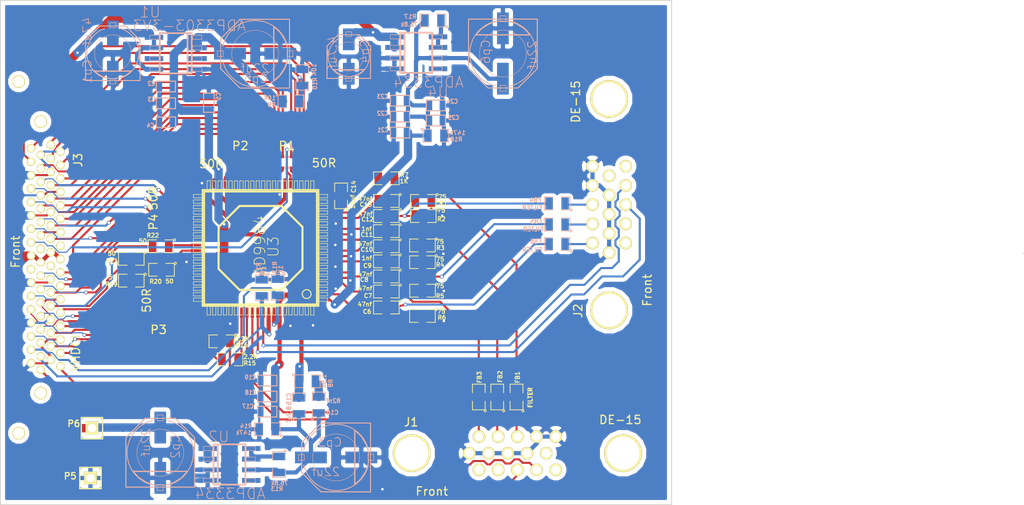
<source format=kicad_pcb>
(kicad_pcb (version 3) (host pcbnew "(2013-07-07 BZR 4022)-stable")
  (title_block (title VmodVGA) (rev 1))
  (layers (15 F.Cu signal) (0 B.Cu signal) (18 B.Paste user) (19 F.Paste user) (20 B.SilkS user) (21 F.SilkS user) (22 B.Mask user) (23 F.Mask user) (28 Edge.Cuts user))
  (net 0 "")
  (net 1 /B0)
  (net 2 /B1)
  (net 3 /B2)
  (net 4 /B3)
  (net 5 /B4)
  (net 6 /B5)
  (net 7 /B6)
  (net 8 /B7)
  (net 9 /B8)
  (net 10 /B9)
  (net 11 /CLAMP)
  (net 12 /COST)
  (net 13 /DATACK)
  (net 14 /G0)
  (net 15 /G1)
  (net 16 /G2)
  (net 17 /G3)
  (net 18 /G4)
  (net 19 /G5)
  (net 20 /G6)
  (net 21 /G7)
  (net 22 /G8)
  (net 23 /G9)
  (net 24 /GND)
  (net 25 /HSOUT)
  (net 26 /HSYNC0)
  (net 27 /HSYNC1)
  (net 28 /OE_Field)
  (net 29 /OVDD)
  (net 30 /PVD)
  (net 31 /PWRDWN)
  (net 32 /R0)
  (net 33 /R1)
  (net 34 /R2)
  (net 35 /R3)
  (net 36 /R4)
  (net 37 /R5)
  (net 38 /R6)
  (net 39 /R7)
  (net 40 /R8)
  (net 41 /R9)
  (net 42 /SCL)
  (net 43 /SDA)
  (net 44 /SOGOUT)
  (net 45 /VCC)
  (net 46 /VD)
  (net 47 /VSOUT)
  (net 48 /VSYNC0)
  (net 49 /VSYNC1)
  (net 50 N-000001)
  (net 51 N-0000010)
  (net 52 N-0000012)
  (net 53 N-00000128)
  (net 54 N-0000013)
  (net 55 N-0000014)
  (net 56 N-0000015)
  (net 57 N-0000016)
  (net 58 N-0000017)
  (net 59 N-0000019)
  (net 60 N-000002)
  (net 61 N-0000023)
  (net 62 N-0000028)
  (net 63 N-0000029)
  (net 64 N-0000030)
  (net 65 N-0000031)
  (net 66 N-0000032)
  (net 67 N-0000033)
  (net 68 N-0000034)
  (net 69 N-0000035)
  (net 70 N-000004)
  (net 71 N-0000049)
  (net 72 N-000005)
  (net 73 N-0000050)
  (net 74 N-0000051)
  (net 75 N-0000052)
  (net 76 N-0000053)
  (net 77 N-0000054)
  (net 78 N-0000055)
  (net 79 N-0000056)
  (net 80 N-0000057)
  (net 81 N-0000058)
  (net 82 N-0000059)
  (net 83 N-000006)
  (net 84 N-0000060)
  (net 85 N-0000061)
  (net 86 N-0000062)
  (net 87 N-0000063)
  (net 88 N-0000064)
  (net 89 N-0000065)
  (net 90 N-0000066)
  (net 91 N-0000067)
  (net 92 N-0000068)
  (net 93 N-000007)
  (net 94 N-0000070)
  (net 95 N-0000071)
  (net 96 N-0000072)
  (net 97 N-0000073)
  (net 98 N-0000074)
  (net 99 N-0000075)
  (net 100 N-0000076)
  (net 101 N-0000077)
  (net 102 N-0000078)
  (net 103 N-0000079)
  (net 104 N-000008)
  (net 105 N-0000080)
  (net 106 N-0000081)
  (net 107 N-0000082)
  (net 108 N-0000083)
  (net 109 N-0000084)
  (net 110 N-000009)
  (module SM0805 (layer F.Cu) (at 138.2 78.5 180)
    (fp_text reference R3 (at -2.14 -0.29 180) (layer F.SilkS) (effects (font (size 0.50038 0.50038) (thickness 0.10922))))
    (fp_text value 75 (at -2.08 0.45 180) (layer F.SilkS) (effects (font (size 0.50038 0.50038) (thickness 0.10922))))
    (pad 1 smd rect (at -0.9525 0 180) (size 0.889 1.397) (layers F.Cu F.Mask) (net 24 /GND))
    (pad 2 smd rect (at 0.9525 0 180) (size 0.889 1.397) (layers F.Cu F.Mask) (net 105 N-0000080))
  )
  (module SM0805 (layer F.Cu) (at 128.5 72.6 90)
    (fp_text reference C14 (at 1.1 1.5 90) (layer F.SilkS) (effects (font (size 0.50038 0.50038) (thickness 0.10922))))
    (fp_text value 10uf (at -0.7 1.4 90) (layer F.SilkS) (effects (font (size 0.50038 0.50038) (thickness 0.10922))))
    (pad 1 smd rect (at -0.9525 0 90) (size 0.889 1.397) (layers F.Cu F.Mask) (net 110 N-000009))
    (pad 2 smd rect (at 0.9525 0 90) (size 0.889 1.397) (layers F.Cu F.Mask) (net 104 N-000008))
  )
  (module SM0805 (layer F.Cu) (at 115.27 92.08 180)
    (fp_text reference R15 (at -2.35 -0.45 180) (layer F.SilkS) (effects (font (size 0.50038 0.50038) (thickness 0.10922))))
    (fp_text value 2.2K (at -2.45 0.3 180) (layer F.SilkS) (effects (font (size 0.50038 0.50038) (thickness 0.10922))))
    (pad 1 smd rect (at -0.9525 0 180) (size 0.889 1.397) (layers F.Cu F.Mask) (net 42 /SCL))
    (pad 2 smd rect (at 0.9525 0 180) (size 0.889 1.397) (layers F.Cu F.Mask) (net 29 /OVDD))
  )
  (module SM0805 (layer F.Cu) (at 114.29 89.93 180)
    (fp_text reference R16 (at -2.4 -0.45 180) (layer F.SilkS) (effects (font (size 0.50038 0.50038) (thickness 0.10922))))
    (fp_text value 2.2K (at -2.45 0.3 180) (layer F.SilkS) (effects (font (size 0.50038 0.50038) (thickness 0.10922))))
    (pad 1 smd rect (at -0.9525 0 180) (size 0.889 1.397) (layers F.Cu F.Mask) (net 43 /SDA))
    (pad 2 smd rect (at 0.9525 0 180) (size 0.889 1.397) (layers F.Cu F.Mask) (net 29 /OVDD))
  )
  (module SM0805 (layer B.Cu) (at 154.25 73.5 180)
    (fp_text reference FB4 (at 2.59 0.41 180) (layer B.SilkS) (effects (font (size 0.50038 0.50038) (thickness 0.10922)) (justify mirror)))
    (fp_text value FILTER (at 2.96 -0.52 180) (layer B.SilkS) (effects (font (size 0.50038 0.50038) (thickness 0.10922)) (justify mirror)))
    (pad 1 smd rect (at -0.9525 0 180) (size 0.889 1.397) (layers B.Cu B.Mask) (net 86 N-0000062))
    (pad 2 smd rect (at 0.9525 0 180) (size 0.889 1.397) (layers B.Cu B.Mask) (net 102 N-0000078))
  )
  (module SM0805 (layer B.Cu) (at 154.25 76.01 180)
    (fp_text reference FB5 (at 2.5 0.37 180) (layer B.SilkS) (effects (font (size 0.50038 0.50038) (thickness 0.10922)) (justify mirror)))
    (fp_text value FILTER (at 2.85 -0.55 180) (layer B.SilkS) (effects (font (size 0.50038 0.50038) (thickness 0.10922)) (justify mirror)))
    (pad 1 smd rect (at -0.9525 0 180) (size 0.889 1.397) (layers B.Cu B.Mask) (net 101 N-0000077))
    (pad 2 smd rect (at 0.9525 0 180) (size 0.889 1.397) (layers B.Cu B.Mask) (net 96 N-0000072))
  )
  (module SM0805 (layer B.Cu) (at 154.25 78.34 180)
    (fp_text reference FB6 (at 2.53 0.32 180) (layer B.SilkS) (effects (font (size 0.50038 0.50038) (thickness 0.10922)) (justify mirror)))
    (fp_text value FILTER (at 2.96 -0.69 180) (layer B.SilkS) (effects (font (size 0.50038 0.50038) (thickness 0.10922)) (justify mirror)))
    (pad 1 smd rect (at -0.9525 0 180) (size 0.889 1.397) (layers B.Cu B.Mask) (net 87 N-0000063))
    (pad 2 smd rect (at 0.9525 0 180) (size 0.889 1.397) (layers B.Cu B.Mask) (net 97 N-0000073))
  )
  (module SM0805 (layer F.Cu) (at 138.3 75 180)
    (fp_text reference R2 (at -2.16 -0.36 180) (layer F.SilkS) (effects (font (size 0.50038 0.50038) (thickness 0.10922))))
    (fp_text value 75 (at -2.14 0.68 180) (layer F.SilkS) (effects (font (size 0.50038 0.50038) (thickness 0.10922))))
    (pad 1 smd rect (at -0.9525 0 180) (size 0.889 1.397) (layers F.Cu F.Mask) (net 24 /GND))
    (pad 2 smd rect (at 0.9525 0 180) (size 0.889 1.397) (layers F.Cu F.Mask) (net 102 N-0000078))
  )
  (module SM0805 (layer F.Cu) (at 138.2 80.5 180)
    (fp_text reference R4 (at -2.11 -0.32 180) (layer F.SilkS) (effects (font (size 0.50038 0.50038) (thickness 0.10922))))
    (fp_text value 75 (at -2.11 0.36 180) (layer F.SilkS) (effects (font (size 0.50038 0.50038) (thickness 0.10922))))
    (pad 1 smd rect (at -0.9525 0 180) (size 0.889 1.397) (layers F.Cu F.Mask) (net 24 /GND))
    (pad 2 smd rect (at 0.9525 0 180) (size 0.889 1.397) (layers F.Cu F.Mask) (net 96 N-0000072))
  )
  (module SM0805 (layer F.Cu) (at 138.2 86.9 180)
    (fp_text reference R6 (at -2.31 -0.2 180) (layer F.SilkS) (effects (font (size 0.50038 0.50038) (thickness 0.10922))))
    (fp_text value 75 (at -2.26 0.54 180) (layer F.SilkS) (effects (font (size 0.50038 0.50038) (thickness 0.10922))))
    (pad 1 smd rect (at -0.9525 0 180) (size 0.889 1.397) (layers F.Cu F.Mask) (net 24 /GND))
    (pad 2 smd rect (at 0.9525 0 180) (size 0.889 1.397) (layers F.Cu F.Mask) (net 97 N-0000073))
  )
  (module SM0805 (layer F.Cu) (at 149.415 96.565 90)
    (fp_text reference FB1 (at 2.345 0.115 90) (layer F.SilkS) (effects (font (size 0.50038 0.50038) (thickness 0.10922))))
    (fp_text value FILTER (at -0.075 1.635 90) (layer F.SilkS) (effects (font (size 0.50038 0.50038) (thickness 0.10922))))
    (pad 1 smd rect (at -0.9525 0 90) (size 0.889 1.397) (layers F.Cu F.Mask) (net 98 N-0000074))
    (pad 2 smd rect (at 0.9525 0 90) (size 0.889 1.397) (layers F.Cu F.Mask) (net 95 N-0000071))
  )
  (module SM0805 (layer F.Cu) (at 147.115 96.565 90)
    (fp_text reference FB2 (at 2.435 0.335 90) (layer F.SilkS) (effects (font (size 0.50038 0.50038) (thickness 0.10922))))
    (fp_text value FILTER (at -0.065 3.925 90) (layer F.SilkS) (effects (font (size 0.50038 0.50038) (thickness 0.10922))))
    (pad 1 smd rect (at -0.9525 0 90) (size 0.889 1.397) (layers F.Cu F.Mask) (net 99 N-0000075))
    (pad 2 smd rect (at 0.9525 0 90) (size 0.889 1.397) (layers F.Cu F.Mask) (net 105 N-0000080))
  )
  (module SM0805 (layer F.Cu) (at 144.915 96.565 90)
    (fp_text reference FB3 (at 2.345 0.065 90) (layer F.SilkS) (effects (font (size 0.50038 0.50038) (thickness 0.10922))))
    (fp_text value FILTER (at -0.065 6.135 90) (layer F.SilkS) (effects (font (size 0.50038 0.50038) (thickness 0.10922))))
    (pad 1 smd rect (at -0.9525 0 90) (size 0.889 1.397) (layers F.Cu F.Mask) (net 100 N-0000076))
    (pad 2 smd rect (at 0.9525 0 90) (size 0.889 1.397) (layers F.Cu F.Mask) (net 94 N-0000070))
  )
  (module SM0805 (layer F.Cu) (at 138.21 83.9 180)
    (fp_text reference R5 (at -2.1 -0.63 180) (layer F.SilkS) (effects (font (size 0.50038 0.50038) (thickness 0.10922))))
    (fp_text value 75 (at -2.1 0.56 180) (layer F.SilkS) (effects (font (size 0.50038 0.50038) (thickness 0.10922))))
    (pad 1 smd rect (at -0.9525 0 180) (size 0.889 1.397) (layers F.Cu F.Mask) (net 24 /GND))
    (pad 2 smd rect (at 0.9525 0 180) (size 0.889 1.397) (layers F.Cu F.Mask) (net 94 N-0000070))
  )
  (module SM0805 (layer F.Cu) (at 133.9 80.4 180)
    (fp_text reference C9 (at 2.25 -0.52 180) (layer F.SilkS) (effects (font (size 0.50038 0.50038) (thickness 0.10922))))
    (fp_text value 1nf (at 2.33 0.39 180) (layer F.SilkS) (effects (font (size 0.50038 0.50038) (thickness 0.10922))))
    (pad 1 smd rect (at -0.9525 0 180) (size 0.889 1.397) (layers F.Cu F.Mask) (net 96 N-0000072))
    (pad 2 smd rect (at 0.9525 0 180) (size 0.889 1.397) (layers F.Cu F.Mask) (net 93 N-000007))
  )
  (module SM0805 (layer F.Cu) (at 138.3 73.2 180)
    (fp_text reference R1 (at -2.39 -0.26 180) (layer F.SilkS) (effects (font (size 0.50038 0.50038) (thickness 0.10922))))
    (fp_text value 75 (at -2.29 0.48 180) (layer F.SilkS) (effects (font (size 0.50038 0.50038) (thickness 0.10922))))
    (pad 1 smd rect (at -0.9525 0 180) (size 0.889 1.397) (layers F.Cu F.Mask) (net 24 /GND))
    (pad 2 smd rect (at 0.9525 0 180) (size 0.889 1.397) (layers F.Cu F.Mask) (net 95 N-0000071))
  )
  (module SM0805 (layer F.Cu) (at 133.9 84 180)
    (fp_text reference C7 (at 2.18 -0.51 180) (layer F.SilkS) (effects (font (size 0.50038 0.50038) (thickness 0.10922))))
    (fp_text value 47nf (at 2.53 0.38 180) (layer F.SilkS) (effects (font (size 0.50038 0.50038) (thickness 0.10922))))
    (pad 1 smd rect (at -0.9525 0 180) (size 0.889 1.397) (layers F.Cu F.Mask) (net 94 N-0000070))
    (pad 2 smd rect (at 0.9525 0 180) (size 0.889 1.397) (layers F.Cu F.Mask) (net 109 N-0000084))
  )
  (module SM0805 (layer F.Cu) (at 133.9 78.6 180)
    (fp_text reference C10 (at 2.33 -0.39 180) (layer F.SilkS) (effects (font (size 0.50038 0.50038) (thickness 0.10922))))
    (fp_text value 47nf (at 2.53 0.29 180) (layer F.SilkS) (effects (font (size 0.50038 0.50038) (thickness 0.10922))))
    (pad 1 smd rect (at -0.9525 0 180) (size 0.889 1.397) (layers F.Cu F.Mask) (net 105 N-0000080))
    (pad 2 smd rect (at 0.9525 0 180) (size 0.889 1.397) (layers F.Cu F.Mask) (net 106 N-0000081))
  )
  (module SM0805 (layer F.Cu) (at 133.9 76.8 180)
    (fp_text reference C11 (at 2.33 -0.42 180) (layer F.SilkS) (effects (font (size 0.50038 0.50038) (thickness 0.10922))))
    (fp_text value 1nf (at 2.35 0.27 180) (layer F.SilkS) (effects (font (size 0.50038 0.50038) (thickness 0.10922))))
    (pad 1 smd rect (at -0.9525 0 180) (size 0.889 1.397) (layers F.Cu F.Mask) (net 105 N-0000080))
    (pad 2 smd rect (at 0.9525 0 180) (size 0.889 1.397) (layers F.Cu F.Mask) (net 107 N-0000082))
  )
  (module SM0805 (layer F.Cu) (at 133.9 73.2 180)
    (fp_text reference C13 (at 2.45 -0.43 180) (layer F.SilkS) (effects (font (size 0.50038 0.50038) (thickness 0.10922))))
    (fp_text value 47nf (at 2.53 0.23 180) (layer F.SilkS) (effects (font (size 0.50038 0.50038) (thickness 0.10922))))
    (pad 1 smd rect (at -0.9525 0 180) (size 0.889 1.397) (layers F.Cu F.Mask) (net 95 N-0000071))
    (pad 2 smd rect (at 0.9525 0 180) (size 0.889 1.397) (layers F.Cu F.Mask) (net 108 N-0000083))
  )
  (module SM0805 (layer F.Cu) (at 133.9 70.5)
    (fp_text reference R7 (at 2.15 -0.4) (layer F.SilkS) (effects (font (size 0.50038 0.50038) (thickness 0.10922))))
    (fp_text value 1K (at 2.1 0.35) (layer F.SilkS) (effects (font (size 0.50038 0.50038) (thickness 0.10922))))
    (pad 1 smd rect (at -0.9525 0) (size 0.889 1.397) (layers F.Cu F.Mask) (net 31 /PWRDWN))
    (pad 2 smd rect (at 0.9525 0) (size 0.889 1.397) (layers F.Cu F.Mask) (net 24 /GND))
  )
  (module SM0805 (layer B.Cu) (at 122.53 61.34)
    (fp_text reference R9 (at -2.32 0.38) (layer B.SilkS) (effects (font (size 0.50038 0.50038) (thickness 0.10922)) (justify mirror)))
    (fp_text value 10K (at -2.55 -0.42) (layer B.SilkS) (effects (font (size 0.50038 0.50038) (thickness 0.10922)) (justify mirror)))
    (pad 1 smd rect (at -0.9525 0) (size 0.889 1.397) (layers B.Cu B.Mask) (net 29 /OVDD))
    (pad 2 smd rect (at 0.9525 0) (size 0.889 1.397) (layers B.Cu B.Mask) (net 47 /VSOUT))
  )
  (module SM0805 (layer B.Cu) (at 123.86 58.48 270)
    (fp_text reference R10 (at 0.73 -1.53 270) (layer B.SilkS) (effects (font (size 0.50038 0.50038) (thickness 0.10922)) (justify mirror)))
    (fp_text value 10K (at -0.91 -1.41 270) (layer B.SilkS) (effects (font (size 0.50038 0.50038) (thickness 0.10922)) (justify mirror)))
    (pad 1 smd rect (at -0.9525 0 270) (size 0.889 1.397) (layers B.Cu B.Mask) (net 24 /GND))
    (pad 2 smd rect (at 0.9525 0 270) (size 0.889 1.397) (layers B.Cu B.Mask) (net 47 /VSOUT))
  )
  (module SM0805 (layer B.Cu) (at 124.49 94.69)
    (fp_text reference R8 (at 2.77 0.23 270) (layer B.SilkS) (effects (font (size 0.50038 0.50038) (thickness 0.10922)) (justify mirror)))
    (fp_text value 1.5K (at 2 0 270) (layer B.SilkS) (effects (font (size 0.50038 0.50038) (thickness 0.10922)) (justify mirror)))
    (pad 1 smd rect (at -0.9525 0) (size 0.889 1.397) (layers B.Cu B.Mask) (net 53 N-00000128))
    (pad 2 smd rect (at 0.9525 0) (size 0.889 1.397) (layers B.Cu B.Mask) (net 103 N-0000079))
  )
  (module SM0805 (layer B.Cu) (at 123.48 97.62 90)
    (fp_text reference C15 (at 0.8 -1.2 90) (layer B.SilkS) (effects (font (size 0.50038 0.50038) (thickness 0.10922)) (justify mirror)))
    (fp_text value 8.2nf (at -1 -1.2 90) (layer B.SilkS) (effects (font (size 0.50038 0.50038) (thickness 0.10922)) (justify mirror)))
    (pad 1 smd rect (at -0.9525 0 90) (size 0.889 1.397) (layers B.Cu B.Mask) (net 30 /PVD))
    (pad 2 smd rect (at 0.9525 0 90) (size 0.889 1.397) (layers B.Cu B.Mask) (net 53 N-00000128))
  )
  (module SM0805 (layer B.Cu) (at 125.84 97.51 90)
    (fp_text reference C16 (at -0.9 1.63 360) (layer B.SilkS) (effects (font (size 0.50038 0.50038) (thickness 0.10922)) (justify mirror)))
    (fp_text value 82nf (at 0.49 1.74 360) (layer B.SilkS) (effects (font (size 0.50038 0.50038) (thickness 0.10922)) (justify mirror)))
    (pad 1 smd rect (at -0.9525 0 90) (size 0.889 1.397) (layers B.Cu B.Mask) (net 30 /PVD))
    (pad 2 smd rect (at 0.9525 0 90) (size 0.889 1.397) (layers B.Cu B.Mask) (net 103 N-0000079))
  )
  (module SM0805 (layer B.Cu) (at 120.96 83.48 270)
    (fp_text reference R12 (at -2.35 0.35 270) (layer B.SilkS) (effects (font (size 0.50038 0.50038) (thickness 0.10922)) (justify mirror)))
    (fp_text value 1K (at -2.1 -0.35 270) (layer B.SilkS) (effects (font (size 0.50038 0.50038) (thickness 0.10922)) (justify mirror)))
    (pad 1 smd rect (at -0.9525 0 270) (size 0.889 1.397) (layers B.Cu B.Mask) (net 24 /GND))
    (pad 2 smd rect (at 0.9525 0 270) (size 0.889 1.397) (layers B.Cu B.Mask) (net 11 /CLAMP))
  )
  (module SM0805 (layer B.Cu) (at 119.05 83.55 270)
    (fp_text reference R11 (at -2.3 0.4 270) (layer B.SilkS) (effects (font (size 0.50038 0.50038) (thickness 0.10922)) (justify mirror)))
    (fp_text value 1K (at -2.05 -0.25 270) (layer B.SilkS) (effects (font (size 0.50038 0.50038) (thickness 0.10922)) (justify mirror)))
    (pad 1 smd rect (at -0.9525 0 270) (size 0.889 1.397) (layers B.Cu B.Mask) (net 24 /GND))
    (pad 2 smd rect (at 0.9525 0 270) (size 0.889 1.397) (layers B.Cu B.Mask) (net 12 /COST))
  )
  (module SM0805 (layer F.Cu) (at 133.9 75 180)
    (fp_text reference C12 (at 2.25 -0.39 180) (layer F.SilkS) (effects (font (size 0.50038 0.50038) (thickness 0.10922))))
    (fp_text value 47nf (at 2.48 0.25 180) (layer F.SilkS) (effects (font (size 0.50038 0.50038) (thickness 0.10922))))
    (pad 1 smd rect (at -0.9525 0 180) (size 0.889 1.397) (layers F.Cu F.Mask) (net 102 N-0000078))
    (pad 2 smd rect (at 0.9525 0 180) (size 0.889 1.397) (layers F.Cu F.Mask) (net 70 N-000004))
  )
  (module SM0805 (layer B.Cu) (at 139.45 51.69 180)
    (fp_text reference R17 (at 2.7 0.46 180) (layer B.SilkS) (effects (font (size 0.50038 0.50038) (thickness 0.10922)) (justify mirror)))
    (fp_text value 76.8k (at 2.82 -0.47 180) (layer B.SilkS) (effects (font (size 0.50038 0.50038) (thickness 0.10922)) (justify mirror)))
    (pad 1 smd rect (at -0.9525 0 180) (size 0.889 1.397) (layers B.Cu B.Mask) (net 60 N-000002))
    (pad 2 smd rect (at 0.9525 0 180) (size 0.889 1.397) (layers B.Cu B.Mask) (net 46 /VD))
  )
  (module SM0805 (layer B.Cu) (at 139.805 65.415)
    (fp_text reference R18 (at 2.425 0.435) (layer B.SilkS) (effects (font (size 0.50038 0.50038) (thickness 0.10922)) (justify mirror)))
    (fp_text value 147k (at 2.605 -0.335) (layer B.SilkS) (effects (font (size 0.50038 0.50038) (thickness 0.10922)) (justify mirror)))
    (pad 1 smd rect (at -0.9525 0) (size 0.889 1.397) (layers B.Cu B.Mask) (net 46 /VD))
    (pad 2 smd rect (at 0.9525 0) (size 0.889 1.397) (layers B.Cu B.Mask) (net 24 /GND))
  )
  (module SM0805 (layer B.Cu) (at 121.1 104.61 270)
    (fp_text reference R13 (at 2.9 0.23 360) (layer B.SilkS) (effects (font (size 0.50038 0.50038) (thickness 0.10922)) (justify mirror)))
    (fp_text value 76.8k (at 2.23 -0.08 360) (layer B.SilkS) (effects (font (size 0.50038 0.50038) (thickness 0.10922)) (justify mirror)))
    (pad 1 smd rect (at -0.9525 0 270) (size 0.889 1.397) (layers B.Cu B.Mask) (net 50 N-000001))
    (pad 2 smd rect (at 0.9525 0 270) (size 0.889 1.397) (layers B.Cu B.Mask) (net 30 /PVD))
  )
  (module SM0805 (layer B.Cu) (at 119.7 100.41 180)
    (fp_text reference R14 (at 2.51 0.37 180) (layer B.SilkS) (effects (font (size 0.50038 0.50038) (thickness 0.10922)) (justify mirror)))
    (fp_text value 147k (at 2.81 -0.4 180) (layer B.SilkS) (effects (font (size 0.50038 0.50038) (thickness 0.10922)) (justify mirror)))
    (pad 1 smd rect (at -0.9525 0 180) (size 0.889 1.397) (layers B.Cu B.Mask) (net 30 /PVD))
    (pad 2 smd rect (at 0.9525 0 180) (size 0.889 1.397) (layers B.Cu B.Mask) (net 24 /GND))
  )
  (module SM0805 (layer F.Cu) (at 133.9 82.2 180)
    (fp_text reference C8 (at 2.63 -0.38 180) (layer F.SilkS) (effects (font (size 0.50038 0.50038) (thickness 0.10922))))
    (fp_text value 47nf (at 2.53 0.26 180) (layer F.SilkS) (effects (font (size 0.50038 0.50038) (thickness 0.10922))))
    (pad 1 smd rect (at -0.9525 0 180) (size 0.889 1.397) (layers F.Cu F.Mask) (net 96 N-0000072))
    (pad 2 smd rect (at 0.9525 0 180) (size 0.889 1.397) (layers F.Cu F.Mask) (net 72 N-000005))
  )
  (module SM0805 (layer F.Cu) (at 133.9 85.9 180)
    (fp_text reference C6 (at 2.3 -0.49 180) (layer F.SilkS) (effects (font (size 0.50038 0.50038) (thickness 0.10922))))
    (fp_text value 47nf (at 2.58 0.38 180) (layer F.SilkS) (effects (font (size 0.50038 0.50038) (thickness 0.10922))))
    (pad 1 smd rect (at -0.9525 0 180) (size 0.889 1.397) (layers F.Cu F.Mask) (net 97 N-0000073))
    (pad 2 smd rect (at 0.9525 0 180) (size 0.889 1.397) (layers F.Cu F.Mask) (net 83 N-000006))
  )
  (module analog-devices2-LQFP80 (layer F.Cu) (at 118.9 78.8 90)
    (fp_text reference U3 (at 0.14 1.52 90) (layer F.SilkS) (effects (font (size 1.27 1.27) (thickness 0.0889))))
    (fp_text value AD9984 (at 0.31 -0.08 90) (layer F.SilkS) (effects (font (size 1.27 1.27) (thickness 0.0889))))
    (pad 1 smd rect (at -6.17474 7.69874 90) (size 0.39878 1.19888) (layers F.Cu F.Mask) (net 46 /VD))
    (pad 2 smd rect (at -5.5245 7.69874 90) (size 0.39878 1.19888) (layers F.Cu F.Mask) (net 83 N-000006))
    (pad 3 smd rect (at -4.87426 7.69874 90) (size 0.39878 1.19888) (layers F.Cu F.Mask) (net 24 /GND))
    (pad 4 smd rect (at -4.22402 7.69874 90) (size 0.39878 1.19888) (layers F.Cu F.Mask) (net 109 N-0000084))
    (pad 5 smd rect (at -3.57378 7.69874 90) (size 0.39878 1.19888) (layers F.Cu F.Mask) (net 46 /VD))
    (pad 6 smd rect (at -2.92354 7.69874 90) (size 0.39878 1.19888) (layers F.Cu F.Mask) (net 72 N-000005))
    (pad 7 smd rect (at -2.2733 7.69874 90) (size 0.39878 1.19888) (layers F.Cu F.Mask) (net 24 /GND))
    (pad 8 smd rect (at -1.62306 7.69874 90) (size 0.39878 1.19888) (layers F.Cu F.Mask) (net 93 N-000007))
    (pad 9 smd rect (at -0.97282 7.69874 90) (size 0.39878 1.19888) (layers F.Cu F.Mask) (net 46 /VD))
    (pad 10 smd rect (at -0.32258 7.69874 90) (size 0.39878 1.19888) (layers F.Cu F.Mask) (net 106 N-0000081))
    (pad 11 smd rect (at 0.32258 7.69874 90) (size 0.39878 1.19888) (layers F.Cu F.Mask) (net 24 /GND))
    (pad 12 smd rect (at 0.97282 7.69874 90) (size 0.39878 1.19888) (layers F.Cu F.Mask) (net 107 N-0000082))
    (pad 13 smd rect (at 1.62306 7.69874 90) (size 0.39878 1.19888) (layers F.Cu F.Mask) (net 46 /VD))
    (pad 14 smd rect (at 2.2733 7.69874 90) (size 0.39878 1.19888) (layers F.Cu F.Mask) (net 70 N-000004))
    (pad 15 smd rect (at 2.92354 7.69874 90) (size 0.39878 1.19888) (layers F.Cu F.Mask) (net 24 /GND))
    (pad 16 smd rect (at 3.57378 7.69874 90) (size 0.39878 1.19888) (layers F.Cu F.Mask) (net 108 N-0000083))
    (pad 17 smd rect (at 4.22402 7.69874 90) (size 0.39878 1.19888) (layers F.Cu F.Mask) (net 31 /PWRDWN))
    (pad 18 smd rect (at 4.87426 7.69874 90) (size 0.39878 1.19888) (layers F.Cu F.Mask) (net 110 N-000009))
    (pad 19 smd rect (at 5.5245 7.69874 90) (size 0.39878 1.19888) (layers F.Cu F.Mask))
    (pad 20 smd rect (at 6.17474 7.69874 90) (size 0.39878 1.19888) (layers F.Cu F.Mask) (net 104 N-000008))
    (pad 21 smd rect (at 7.69874 6.17474 90) (size 1.19888 0.39878) (layers F.Cu F.Mask) (net 88 N-0000064))
    (pad 22 smd rect (at 7.69874 5.5245 90) (size 1.19888 0.39878) (layers F.Cu F.Mask) (net 89 N-0000065))
    (pad 23 smd rect (at 7.69874 4.87426 90) (size 1.19888 0.39878) (layers F.Cu F.Mask) (net 90 N-0000066))
    (pad 24 smd rect (at 7.69874 4.22402 90) (size 1.19888 0.39878) (layers F.Cu F.Mask) (net 91 N-0000067))
    (pad 25 smd rect (at 7.69874 3.57378 90) (size 1.19888 0.39878) (layers F.Cu F.Mask) (net 92 N-0000068))
    (pad 26 smd rect (at 7.69874 2.92354 90) (size 1.19888 0.39878) (layers F.Cu F.Mask) (net 29 /OVDD))
    (pad 27 smd rect (at 7.69874 2.2733 90) (size 1.19888 0.39878) (layers F.Cu F.Mask) (net 24 /GND))
    (pad 28 smd rect (at 7.69874 1.62306 90) (size 1.19888 0.39878) (layers F.Cu F.Mask) (net 84 N-0000060))
    (pad 29 smd rect (at 7.69874 0.97282 90) (size 1.19888 0.39878) (layers F.Cu F.Mask) (net 73 N-0000050))
    (pad 30 smd rect (at 7.69874 0.32258 90) (size 1.19888 0.39878) (layers F.Cu F.Mask) (net 74 N-0000051))
    (pad 31 smd rect (at 7.69874 -0.32258 90) (size 1.19888 0.39878) (layers F.Cu F.Mask) (net 75 N-0000052))
    (pad 32 smd rect (at 7.69874 -0.97282 90) (size 1.19888 0.39878) (layers F.Cu F.Mask) (net 76 N-0000053))
    (pad 33 smd rect (at 7.69874 -1.62306 90) (size 1.19888 0.39878) (layers F.Cu F.Mask) (net 77 N-0000054))
    (pad 34 smd rect (at 7.69874 -2.2733 90) (size 1.19888 0.39878) (layers F.Cu F.Mask) (net 78 N-0000055))
    (pad 35 smd rect (at 7.69874 -2.92354 90) (size 1.19888 0.39878) (layers F.Cu F.Mask) (net 79 N-0000056))
    (pad 36 smd rect (at 7.69874 -3.57378 90) (size 1.19888 0.39878) (layers F.Cu F.Mask) (net 80 N-0000057))
    (pad 37 smd rect (at 7.69874 -4.22402 90) (size 1.19888 0.39878) (layers F.Cu F.Mask) (net 81 N-0000058))
    (pad 38 smd rect (at 7.69874 -4.87426 90) (size 1.19888 0.39878) (layers F.Cu F.Mask) (net 29 /OVDD))
    (pad 39 smd rect (at 7.69874 -5.5245 90) (size 1.19888 0.39878) (layers F.Cu F.Mask) (net 24 /GND))
    (pad 40 smd rect (at 7.69874 -6.17474 90) (size 1.19888 0.39878) (layers F.Cu F.Mask) (net 24 /GND))
    (pad 41 smd rect (at 6.17474 -7.69874 90) (size 0.39878 1.19888) (layers F.Cu F.Mask) (net 46 /VD))
    (pad 42 smd rect (at 5.5245 -7.69874 90) (size 0.39878 1.19888) (layers F.Cu F.Mask) (net 69 N-0000035))
    (pad 43 smd rect (at 4.87426 -7.69874 90) (size 0.39878 1.19888) (layers F.Cu F.Mask) (net 68 N-0000034))
    (pad 44 smd rect (at 4.22402 -7.69874 90) (size 0.39878 1.19888) (layers F.Cu F.Mask) (net 67 N-0000033))
    (pad 45 smd rect (at 3.57378 -7.69874 90) (size 0.39878 1.19888) (layers F.Cu F.Mask) (net 66 N-0000032))
    (pad 46 smd rect (at 2.92354 -7.69874 90) (size 0.39878 1.19888) (layers F.Cu F.Mask) (net 65 N-0000031))
    (pad 47 smd rect (at 2.2733 -7.69874 90) (size 0.39878 1.19888) (layers F.Cu F.Mask) (net 64 N-0000030))
    (pad 48 smd rect (at 1.62306 -7.69874 90) (size 0.39878 1.19888) (layers F.Cu F.Mask) (net 63 N-0000029))
    (pad 49 smd rect (at 0.97282 -7.69874 90) (size 0.39878 1.19888) (layers F.Cu F.Mask) (net 62 N-0000028))
    (pad 50 smd rect (at 0.32258 -7.69874 90) (size 0.39878 1.19888) (layers F.Cu F.Mask) (net 51 N-0000010))
    (pad 51 smd rect (at -0.32258 -7.69874 90) (size 0.39878 1.19888) (layers F.Cu F.Mask) (net 61 N-0000023))
    (pad 52 smd rect (at -0.97282 -7.69874 90) (size 0.39878 1.19888) (layers F.Cu F.Mask) (net 29 /OVDD))
    (pad 53 smd rect (at -1.62306 -7.69874 90) (size 0.39878 1.19888) (layers F.Cu F.Mask) (net 24 /GND))
    (pad 54 smd rect (at -2.2733 -7.69874 90) (size 0.39878 1.19888) (layers F.Cu F.Mask) (net 59 N-0000019))
    (pad 55 smd rect (at -2.92354 -7.69874 90) (size 0.39878 1.19888) (layers F.Cu F.Mask) (net 58 N-0000017))
    (pad 56 smd rect (at -3.57378 -7.69874 90) (size 0.39878 1.19888) (layers F.Cu F.Mask) (net 57 N-0000016))
    (pad 57 smd rect (at -4.22402 -7.69874 90) (size 0.39878 1.19888) (layers F.Cu F.Mask) (net 56 N-0000015))
    (pad 58 smd rect (at -4.87426 -7.69874 90) (size 0.39878 1.19888) (layers F.Cu F.Mask) (net 55 N-0000014))
    (pad 59 smd rect (at -5.5245 -7.69874 90) (size 0.39878 1.19888) (layers F.Cu F.Mask) (net 54 N-0000013))
    (pad 60 smd rect (at -6.17474 -7.69874 90) (size 0.39878 1.19888) (layers F.Cu F.Mask) (net 52 N-0000012))
    (pad 61 smd rect (at -7.69874 -6.17474 90) (size 1.19888 0.39878) (layers F.Cu F.Mask) (net 82 N-0000059))
    (pad 62 smd rect (at -7.69874 -5.5245 90) (size 1.19888 0.39878) (layers F.Cu F.Mask) (net 71 N-0000049))
    (pad 63 smd rect (at -7.69874 -4.87426 90) (size 1.19888 0.39878) (layers F.Cu F.Mask) (net 85 N-0000061))
    (pad 64 smd rect (at -7.69874 -4.22402 90) (size 1.19888 0.39878) (layers F.Cu F.Mask) (net 29 /OVDD))
    (pad 65 smd rect (at -7.69874 -3.57378 90) (size 1.19888 0.39878) (layers F.Cu F.Mask) (net 24 /GND))
    (pad 66 smd rect (at -7.69874 -2.92354 90) (size 1.19888 0.39878) (layers F.Cu F.Mask) (net 43 /SDA))
    (pad 67 smd rect (at -7.69874 -2.2733 90) (size 1.19888 0.39878) (layers F.Cu F.Mask) (net 42 /SCL))
    (pad 68 smd rect (at -7.69874 -1.62306 90) (size 1.19888 0.39878) (layers F.Cu F.Mask) (net 27 /HSYNC1))
    (pad 69 smd rect (at -7.69874 -0.97282 90) (size 1.19888 0.39878) (layers F.Cu F.Mask) (net 49 /VSYNC1))
    (pad 70 smd rect (at -7.69874 -0.32258 90) (size 1.19888 0.39878) (layers F.Cu F.Mask) (net 26 /HSYNC0))
    (pad 71 smd rect (at -7.69874 0.32258 90) (size 1.19888 0.39878) (layers F.Cu F.Mask) (net 48 /VSYNC0))
    (pad 72 smd rect (at -7.69874 0.97282 90) (size 1.19888 0.39878) (layers F.Cu F.Mask) (net 12 /COST))
    (pad 73 smd rect (at -7.69874 1.62306 90) (size 1.19888 0.39878) (layers F.Cu F.Mask) (net 11 /CLAMP))
    (pad 74 smd rect (at -7.69874 2.2733 90) (size 1.19888 0.39878) (layers F.Cu F.Mask) (net 30 /PVD))
    (pad 75 smd rect (at -7.69874 2.92354 90) (size 1.19888 0.39878) (layers F.Cu F.Mask) (net 24 /GND))
    (pad 76 smd rect (at -7.69874 3.57378 90) (size 1.19888 0.39878) (layers F.Cu F.Mask) (net 30 /PVD))
    (pad 77 smd rect (at -7.69874 4.22402 90) (size 1.19888 0.39878) (layers F.Cu F.Mask) (net 24 /GND))
    (pad 78 smd rect (at -7.69874 4.87426 90) (size 1.19888 0.39878) (layers F.Cu F.Mask) (net 53 N-00000128))
    (pad 79 smd rect (at -7.69874 5.5245 90) (size 1.19888 0.39878) (layers F.Cu F.Mask) (net 30 /PVD))
    (pad 80 smd rect (at -7.69874 6.17474 90) (size 1.19888 0.39878) (layers F.Cu F.Mask) (net 24 /GND))
  )
  (module -SOIC8 (layer B.Cu) (at 137.46 55.54 90)
    (fp_text reference U4 (at -4.68 2.6 360) (layer B.SilkS) (effects (font (size 1.27 1.27) (thickness 0.0889)) (justify mirror)))
    (fp_text value ADP3334 (at -3.52 1.45 360) (layer B.SilkS) (effects (font (size 1.27 1.27) (thickness 0.0889)) (justify mirror)))
    (pad 1 smd rect (at -1.905 -2.59842 90) (size 0.59944 2.19964) (layers B.Cu B.Mask) (net 24 /GND))
    (pad 2 smd rect (at -0.635 -2.59842 90) (size 0.59944 2.19964) (layers B.Cu B.Mask) (net 24 /GND))
    (pad 3 smd rect (at 0.635 -2.59842 90) (size 0.59944 2.19964) (layers B.Cu B.Mask) (net 45 /VCC))
    (pad 4 smd rect (at 1.905 -2.59842 90) (size 0.59944 2.19964) (layers B.Cu B.Mask) (net 45 /VCC))
    (pad 5 smd rect (at 1.905 2.59842 90) (size 0.59944 2.19964) (layers B.Cu B.Mask) (net 60 N-000002))
    (pad 6 smd rect (at 0.635 2.59842 90) (size 0.59944 2.19964) (layers B.Cu B.Mask) (net 60 N-000002))
    (pad 7 smd rect (at -0.635 2.59842 90) (size 0.59944 2.19964) (layers B.Cu B.Mask) (net 46 /VD))
    (pad 8 smd rect (at -1.905 2.59842 90) (size 0.59944 2.19964) (layers B.Cu B.Mask))
  )
  (module -SOIC8 (layer B.Cu) (at 108.8 55.6 270)
    (fp_text reference U1 (at -4.89 3.07 540) (layer B.SilkS) (effects (font (size 1.27 1.27) (thickness 0.0889)) (justify mirror)))
    (fp_text value ADP3303-3V3 (at -3.29 -1.61 540) (layer B.SilkS) (effects (font (size 1.27 1.27) (thickness 0.0889)) (justify mirror)))
    (pad 1 smd rect (at -1.905 -2.59842 270) (size 0.59944 2.19964) (layers B.Cu B.Mask) (net 29 /OVDD))
    (pad 2 smd rect (at -0.635 -2.59842 270) (size 0.59944 2.19964) (layers B.Cu B.Mask) (net 29 /OVDD))
    (pad 3 smd rect (at 0.635 -2.59842 270) (size 0.59944 2.19964) (layers B.Cu B.Mask))
    (pad 4 smd rect (at 1.905 -2.59842 270) (size 0.59944 2.19964) (layers B.Cu B.Mask) (net 24 /GND))
    (pad 5 smd rect (at 1.905 2.59842 270) (size 0.59944 2.19964) (layers B.Cu B.Mask) (net 45 /VCC))
    (pad 6 smd rect (at 0.635 2.59842 270) (size 0.59944 2.19964) (layers B.Cu B.Mask))
    (pad 7 smd rect (at -0.635 2.59842 270) (size 0.59944 2.19964) (layers B.Cu B.Mask) (net 45 /VCC))
    (pad 8 smd rect (at -1.905 2.59842 270) (size 0.59944 2.19964) (layers B.Cu B.Mask) (net 45 /VCC))
  )
  (module -SOIC8 (layer B.Cu) (at 115.2 104.61 90)
    (fp_text reference U2 (at 3.3 -1.28 360) (layer B.SilkS) (effects (font (size 1.27 1.27) (thickness 0.0889)) (justify mirror)))
    (fp_text value ADP3334 (at -3.48 0.09 360) (layer B.SilkS) (effects (font (size 1.27 1.27) (thickness 0.0889)) (justify mirror)))
    (pad 1 smd rect (at -1.905 -2.59842 90) (size 0.59944 2.19964) (layers B.Cu B.Mask) (net 24 /GND))
    (pad 2 smd rect (at -0.635 -2.59842 90) (size 0.59944 2.19964) (layers B.Cu B.Mask) (net 24 /GND))
    (pad 3 smd rect (at 0.635 -2.59842 90) (size 0.59944 2.19964) (layers B.Cu B.Mask) (net 45 /VCC))
    (pad 4 smd rect (at 1.905 -2.59842 90) (size 0.59944 2.19964) (layers B.Cu B.Mask) (net 45 /VCC))
    (pad 5 smd rect (at 1.905 2.59842 90) (size 0.59944 2.19964) (layers B.Cu B.Mask) (net 50 N-000001))
    (pad 6 smd rect (at 0.635 2.59842 90) (size 0.59944 2.19964) (layers B.Cu B.Mask) (net 50 N-000001))
    (pad 7 smd rect (at -0.635 2.59842 90) (size 0.59944 2.19964) (layers B.Cu B.Mask) (net 30 /PVD))
    (pad 8 smd rect (at -1.905 2.59842 90) (size 0.59944 2.19964) (layers B.Cu B.Mask))
  )
  (module -PANASONIC_E (layer B.Cu) (at 127.91 103.77 180)
    (fp_text reference Cp3 (at 0.73914 1.80594 180) (layer B.SilkS) (effects (font (size 1.016 1.016) (thickness 0.0889)) (justify mirror)))
    (fp_text value 22uf (at 1.24714 -1.7145 180) (layer B.SilkS) (effects (font (size 1.016 1.016) (thickness 0.0889)) (justify mirror)))
    (pad + smd rect (at 2.99974 0 180) (size 3.79984 1.39954) (layers B.Cu B.Mask) (net 30 /PVD))
    (pad - smd rect (at -2.99974 0 180) (size 3.79984 1.39954) (layers B.Cu B.Mask) (net 24 /GND))
  )
  (module -PANASONIC_E (layer B.Cu) (at 118.26 55.65 180)
    (fp_text reference Cp5 (at -0.08 -2.95 180) (layer B.SilkS) (effects (font (size 1.016 1.016) (thickness 0.0889)) (justify mirror)))
    (fp_text value 22uf (at 0.03 -1.75 180) (layer B.SilkS) (effects (font (size 1.016 1.016) (thickness 0.0889)) (justify mirror)))
    (pad + smd rect (at 2.99974 0 180) (size 3.79984 1.39954) (layers B.Cu B.Mask) (net 29 /OVDD))
    (pad - smd rect (at -2.99974 0 180) (size 3.79984 1.39954) (layers B.Cu B.Mask) (net 24 /GND))
  )
  (module -PANASONIC_E (layer B.Cu) (at 147.79 55.63 270)
    (fp_text reference Cp6 (at -0.21 2.04 270) (layer B.SilkS) (effects (font (size 1.016 1.016) (thickness 0.0889)) (justify mirror)))
    (fp_text value 22uf (at 0.15 -3.49 270) (layer B.SilkS) (effects (font (size 1.016 1.016) (thickness 0.0889)) (justify mirror)))
    (pad + smd rect (at 2.99974 0 270) (size 3.79984 1.39954) (layers B.Cu B.Mask) (net 46 /VD))
    (pad - smd rect (at -2.99974 0 270) (size 3.79984 1.39954) (layers B.Cu B.Mask) (net 24 /GND))
  )
  (module -PANASONIC_E (layer B.Cu) (at 106.95 103.21 90)
    (fp_text reference Cp2 (at 0.73914 1.80594 90) (layer B.SilkS) (effects (font (size 1.016 1.016) (thickness 0.0889)) (justify mirror)))
    (fp_text value 22uf (at 1.24714 -1.7145 90) (layer B.SilkS) (effects (font (size 1.016 1.016) (thickness 0.0889)) (justify mirror)))
    (pad + smd rect (at 2.99974 0 90) (size 3.79984 1.39954) (layers B.Cu B.Mask) (net 45 /VCC))
    (pad - smd rect (at -2.99974 0 90) (size 3.79984 1.39954) (layers B.Cu B.Mask) (net 24 /GND))
  )
  (module -PANASONIC_D (layer B.Cu) (at 101.3 55.6 90)
    (fp_text reference Cp1 (at -2.2 -3.04 90) (layer B.SilkS) (effects (font (size 1.016 1.016) (thickness 0.0889)) (justify mirror)))
    (fp_text value 47uf (at 2.6 -3.04 90) (layer B.SilkS) (effects (font (size 1.016 1.016) (thickness 0.0889)) (justify mirror)))
    (pad + smd rect (at 2.39776 0 90) (size 2.99974 1.39954) (layers B.Cu B.Mask) (net 45 /VCC))
    (pad - smd rect (at -2.39776 0 90) (size 2.99974 1.39954) (layers B.Cu B.Mask) (net 24 /GND))
  )
  (module -PANASONIC_C (layer B.Cu) (at 129.42 55.99 90)
    (fp_text reference Cp4 (at 0.63 1.91 90) (layer B.SilkS) (effects (font (size 1.016 1.016) (thickness 0.0889)) (justify mirror)))
    (fp_text value 4.7uf (at 0.48 -1.94 90) (layer B.SilkS) (effects (font (size 1.016 1.016) (thickness 0.0889)) (justify mirror)))
    (pad + smd rect (at 2.04978 0 90) (size 2.59842 1.39954) (layers B.Cu B.Mask) (net 45 /VCC))
    (pad - smd rect (at -2.04978 0 90) (size 2.59842 1.39954) (layers B.Cu B.Mask) (net 24 /GND))
  )
  (module SM0805 (layer F.Cu) (at 103.5 82.7 180)
    (fp_text reference R19 (at 2.37 -0.44 180) (layer F.SilkS) (effects (font (size 0.50038 0.50038) (thickness 0.10922))))
    (fp_text value 50 (at 2.26 0.41 180) (layer F.SilkS) (effects (font (size 0.50038 0.50038) (thickness 0.10922))))
    (pad 1 smd rect (at -0.9525 0 180) (size 0.889 1.397) (layers F.Cu F.Mask) (net 58 N-0000017))
    (pad 2 smd rect (at 0.9525 0 180) (size 0.889 1.397) (layers F.Cu F.Mask) (net 9 /B8))
  )
  (module SM0805 (layer F.Cu) (at 107 78.6 180)
    (fp_text reference R22 (at 0.94 1.29 180) (layer F.SilkS) (effects (font (size 0.50038 0.50038) (thickness 0.10922))))
    (fp_text value 50 (at 2.13 0.62 180) (layer F.SilkS) (effects (font (size 0.50038 0.50038) (thickness 0.10922))))
    (pad 1 smd rect (at -0.9525 0 180) (size 0.889 1.397) (layers F.Cu F.Mask) (net 51 N-0000010))
    (pad 2 smd rect (at 0.9525 0 180) (size 0.889 1.397) (layers F.Cu F.Mask) (net 15 /G1))
  )
  (module SM0805 (layer F.Cu) (at 103.5 80.1 180)
    (fp_text reference R21 (at 2.3 -0.25 180) (layer F.SilkS) (effects (font (size 0.50038 0.50038) (thickness 0.10922))))
    (fp_text value 50 (at 2.33 0.64 180) (layer F.SilkS) (effects (font (size 0.50038 0.50038) (thickness 0.10922))))
    (pad 1 smd rect (at -0.9525 0 180) (size 0.889 1.397) (layers F.Cu F.Mask) (net 61 N-0000023))
    (pad 2 smd rect (at 0.9525 0 180) (size 0.889 1.397) (layers F.Cu F.Mask) (net 14 /G0))
  )
  (module SM0805 (layer F.Cu) (at 107.1 81.4 180)
    (fp_text reference R20 (at 0.7 -1.4 180) (layer F.SilkS) (effects (font (size 0.50038 0.50038) (thickness 0.10922))))
    (fp_text value 50 (at -0.95 -1.37 180) (layer F.SilkS) (effects (font (size 0.50038 0.50038) (thickness 0.10922))))
    (pad 1 smd rect (at -0.9525 0 180) (size 0.889 1.397) (layers F.Cu F.Mask) (net 59 N-0000019))
    (pad 2 smd rect (at 0.9525 0 180) (size 0.889 1.397) (layers F.Cu F.Mask) (net 10 /B9))
  )
  (module VHDCI (layer F.Cu) (at 92.7 63.75 270)
    (fp_text reference J3 (at 4.59 -4.45 270) (layer F.SilkS))
    (fp_text value VHDCI (at 27.56 -4.18 270) (layer F.SilkS))
    (fp_text user Front (at 15.52 3 270) (layer F.SilkS))
    (pad 51 thru_hole circle (at 15.97 1.15 270) (size 1 1) (drill 0.65) (layers *.Cu *.Mask F.SilkS) (net 45 /VCC))
    (pad 49 thru_hole circle (at 14.37 1.15 270) (size 1 1) (drill 0.65) (layers *.Cu *.Mask F.SilkS) (net 13 /DATACK))
    (pad 47 thru_hole circle (at 12.77 1.15 270) (size 1 1) (drill 0.65) (layers *.Cu *.Mask F.SilkS) (net 19 /G5))
    (pad 45 thru_hole circle (at 11.17 1.15 270) (size 1 1) (drill 0.65) (layers *.Cu *.Mask F.SilkS) (net 24 /GND))
    (pad 43 thru_hole circle (at 9.57 1.15 270) (size 1 1) (drill 0.65) (layers *.Cu *.Mask F.SilkS) (net 21 /G7))
    (pad 41 thru_hole circle (at 7.97 1.15 270) (size 1 1) (drill 0.65) (layers *.Cu *.Mask F.SilkS) (net 22 /G8))
    (pad 39 thru_hole circle (at 6.37 1.15 270) (size 1 1) (drill 0.65) (layers *.Cu *.Mask F.SilkS) (net 24 /GND))
    (pad 37 thru_hole circle (at 4.77 1.15 270) (size 1 1) (drill 0.65) (layers *.Cu *.Mask F.SilkS) (net 31 /PWRDWN))
    (pad 35 thru_hole circle (at 3.17 1.15 270) (size 1 1) (drill 0.65) (layers *.Cu *.Mask F.SilkS) (net 28 /OE_Field))
    (pad 53 thru_hole circle (at 17.57 1.15 270) (size 1 1) (drill 0.65) (layers *.Cu *.Mask F.SilkS))
    (pad 55 thru_hole circle (at 19.17 1.15 270) (size 1 1) (drill 0.65) (layers *.Cu *.Mask F.SilkS) (net 24 /GND))
    (pad 57 thru_hole circle (at 20.77 1.15 270) (size 1 1) (drill 0.65) (layers *.Cu *.Mask F.SilkS) (net 14 /G0))
    (pad 59 thru_hole circle (at 22.37 1.15 270) (size 1 1) (drill 0.65) (layers *.Cu *.Mask F.SilkS) (net 7 /B6))
    (pad 61 thru_hole circle (at 23.97 1.15 270) (size 1 1) (drill 0.65) (layers *.Cu *.Mask F.SilkS) (net 24 /GND))
    (pad 63 thru_hole circle (at 25.57 1.15 270) (size 1 1) (drill 0.65) (layers *.Cu *.Mask F.SilkS) (net 3 /B2))
    (pad 65 thru_hole circle (at 27.17 1.15 270) (size 1 1) (drill 0.65) (layers *.Cu *.Mask F.SilkS) (net 11 /CLAMP))
    (pad 67 thru_hole circle (at 28.77 1.15 270) (size 1 1) (drill 0.65) (layers *.Cu *.Mask F.SilkS) (net 24 /GND))
    (pad 68 thru_hole circle (at 29.57 0 270) (size 1 1) (drill 0.65) (layers *.Cu *.Mask F.SilkS) (net 42 /SCL))
    (pad 66 thru_hole circle (at 27.97 0 270) (size 1 1) (drill 0.65) (layers *.Cu *.Mask F.SilkS) (net 12 /COST))
    (pad 64 thru_hole circle (at 26.37 0 270) (size 1 1) (drill 0.65) (layers *.Cu *.Mask F.SilkS) (net 24 /GND))
    (pad 62 thru_hole circle (at 24.77 0 270) (size 1 1) (drill 0.65) (layers *.Cu *.Mask F.SilkS) (net 4 /B3))
    (pad 60 thru_hole circle (at 23.17 0 270) (size 1 1) (drill 0.65) (layers *.Cu *.Mask F.SilkS) (net 8 /B7))
    (pad 58 thru_hole circle (at 21.57 0 270) (size 1 1) (drill 0.65) (layers *.Cu *.Mask F.SilkS) (net 24 /GND))
    (pad 56 thru_hole circle (at 19.97 0 270) (size 1 1) (drill 0.65) (layers *.Cu *.Mask F.SilkS) (net 15 /G1))
    (pad 54 thru_hole circle (at 18.37 0 270) (size 1 1) (drill 0.65) (layers *.Cu *.Mask F.SilkS) (net 18 /G4))
    (pad 36 thru_hole circle (at 3.97 0 270) (size 1 1) (drill 0.65) (layers *.Cu *.Mask F.SilkS) (net 24 /GND))
    (pad 38 thru_hole circle (at 5.57 0 270) (size 1 1) (drill 0.65) (layers *.Cu *.Mask F.SilkS) (net 41 /R9))
    (pad 40 thru_hole circle (at 7.17 0 270) (size 1 1) (drill 0.65) (layers *.Cu *.Mask F.SilkS) (net 23 /G9))
    (pad 42 thru_hole circle (at 8.77 0 270) (size 1 1) (drill 0.65) (layers *.Cu *.Mask F.SilkS) (net 24 /GND))
    (pad 44 thru_hole circle (at 10.37 0 270) (size 1 1) (drill 0.65) (layers *.Cu *.Mask F.SilkS) (net 36 /R4))
    (pad 46 thru_hole circle (at 11.97 0 270) (size 1 1) (drill 0.65) (layers *.Cu *.Mask F.SilkS) (net 20 /G6))
    (pad 48 thru_hole circle (at 13.57 0 270) (size 1 1) (drill 0.65) (layers *.Cu *.Mask F.SilkS) (net 24 /GND))
    (pad 50 thru_hole circle (at 15.17 0 270) (size 1 1) (drill 0.65) (layers *.Cu *.Mask F.SilkS))
    (pad 52 thru_hole circle (at 16.77 0 270) (size 1 1) (drill 0.65) (layers *.Cu *.Mask F.SilkS) (net 45 /VCC))
    (pad 18 thru_hole circle (at 16.37 -2.35 270) (size 1 1) (drill 0.65) (layers *.Cu *.Mask F.SilkS) (net 45 /VCC))
    (pad 16 thru_hole circle (at 14.77 -2.35 270) (size 1 1) (drill 0.65) (layers *.Cu *.Mask F.SilkS))
    (pad 14 thru_hole circle (at 13.17 -2.35 270) (size 1 1) (drill 0.65) (layers *.Cu *.Mask F.SilkS) (net 24 /GND))
    (pad 12 thru_hole circle (at 11.57 -2.35 270) (size 1 1) (drill 0.65) (layers *.Cu *.Mask F.SilkS) (net 35 /R3))
    (pad 10 thru_hole circle (at 9.97 -2.35 270) (size 1 1) (drill 0.65) (layers *.Cu *.Mask F.SilkS) (net 37 /R5))
    (pad 8 thru_hole circle (at 8.37 -2.35 270) (size 1 1) (drill 0.65) (layers *.Cu *.Mask F.SilkS) (net 24 /GND))
    (pad 6 thru_hole circle (at 6.77 -2.35 270) (size 1 1) (drill 0.65) (layers *.Cu *.Mask F.SilkS) (net 40 /R8))
    (pad 4 thru_hole circle (at 5.17 -2.35 270) (size 1 1) (drill 0.65) (layers *.Cu *.Mask F.SilkS) (net 44 /SOGOUT))
    (pad 2 thru_hole circle (at 3.57 -2.35 270) (size 1 1) (drill 0.65) (layers *.Cu *.Mask F.SilkS) (net 24 /GND))
    (pad 20 thru_hole circle (at 17.97 -2.35 270) (size 1 1) (drill 0.65) (layers *.Cu *.Mask F.SilkS) (net 32 /R0))
    (pad 22 thru_hole circle (at 19.57 -2.35 270) (size 1 1) (drill 0.65) (layers *.Cu *.Mask F.SilkS) (net 17 /G3))
    (pad 24 thru_hole circle (at 21.17 -2.35 270) (size 1 1) (drill 0.65) (layers *.Cu *.Mask F.SilkS) (net 24 /GND))
    (pad 26 thru_hole circle (at 22.77 -2.35 270) (size 1 1) (drill 0.65) (layers *.Cu *.Mask F.SilkS) (net 9 /B8))
    (pad 28 thru_hole circle (at 24.37 -2.35 270) (size 1 1) (drill 0.65) (layers *.Cu *.Mask F.SilkS) (net 6 /B5))
    (pad 30 thru_hole circle (at 25.97 -2.35 270) (size 1 1) (drill 0.65) (layers *.Cu *.Mask F.SilkS) (net 24 /GND))
    (pad 32 thru_hole circle (at 27.57 -2.35 270) (size 1 1) (drill 0.65) (layers *.Cu *.Mask F.SilkS) (net 1 /B0))
    (pad 34 thru_hole circle (at 29.17 -2.35 270) (size 1 1) (drill 0.65) (layers *.Cu *.Mask F.SilkS) (net 43 /SDA))
    (pad 33 thru_hole circle (at 28.37 -1.2 270) (size 1 1) (drill 0.65) (layers *.Cu *.Mask F.SilkS) (net 24 /GND))
    (pad 31 thru_hole circle (at 26.77 -1.2 270) (size 1 1) (drill 0.65) (layers *.Cu *.Mask F.SilkS) (net 2 /B1))
    (pad 29 thru_hole circle (at 25.17 -1.2 270) (size 1 1) (drill 0.65) (layers *.Cu *.Mask F.SilkS) (net 5 /B4))
    (pad 27 thru_hole circle (at 23.57 -1.2 270) (size 1 1) (drill 0.65) (layers *.Cu *.Mask F.SilkS) (net 24 /GND))
    (pad 25 thru_hole circle (at 21.97 -1.2 270) (size 1 1) (drill 0.65) (layers *.Cu *.Mask F.SilkS) (net 10 /B9))
    (pad 23 thru_hole circle (at 20.37 -1.2 270) (size 1 1) (drill 0.65) (layers *.Cu *.Mask F.SilkS) (net 16 /G2))
    (pad 21 thru_hole circle (at 18.77 -1.2 270) (size 1 1) (drill 0.65) (layers *.Cu *.Mask F.SilkS) (net 24 /GND))
    (pad 19 thru_hole circle (at 17.17 -1.2 270) (size 1 1) (drill 0.65) (layers *.Cu *.Mask F.SilkS))
    (pad 1 thru_hole circle (at 2.77 -1.2 270) (size 1 1) (drill 0.65) (layers *.Cu *.Mask F.SilkS) (net 47 /VSOUT))
    (pad 3 thru_hole circle (at 4.37 -1.2 270) (size 1 1) (drill 0.65) (layers *.Cu *.Mask F.SilkS) (net 25 /HSOUT))
    (pad 5 thru_hole circle (at 5.97 -1.2 270) (size 1 1) (drill 0.65) (layers *.Cu *.Mask F.SilkS) (net 24 /GND))
    (pad 7 thru_hole circle (at 7.57 -1.2 270) (size 1 1) (drill 0.65) (layers *.Cu *.Mask F.SilkS) (net 39 /R7))
    (pad 9 thru_hole circle (at 9.17 -1.2 270) (size 1 1) (drill 0.65) (layers *.Cu *.Mask F.SilkS) (net 38 /R6))
    (pad 11 thru_hole circle (at 10.77 -1.2 270) (size 1 1) (drill 0.65) (layers *.Cu *.Mask F.SilkS) (net 24 /GND))
    (pad 13 thru_hole circle (at 12.37 -1.2 270) (size 1 1) (drill 0.65) (layers *.Cu *.Mask F.SilkS) (net 34 /R2))
    (pad 15 thru_hole circle (at 13.97 -1.2 270) (size 1 1) (drill 0.65) (layers *.Cu *.Mask F.SilkS) (net 33 /R1))
    (pad 17 thru_hole circle (at 15.57 -1.2 270) (size 1 1) (drill 0.65) (layers *.Cu *.Mask F.SilkS) (net 45 /VCC))
    (pad "" thru_hole circle (at 0 0 270) (size 1.5 1.5) (drill 1.2) (layers *.Cu *.Mask F.SilkS))
    (pad "" thru_hole circle (at -4.77 2.62 270) (size 1.5 1.5) (drill 1.2) (layers *.Cu *.Mask F.SilkS))
    (pad "" thru_hole circle (at 37.13 2.62 270) (size 1.5 1.5) (drill 1.2) (layers *.Cu *.Mask F.SilkS))
    (pad "" thru_hole circle (at 32.35 0 270) (size 1.5 1.5) (drill 1.2) (layers *.Cu *.Mask F.SilkS))
  )
  (module DE-15 (layer F.Cu) (at 162.45 73.64 90)
    (fp_text reference J2 (at -12.66 -5.7 90) (layer F.SilkS))
    (fp_text value DE-15 (at 12.27 -5.98 90) (layer F.SilkS))
    (fp_text user Front (at -10.2 2.55 90) (layer F.SilkS))
    (pad 6 thru_hole circle (at -5.725 -2 90) (size 1.5 1.5) (drill 1.05) (layers *.Cu *.Mask F.SilkS) (net 24 /GND))
    (pad 7 thru_hole circle (at -3.435 -2 90) (size 1.5 1.5) (drill 1.05) (layers *.Cu *.Mask F.SilkS) (net 24 /GND))
    (pad 8 thru_hole circle (at -1.145 -2 90) (size 1.5 1.5) (drill 1.05) (layers *.Cu *.Mask F.SilkS) (net 24 /GND))
    (pad 9 thru_hole circle (at 1.145 -2 90) (size 1.5 1.5) (drill 1.05) (layers *.Cu *.Mask F.SilkS) (net 24 /GND))
    (pad 10 thru_hole circle (at 3.435 -2 90) (size 1.5 1.5) (drill 1.05) (layers *.Cu *.Mask F.SilkS))
    (pad 1 thru_hole circle (at -4.58 -3.98 90) (size 1.5 1.5) (drill 1.05) (layers *.Cu *.Mask F.SilkS) (net 87 N-0000063))
    (pad 2 thru_hole circle (at -2.29 -3.98 90) (size 1.5 1.5) (drill 1.05) (layers *.Cu *.Mask F.SilkS) (net 101 N-0000077))
    (pad 3 thru_hole circle (at 0 -3.98 90) (size 1.5 1.5) (drill 1.05) (layers *.Cu *.Mask F.SilkS) (net 86 N-0000062))
    (pad 4 thru_hole circle (at 2.29 -3.98 90) (size 1.5 1.5) (drill 1.05) (layers *.Cu *.Mask F.SilkS) (net 24 /GND))
    (pad 5 thru_hole circle (at 4.58 -3.98 90) (size 1.5 1.5) (drill 1.05) (layers *.Cu *.Mask F.SilkS) (net 24 /GND))
    (pad 11 thru_hole circle (at -4.58 -0.02 90) (size 1.5 1.5) (drill 1.05) (layers *.Cu *.Mask F.SilkS))
    (pad 12 thru_hole circle (at -2.29 -0.02 90) (size 1.5 1.5) (drill 1.05) (layers *.Cu *.Mask F.SilkS))
    (pad 13 thru_hole circle (at 0 -0.02 90) (size 1.5 1.5) (drill 1.05) (layers *.Cu *.Mask F.SilkS) (net 26 /HSYNC0))
    (pad 14 thru_hole circle (at 2.29 -0.02 90) (size 1.5 1.5) (drill 1.05) (layers *.Cu *.Mask F.SilkS) (net 48 /VSYNC0))
    (pad 15 thru_hole circle (at 4.58 -0.02 90) (size 1.5 1.5) (drill 1.05) (layers *.Cu *.Mask F.SilkS))
    (pad "" thru_hole circle (at 12.595 -2 90) (size 4.5 4.5) (drill 3.96) (layers *.Cu F.SilkS))
    (pad "" thru_hole circle (at -12.595 -2 90) (size 4.5 4.5) (drill 3.96) (layers *.Cu F.SilkS))
  )
  (module DE-15 (layer F.Cu) (at 149.515 105.265)
    (fp_text reference J1 (at -12.66 -5.7) (layer F.SilkS))
    (fp_text value DE-15 (at 12.27 -5.98) (layer F.SilkS))
    (fp_text user Front (at -10.2 2.55) (layer F.SilkS))
    (pad 6 thru_hole circle (at -5.725 -2) (size 1.5 1.5) (drill 1.05) (layers *.Cu *.Mask F.SilkS) (net 24 /GND))
    (pad 7 thru_hole circle (at -3.435 -2) (size 1.5 1.5) (drill 1.05) (layers *.Cu *.Mask F.SilkS) (net 24 /GND))
    (pad 8 thru_hole circle (at -1.145 -2) (size 1.5 1.5) (drill 1.05) (layers *.Cu *.Mask F.SilkS) (net 24 /GND))
    (pad 9 thru_hole circle (at 1.145 -2) (size 1.5 1.5) (drill 1.05) (layers *.Cu *.Mask F.SilkS) (net 24 /GND))
    (pad 10 thru_hole circle (at 3.435 -2) (size 1.5 1.5) (drill 1.05) (layers *.Cu *.Mask F.SilkS))
    (pad 1 thru_hole circle (at -4.58 -3.98) (size 1.5 1.5) (drill 1.05) (layers *.Cu *.Mask F.SilkS) (net 100 N-0000076))
    (pad 2 thru_hole circle (at -2.29 -3.98) (size 1.5 1.5) (drill 1.05) (layers *.Cu *.Mask F.SilkS) (net 99 N-0000075))
    (pad 3 thru_hole circle (at 0 -3.98) (size 1.5 1.5) (drill 1.05) (layers *.Cu *.Mask F.SilkS) (net 98 N-0000074))
    (pad 4 thru_hole circle (at 2.29 -3.98) (size 1.5 1.5) (drill 1.05) (layers *.Cu *.Mask F.SilkS) (net 24 /GND))
    (pad 5 thru_hole circle (at 4.58 -3.98) (size 1.5 1.5) (drill 1.05) (layers *.Cu *.Mask F.SilkS) (net 24 /GND))
    (pad 11 thru_hole circle (at -4.58 -0.02) (size 1.5 1.5) (drill 1.05) (layers *.Cu *.Mask F.SilkS))
    (pad 12 thru_hole circle (at -2.29 -0.02) (size 1.5 1.5) (drill 1.05) (layers *.Cu *.Mask F.SilkS))
    (pad 13 thru_hole circle (at 0 -0.02) (size 1.5 1.5) (drill 1.05) (layers *.Cu *.Mask F.SilkS) (net 27 /HSYNC1))
    (pad 14 thru_hole circle (at 2.29 -0.02) (size 1.5 1.5) (drill 1.05) (layers *.Cu *.Mask F.SilkS) (net 49 /VSYNC1))
    (pad 15 thru_hole circle (at 4.58 -0.02) (size 1.5 1.5) (drill 1.05) (layers *.Cu *.Mask F.SilkS))
    (pad "" thru_hole circle (at 12.595 -2) (size 4.5 4.5) (drill 3.96) (layers *.Cu F.SilkS))
    (pad "" thru_hole circle (at -12.595 -2) (size 4.5 4.5) (drill 3.96) (layers *.Cu F.SilkS))
  )
  (module R50x8 (layer F.Cu) (at 120.55 67.8)
    (fp_text reference P1 (at 1.49 -1.17) (layer F.SilkS))
    (fp_text value 50R (at 5.92 0.88) (layer F.SilkS))
    (pad 2 smd rect (at 0.5 1.45) (size 0.35 0.3) (layers F.Cu F.Mask) (net 73 N-0000050))
    (pad 1 smd rect (at 0 1.45) (size 0.35 0.3) (layers F.Cu F.Mask) (net 74 N-0000051))
    (pad 14 smd rect (at 1 0.15) (size 0.35 0.3) (layers F.Cu F.Mask) (net 41 /R9))
    (pad 4 smd rect (at 1.5 1.45) (size 0.35 0.3) (layers F.Cu F.Mask) (net 92 N-0000068))
    (pad 8 smd rect (at 3.5 1.45) (size 0.35 0.3) (layers F.Cu F.Mask) (net 88 N-0000064))
    (pad 10 smd rect (at 3 0.15) (size 0.35 0.3) (layers F.Cu F.Mask) (net 47 /VSOUT))
    (pad 5 smd rect (at 2 1.45) (size 0.35 0.3) (layers F.Cu F.Mask) (net 91 N-0000067))
    (pad 6 smd rect (at 2.5 1.45) (size 0.35 0.3) (layers F.Cu F.Mask) (net 90 N-0000066))
    (pad 11 smd rect (at 2.5 0.15) (size 0.35 0.3) (layers F.Cu F.Mask) (net 25 /HSOUT))
    (pad 12 smd rect (at 2 0.15) (size 0.35 0.3) (layers F.Cu F.Mask) (net 44 /SOGOUT))
    (pad 7 smd rect (at 3 1.45) (size 0.35 0.3) (layers F.Cu F.Mask) (net 89 N-0000065))
    (pad 9 smd rect (at 3.5 0.15) (size 0.35 0.3) (layers F.Cu F.Mask) (net 28 /OE_Field))
    (pad 13 smd rect (at 1.5 0.15) (size 0.35 0.3) (layers F.Cu F.Mask) (net 13 /DATACK))
    (pad 3 smd rect (at 1 1.45) (size 0.35 0.3) (layers F.Cu F.Mask) (net 84 N-0000060))
    (pad 16 smd rect (at 0 0.15) (size 0.35 0.3) (layers F.Cu F.Mask) (net 39 /R7))
    (pad 15 smd rect (at 0.5 0.15) (size 0.35 0.3) (layers F.Cu F.Mask) (net 40 /R8))
  )
  (module R50x8 (layer F.Cu) (at 115 67.8)
    (fp_text reference P2 (at 1.49 -1.17) (layer F.SilkS))
    (fp_text value 50R (at -1.97 0.99) (layer F.SilkS))
    (pad 2 smd rect (at 0.5 1.45) (size 0.35 0.3) (layers F.Cu F.Mask) (net 81 N-0000058))
    (pad 1 smd rect (at 0 1.45) (size 0.35 0.3) (layers F.Cu F.Mask))
    (pad 14 smd rect (at 1 0.15) (size 0.35 0.3) (layers F.Cu F.Mask) (net 33 /R1))
    (pad 4 smd rect (at 1.5 1.45) (size 0.35 0.3) (layers F.Cu F.Mask) (net 79 N-0000056))
    (pad 8 smd rect (at 3.5 1.45) (size 0.35 0.3) (layers F.Cu F.Mask) (net 75 N-0000052))
    (pad 10 smd rect (at 3 0.15) (size 0.35 0.3) (layers F.Cu F.Mask) (net 37 /R5))
    (pad 5 smd rect (at 2 1.45) (size 0.35 0.3) (layers F.Cu F.Mask) (net 78 N-0000055))
    (pad 6 smd rect (at 2.5 1.45) (size 0.35 0.3) (layers F.Cu F.Mask) (net 77 N-0000054))
    (pad 11 smd rect (at 2.5 0.15) (size 0.35 0.3) (layers F.Cu F.Mask) (net 36 /R4))
    (pad 12 smd rect (at 2 0.15) (size 0.35 0.3) (layers F.Cu F.Mask) (net 35 /R3))
    (pad 7 smd rect (at 3 1.45) (size 0.35 0.3) (layers F.Cu F.Mask) (net 76 N-0000053))
    (pad 9 smd rect (at 3.5 0.15) (size 0.35 0.3) (layers F.Cu F.Mask) (net 38 /R6))
    (pad 13 smd rect (at 1.5 0.15) (size 0.35 0.3) (layers F.Cu F.Mask) (net 34 /R2))
    (pad 3 smd rect (at 1 1.45) (size 0.35 0.3) (layers F.Cu F.Mask) (net 80 N-0000057))
    (pad 16 smd rect (at 0 0.15) (size 0.35 0.3) (layers F.Cu F.Mask))
    (pad 15 smd rect (at 0.5 0.15) (size 0.35 0.3) (layers F.Cu F.Mask) (net 32 /R0))
  )
  (module R50x8 (layer F.Cu) (at 107.3 77.2 90)
    (fp_text reference P4 (at 1.49 -1.17 90) (layer F.SilkS))
    (fp_text value 50R (at 4.34 -1.19 90) (layer F.SilkS))
    (pad 2 smd rect (at 0.5 1.45 90) (size 0.35 0.3) (layers F.Cu F.Mask) (net 63 N-0000029))
    (pad 1 smd rect (at 0 1.45 90) (size 0.35 0.3) (layers F.Cu F.Mask) (net 62 N-0000028))
    (pad 14 smd rect (at 1 0.15 90) (size 0.35 0.3) (layers F.Cu F.Mask) (net 18 /G4))
    (pad 4 smd rect (at 1.5 1.45 90) (size 0.35 0.3) (layers F.Cu F.Mask) (net 65 N-0000031))
    (pad 8 smd rect (at 3.5 1.45 90) (size 0.35 0.3) (layers F.Cu F.Mask) (net 69 N-0000035))
    (pad 10 smd rect (at 3 0.15 90) (size 0.35 0.3) (layers F.Cu F.Mask) (net 22 /G8))
    (pad 5 smd rect (at 2 1.45 90) (size 0.35 0.3) (layers F.Cu F.Mask) (net 66 N-0000032))
    (pad 6 smd rect (at 2.5 1.45 90) (size 0.35 0.3) (layers F.Cu F.Mask) (net 67 N-0000033))
    (pad 11 smd rect (at 2.5 0.15 90) (size 0.35 0.3) (layers F.Cu F.Mask) (net 21 /G7))
    (pad 12 smd rect (at 2 0.15 90) (size 0.35 0.3) (layers F.Cu F.Mask) (net 20 /G6))
    (pad 7 smd rect (at 3 1.45 90) (size 0.35 0.3) (layers F.Cu F.Mask) (net 68 N-0000034))
    (pad 9 smd rect (at 3.5 0.15 90) (size 0.35 0.3) (layers F.Cu F.Mask) (net 23 /G9))
    (pad 13 smd rect (at 1.5 0.15 90) (size 0.35 0.3) (layers F.Cu F.Mask) (net 19 /G5))
    (pad 3 smd rect (at 1 1.45 90) (size 0.35 0.3) (layers F.Cu F.Mask) (net 64 N-0000030))
    (pad 16 smd rect (at 0 0.15 90) (size 0.35 0.3) (layers F.Cu F.Mask) (net 16 /G2))
    (pad 15 smd rect (at 0.5 0.15 90) (size 0.35 0.3) (layers F.Cu F.Mask) (net 17 /G3))
  )
  (module R50x8 (layer F.Cu) (at 108.1 83.7 270)
    (fp_text reference P3 (at 4.85 1.35 360) (layer F.SilkS))
    (fp_text value 50R (at 1.36 2.77 270) (layer F.SilkS))
    (pad 2 smd rect (at 0.5 1.45 270) (size 0.35 0.3) (layers F.Cu F.Mask) (net 7 /B6))
    (pad 1 smd rect (at 0 1.45 270) (size 0.35 0.3) (layers F.Cu F.Mask) (net 8 /B7))
    (pad 14 smd rect (at 1 0.15 270) (size 0.35 0.3) (layers F.Cu F.Mask) (net 55 N-0000014))
    (pad 4 smd rect (at 1.5 1.45 270) (size 0.35 0.3) (layers F.Cu F.Mask) (net 5 /B4))
    (pad 8 smd rect (at 3.5 1.45 270) (size 0.35 0.3) (layers F.Cu F.Mask) (net 1 /B0))
    (pad 10 smd rect (at 3 0.15 270) (size 0.35 0.3) (layers F.Cu F.Mask) (net 71 N-0000049))
    (pad 5 smd rect (at 2 1.45 270) (size 0.35 0.3) (layers F.Cu F.Mask) (net 4 /B3))
    (pad 6 smd rect (at 2.5 1.45 270) (size 0.35 0.3) (layers F.Cu F.Mask) (net 3 /B2))
    (pad 11 smd rect (at 2.5 0.15 270) (size 0.35 0.3) (layers F.Cu F.Mask) (net 82 N-0000059))
    (pad 12 smd rect (at 2 0.15 270) (size 0.35 0.3) (layers F.Cu F.Mask) (net 52 N-0000012))
    (pad 7 smd rect (at 3 1.45 270) (size 0.35 0.3) (layers F.Cu F.Mask) (net 2 /B1))
    (pad 9 smd rect (at 3.5 0.15 270) (size 0.35 0.3) (layers F.Cu F.Mask) (net 85 N-0000061))
    (pad 13 smd rect (at 1.5 0.15 270) (size 0.35 0.3) (layers F.Cu F.Mask) (net 54 N-0000013))
    (pad 3 smd rect (at 1 1.45 270) (size 0.35 0.3) (layers F.Cu F.Mask) (net 6 /B5))
    (pad 16 smd rect (at 0 0.15 270) (size 0.35 0.3) (layers F.Cu F.Mask) (net 57 N-0000016))
    (pad 15 smd rect (at 0.5 0.15 270) (size 0.35 0.3) (layers F.Cu F.Mask) (net 56 N-0000015))
  )
  (module PIN_ARRAY_1 (layer F.Cu) (at 98.63 106.22)
    (fp_text reference P5 (at -2.41 -0.23) (layer F.SilkS) (effects (font (size 0.762 0.762) (thickness 0.1524))))
    (fp_text value CONN_1 hide)
    (pad 1 thru_hole rect (at 0 0) (size 1.524 1.524) (drill 1.016) (layers *.Cu *.Mask F.SilkS) (net 24 /GND))
  )
  (module PIN_ARRAY_1 (layer F.Cu) (at 98.81 100.28)
    (fp_text reference P6 (at -2.17 -0.54) (layer F.SilkS) (effects (font (size 0.762 0.762) (thickness 0.1524))))
    (fp_text value CONN_1 hide)
    (pad 1 thru_hole rect (at 0 0) (size 1.524 1.524) (drill 1.016) (layers *.Cu *.Mask F.SilkS) (net 45 /VCC))
  )
  (module SM0603 (layer B.Cu) (at 107.62 59.56 180)
    (fp_text reference C2 (at 1.73 0.34 180) (layer B.SilkS) (effects (font (size 0.508 0.4572) (thickness 0.1143)) (justify mirror)))
    (fp_text value .1uf hide)
    (pad 1 smd rect (at -0.762 0 180) (size 0.635 1.143) (layers B.Cu B.Paste B.Mask) (net 29 /OVDD))
    (pad 2 smd rect (at 0.762 0 180) (size 0.635 1.143) (layers B.Cu B.Paste B.Mask) (net 24 /GND))
  )
  (module SM0603 (layer B.Cu) (at 107.62 61.56 180)
    (fp_text reference C3 (at 1.7 0.47 180) (layer B.SilkS) (effects (font (size 0.508 0.4572) (thickness 0.1143)) (justify mirror)))
    (fp_text value .1uf hide)
    (pad 1 smd rect (at -0.762 0 180) (size 0.635 1.143) (layers B.Cu B.Paste B.Mask) (net 29 /OVDD))
    (pad 2 smd rect (at 0.762 0 180) (size 0.635 1.143) (layers B.Cu B.Paste B.Mask) (net 24 /GND))
  )
  (module SM0603 (layer B.Cu) (at 107.63 63.82 180)
    (fp_text reference C4 (at 1.85 -0.39 180) (layer B.SilkS) (effects (font (size 0.508 0.4572) (thickness 0.1143)) (justify mirror)))
    (fp_text value .1uf hide)
    (pad 1 smd rect (at -0.762 0 180) (size 0.635 1.143) (layers B.Cu B.Paste B.Mask) (net 29 /OVDD))
    (pad 2 smd rect (at 0.762 0 180) (size 0.635 1.143) (layers B.Cu B.Paste B.Mask) (net 24 /GND))
  )
  (module SM0603 (layer B.Cu) (at 112.74 61.49 90)
    (fp_text reference C5 (at 0.75 1.14 90) (layer B.SilkS) (effects (font (size 0.508 0.4572) (thickness 0.1143)) (justify mirror)))
    (fp_text value .1uf hide)
    (pad 1 smd rect (at -0.762 0 90) (size 0.635 1.143) (layers B.Cu B.Paste B.Mask) (net 29 /OVDD))
    (pad 2 smd rect (at 0.762 0 90) (size 0.635 1.143) (layers B.Cu B.Paste B.Mask) (net 24 /GND))
  )
  (module SM0603 (layer B.Cu) (at 135.525 65.055 180)
    (fp_text reference C21 (at 2.045 0.315 180) (layer B.SilkS) (effects (font (size 0.508 0.4572) (thickness 0.1143)) (justify mirror)))
    (fp_text value .1uf hide)
    (pad 1 smd rect (at -0.762 0 180) (size 0.635 1.143) (layers B.Cu B.Paste B.Mask) (net 46 /VD))
    (pad 2 smd rect (at 0.762 0 180) (size 0.635 1.143) (layers B.Cu B.Paste B.Mask) (net 24 /GND))
  )
  (module SM0603 (layer B.Cu) (at 135.525 63.155 180)
    (fp_text reference C22 (at 2.075 0.395 180) (layer B.SilkS) (effects (font (size 0.508 0.4572) (thickness 0.1143)) (justify mirror)))
    (fp_text value .1uf hide)
    (pad 1 smd rect (at -0.762 0 180) (size 0.635 1.143) (layers B.Cu B.Paste B.Mask) (net 46 /VD))
    (pad 2 smd rect (at 0.762 0 180) (size 0.635 1.143) (layers B.Cu B.Paste B.Mask) (net 24 /GND))
  )
  (module SM0603 (layer B.Cu) (at 135.525 61.255 180)
    (fp_text reference C23 (at 2.075 0.495 180) (layer B.SilkS) (effects (font (size 0.508 0.4572) (thickness 0.1143)) (justify mirror)))
    (fp_text value .1uf hide)
    (pad 1 smd rect (at -0.762 0 180) (size 0.635 1.143) (layers B.Cu B.Paste B.Mask) (net 46 /VD))
    (pad 2 smd rect (at 0.762 0 180) (size 0.635 1.143) (layers B.Cu B.Paste B.Mask) (net 24 /GND))
  )
  (module SM0603 (layer B.Cu) (at 139.805 61.815)
    (fp_text reference C24 (at 1.955 -0.475) (layer B.SilkS) (effects (font (size 0.508 0.4572) (thickness 0.1143)) (justify mirror)))
    (fp_text value .1uf hide)
    (pad 1 smd rect (at -0.762 0) (size 0.635 1.143) (layers B.Cu B.Paste B.Mask) (net 46 /VD))
    (pad 2 smd rect (at 0.762 0) (size 0.635 1.143) (layers B.Cu B.Paste B.Mask) (net 24 /GND))
  )
  (module SM0603 (layer B.Cu) (at 139.805 63.615)
    (fp_text reference C25 (at 2.105 -0.345) (layer B.SilkS) (effects (font (size 0.508 0.4572) (thickness 0.1143)) (justify mirror)))
    (fp_text value .1uf hide)
    (pad 1 smd rect (at -0.762 0) (size 0.635 1.143) (layers B.Cu B.Paste B.Mask) (net 46 /VD))
    (pad 2 smd rect (at 0.762 0) (size 0.635 1.143) (layers B.Cu B.Paste B.Mask) (net 24 /GND))
  )
  (module SM0603 (layer B.Cu) (at 119.7 98.31 180)
    (fp_text reference C17 (at 2.3 0.63 180) (layer B.SilkS) (effects (font (size 0.508 0.4572) (thickness 0.1143)) (justify mirror)))
    (fp_text value .1uf hide)
    (pad 1 smd rect (at -0.762 0 180) (size 0.635 1.143) (layers B.Cu B.Paste B.Mask) (net 30 /PVD))
    (pad 2 smd rect (at 0.762 0 180) (size 0.635 1.143) (layers B.Cu B.Paste B.Mask) (net 24 /GND))
  )
  (module SM0603 (layer B.Cu) (at 119.7 94.61 180)
    (fp_text reference C19 (at 2.01 0.39 180) (layer B.SilkS) (effects (font (size 0.508 0.4572) (thickness 0.1143)) (justify mirror)))
    (fp_text value .1uf hide)
    (pad 1 smd rect (at -0.762 0 180) (size 0.635 1.143) (layers B.Cu B.Paste B.Mask) (net 30 /PVD))
    (pad 2 smd rect (at 0.762 0 180) (size 0.635 1.143) (layers B.Cu B.Paste B.Mask) (net 24 /GND))
  )
  (module SM0603 (layer B.Cu) (at 119.7 96.51 180)
    (fp_text reference C18 (at 1.99 0.48 180) (layer B.SilkS) (effects (font (size 0.508 0.4572) (thickness 0.1143)) (justify mirror)))
    (fp_text value .1uf hide)
    (pad 1 smd rect (at -0.762 0 180) (size 0.635 1.143) (layers B.Cu B.Paste B.Mask) (net 30 /PVD))
    (pad 2 smd rect (at 0.762 0 180) (size 0.635 1.143) (layers B.Cu B.Paste B.Mask) (net 24 /GND))
  )
  (gr_line (start 87.9 109.4) (end 87.9 109.3) (angle 90) (layer Edge.Cuts) (width 0.1))
  (gr_line (start 167.9 109.4) (end 87.9 109.4) (angle 90) (layer Edge.Cuts) (width 0.1))
  (gr_line (start 87.9 49.3) (end 167.9 49.3) (angle 90) (layer Edge.Cuts) (width 0.1))
  (gr_line (start 87.9 49.35) (end 87.9 109.35) (angle 90) (layer Edge.Cuts) (width 0.1))
  (gr_line (start 167.9 109.35) (end 167.9 49.35) (angle 90) (layer Edge.Cuts) (width 0.1))
  (target plus (at 87.9 109.25) (size 0.005) (width 0.1) (layer Edge.Cuts))
  (target plus (at 209.8998 79.4484) (size 0.005) (width 0.1) (layer Edge.Cuts))
  (segment (start 106.65 87.2) (end 106.65 89.24) (width 0.25) (layer F.Cu) (net 1))
  (segment (start 104.57 91.32) (end 95.05 91.32) (width 0.25) (layer F.Cu) (net 1))
  (segment (start 106.65 89.24) (end 104.57 91.32) (width 0.25) (layer F.Cu) (net 1))
  (segment (start 106.65 86.7) (end 106.23 86.7) (width 0.25) (layer F.Cu) (net 2))
  (segment (start 104.3 90.52) (end 93.9 90.52) (width 0.25) (layer F.Cu) (net 2))
  (segment (start 105.77 89.05) (end 104.3 90.52) (width 0.25) (layer F.Cu) (net 2))
  (segment (start 105.77 87.16) (end 105.77 89.05) (width 0.25) (layer F.Cu) (net 2))
  (segment (start 106.23 86.7) (end 105.77 87.16) (width 0.25) (layer F.Cu) (net 2))
  (segment (start 94.23 89.85) (end 94.14 89.76) (width 0.13) (layer B.Cu) (net 3))
  (segment (start 95.93 90.52) (end 96.77 89.68) (width 0.13) (layer B.Cu) (net 3))
  (segment (start 94.51 90.15) (end 94.51 90.18) (width 0.13) (layer B.Cu) (net 3))
  (segment (start 94.43 90.07) (end 94.51 90.15) (width 0.13) (layer B.Cu) (net 3))
  (segment (start 91.55 89.32) (end 93.09 89.32) (width 0.13) (layer B.Cu) (net 3))
  (segment (start 93.53 89.76) (end 94.07 89.76) (width 0.13) (layer B.Cu) (net 3))
  (segment (start 93.09 89.32) (end 93.53 89.76) (width 0.13) (layer B.Cu) (net 3))
  (segment (start 94.23 89.85) (end 94.43 90.05) (width 0.13) (layer B.Cu) (net 3))
  (segment (start 94.43 90.05) (end 94.43 90.07) (width 0.13) (layer B.Cu) (net 3))
  (segment (start 94.51 90.18) (end 94.85 90.52) (width 0.13) (layer B.Cu) (net 3))
  (segment (start 106.12 86.2) (end 105.28 87.04) (width 0.25) (layer F.Cu) (net 3))
  (segment (start 105.28 87.04) (end 105.28 88.87) (width 0.25) (layer F.Cu) (net 3))
  (segment (start 105.28 88.87) (end 104.47 89.68) (width 0.25) (layer F.Cu) (net 3))
  (segment (start 104.47 89.68) (end 96.77 89.68) (width 0.25) (layer F.Cu) (net 3))
  (via (at 96.77 89.68) (size 0.45) (layers F.Cu B.Cu) (net 3))
  (segment (start 106.12 86.2) (end 106.65 86.2) (width 0.25) (layer F.Cu) (net 3))
  (segment (start 94.85 90.52) (end 95.93 90.52) (width 0.13) (layer B.Cu) (net 3))
  (segment (start 94.14 89.76) (end 94.07 89.76) (width 0.13) (layer B.Cu) (net 3))
  (segment (start 94.85 88.91) (end 97.64 88.91) (width 0.13) (layer B.Cu) (net 4))
  (segment (start 105.76 85.7) (end 104.67 86.79) (width 0.25) (layer F.Cu) (net 4))
  (segment (start 104.67 86.79) (end 104.67 88.65) (width 0.25) (layer F.Cu) (net 4))
  (segment (start 104.67 88.65) (end 104.15 89.17) (width 0.25) (layer F.Cu) (net 4))
  (segment (start 104.15 89.17) (end 97.91 89.17) (width 0.25) (layer F.Cu) (net 4))
  (segment (start 105.76 85.7) (end 106.65 85.7) (width 0.25) (layer F.Cu) (net 4))
  (segment (start 97.9 89.17) (end 97.91 89.17) (width 0.13) (layer F.Cu) (net 4))
  (via (at 97.9 89.17) (size 0.45) (layers F.Cu B.Cu) (net 4))
  (segment (start 97.64 88.91) (end 97.9 89.17) (width 0.13) (layer B.Cu) (net 4))
  (segment (start 94.7 88.76) (end 94.85 88.91) (width 0.13) (layer B.Cu) (net 4))
  (segment (start 94.49 88.55) (end 94.7 88.76) (width 0.13) (layer B.Cu) (net 4))
  (segment (start 94.35 88.34) (end 94.35 88.39) (width 0.13) (layer B.Cu) (net 4))
  (segment (start 93.09 88.13) (end 94.12 88.13) (width 0.13) (layer B.Cu) (net 4))
  (segment (start 94.12 88.13) (end 94.14 88.13) (width 0.13) (layer B.Cu) (net 4))
  (segment (start 94.14 88.13) (end 94.35 88.34) (width 0.13) (layer B.Cu) (net 4))
  (segment (start 92.7 88.52) (end 93.09 88.13) (width 0.13) (layer B.Cu) (net 4))
  (segment (start 94.35 88.39) (end 94.49 88.53) (width 0.13) (layer B.Cu) (net 4))
  (segment (start 94.49 88.53) (end 94.49 88.55) (width 0.13) (layer B.Cu) (net 4))
  (segment (start 94.85 88.91) (end 94.86 88.91) (width 0.13) (layer B.Cu) (net 4))
  (segment (start 106.65 85.2) (end 105.59 85.2) (width 0.25) (layer F.Cu) (net 5))
  (segment (start 96.39 88.92) (end 93.9 88.92) (width 0.25) (layer F.Cu) (net 5))
  (segment (start 96.75 88.56) (end 96.39 88.92) (width 0.25) (layer F.Cu) (net 5))
  (segment (start 104.014998 88.56) (end 96.75 88.56) (width 0.25) (layer F.Cu) (net 5))
  (segment (start 104.19 88.384998) (end 104.014998 88.56) (width 0.25) (layer F.Cu) (net 5))
  (segment (start 104.19 86.6) (end 104.19 88.384998) (width 0.25) (layer F.Cu) (net 5))
  (segment (start 105.59 85.2) (end 104.19 86.6) (width 0.25) (layer F.Cu) (net 5))
  (segment (start 106.65 84.7) (end 105.33 84.7) (width 0.25) (layer F.Cu) (net 6))
  (segment (start 103.54 88.12) (end 95.05 88.12) (width 0.25) (layer F.Cu) (net 6))
  (segment (start 103.71 87.95) (end 103.54 88.12) (width 0.25) (layer F.Cu) (net 6))
  (segment (start 103.71 86.32) (end 103.71 87.95) (width 0.25) (layer F.Cu) (net 6))
  (segment (start 105.33 84.7) (end 103.71 86.32) (width 0.25) (layer F.Cu) (net 6))
  (segment (start 94.66 87.49) (end 94.78 87.37) (width 0.13) (layer F.Cu) (net 7))
  (segment (start 95.47 87.53) (end 95.31 87.37) (width 0.13) (layer F.Cu) (net 7))
  (segment (start 106.65 84.2) (end 105.23 84.2) (width 0.25) (layer F.Cu) (net 7))
  (segment (start 103.15 87.53) (end 95.99 87.53) (width 0.25) (layer F.Cu) (net 7))
  (segment (start 103.17 87.51) (end 103.15 87.53) (width 0.25) (layer F.Cu) (net 7))
  (segment (start 103.17 86.26) (end 103.17 87.51) (width 0.25) (layer F.Cu) (net 7))
  (segment (start 105.23 84.2) (end 103.17 86.26) (width 0.25) (layer F.Cu) (net 7))
  (segment (start 95.99 87.53) (end 95.47 87.53) (width 0.13) (layer F.Cu) (net 7))
  (segment (start 94.57 87.58) (end 94.66 87.49) (width 0.13) (layer F.Cu) (net 7))
  (segment (start 94.5 87.7) (end 94.5 87.68) (width 0.13) (layer F.Cu) (net 7))
  (segment (start 94.41 87.79) (end 94.5 87.7) (width 0.13) (layer F.Cu) (net 7))
  (segment (start 94.35 87.9) (end 94.41 87.84) (width 0.13) (layer F.Cu) (net 7))
  (segment (start 94.17 88.08) (end 94.35 87.9) (width 0.13) (layer F.Cu) (net 7))
  (segment (start 93.49 88.1) (end 93.345 87.955) (width 0.13) (layer F.Cu) (net 7))
  (segment (start 93.49 88.1) (end 94.17 88.1) (width 0.13) (layer F.Cu) (net 7))
  (segment (start 94.17 88.1) (end 94.17 88.08) (width 0.13) (layer F.Cu) (net 7))
  (segment (start 94.41 87.84) (end 94.41 87.8) (width 0.13) (layer F.Cu) (net 7))
  (segment (start 94.41 87.8) (end 94.41 87.79) (width 0.13) (layer F.Cu) (net 7))
  (segment (start 94.5 87.68) (end 94.57 87.61) (width 0.13) (layer F.Cu) (net 7))
  (segment (start 94.57 87.61) (end 94.57 87.58) (width 0.13) (layer F.Cu) (net 7))
  (segment (start 94.78 87.37) (end 95.31 87.37) (width 0.13) (layer F.Cu) (net 7))
  (segment (start 92.56 87.79) (end 93.18 87.79) (width 0.13) (layer F.Cu) (net 7))
  (segment (start 92.26 87.49) (end 92.56 87.79) (width 0.13) (layer F.Cu) (net 7))
  (segment (start 92.16 87.35) (end 92.16 87.36) (width 0.13) (layer F.Cu) (net 7))
  (segment (start 92.08 87.27) (end 92.16 87.35) (width 0.13) (layer F.Cu) (net 7))
  (segment (start 91.94 87.07) (end 91.94 87.1) (width 0.13) (layer F.Cu) (net 7))
  (segment (start 91.55 86.68) (end 91.94 87.07) (width 0.13) (layer F.Cu) (net 7))
  (segment (start 91.55 86.12) (end 91.55 86.68) (width 0.13) (layer F.Cu) (net 7))
  (segment (start 91.94 87.1) (end 92.08 87.24) (width 0.13) (layer F.Cu) (net 7))
  (segment (start 92.08 87.24) (end 92.08 87.27) (width 0.13) (layer F.Cu) (net 7))
  (segment (start 92.16 87.36) (end 92.26 87.46) (width 0.13) (layer F.Cu) (net 7))
  (segment (start 92.26 87.46) (end 92.26 87.49) (width 0.13) (layer F.Cu) (net 7))
  (segment (start 93.18 87.79) (end 93.345 87.955) (width 0.13) (layer F.Cu) (net 7))
  (segment (start 93.345 87.955) (end 93.35 87.96) (width 0.13) (layer F.Cu) (net 7))
  (segment (start 94.2 86.59) (end 93.03 86.59) (width 0.13) (layer B.Cu) (net 8))
  (segment (start 94.34 86.73) (end 94.2 86.59) (width 0.13) (layer B.Cu) (net 8))
  (segment (start 94.45 86.9) (end 94.45 86.88) (width 0.13) (layer B.Cu) (net 8))
  (segment (start 94.56 87.01) (end 94.45 86.9) (width 0.13) (layer B.Cu) (net 8))
  (segment (start 96.52 86.94) (end 95.74 86.94) (width 0.13) (layer B.Cu) (net 8))
  (segment (start 96.54 86.92) (end 96.52 86.94) (width 0.25) (layer F.Cu) (net 8))
  (via (at 96.52 86.94) (size 0.45) (layers F.Cu B.Cu) (net 8))
  (segment (start 102.79 86.92) (end 96.54 86.92) (width 0.25) (layer F.Cu) (net 8))
  (segment (start 94.8 87.27) (end 94.56 87.03) (width 0.13) (layer B.Cu) (net 8))
  (segment (start 95.41 87.27) (end 94.8 87.27) (width 0.13) (layer B.Cu) (net 8))
  (segment (start 95.74 86.94) (end 95.41 87.27) (width 0.13) (layer B.Cu) (net 8))
  (segment (start 94.56 87.03) (end 94.56 87.01) (width 0.13) (layer B.Cu) (net 8))
  (segment (start 94.45 86.88) (end 94.34 86.77) (width 0.13) (layer B.Cu) (net 8))
  (segment (start 94.34 86.77) (end 94.34 86.73) (width 0.13) (layer B.Cu) (net 8))
  (segment (start 93.03 86.59) (end 92.7 86.92) (width 0.13) (layer B.Cu) (net 8))
  (segment (start 106.65 83.7) (end 105.199668 83.7) (width 0.25) (layer F.Cu) (net 8))
  (segment (start 102.79 86.109668) (end 102.79 86.92) (width 0.25) (layer F.Cu) (net 8))
  (segment (start 102.79 86.92) (end 102.79 86.94) (width 0.25) (layer F.Cu) (net 8))
  (segment (start 105.199668 83.7) (end 102.79 86.109668) (width 0.25) (layer F.Cu) (net 8))
  (segment (start 95.05 86.52) (end 95.46 86.11) (width 0.25) (layer F.Cu) (net 9))
  (segment (start 99.1375 86.11) (end 102.5475 82.7) (width 0.25) (layer F.Cu) (net 9))
  (segment (start 95.46 86.11) (end 99.1375 86.11) (width 0.25) (layer F.Cu) (net 9))
  (segment (start 106.1475 81.4) (end 106.0375 81.51) (width 0.25) (layer F.Cu) (net 10))
  (segment (start 98.48 85.72) (end 93.9 85.72) (width 0.25) (layer F.Cu) (net 10))
  (segment (start 100.61 83.59) (end 98.48 85.72) (width 0.25) (layer F.Cu) (net 10))
  (segment (start 100.61 82.7) (end 100.61 83.59) (width 0.25) (layer F.Cu) (net 10))
  (segment (start 101.8 81.51) (end 100.61 82.7) (width 0.25) (layer F.Cu) (net 10))
  (segment (start 106.0375 81.51) (end 101.8 81.51) (width 0.25) (layer F.Cu) (net 10))
  (segment (start 94.95 92.15) (end 94.85 92.15) (width 0.125) (layer B.Cu) (net 11))
  (segment (start 94.52 91.82) (end 94.52 91.76) (width 0.125) (layer B.Cu) (net 11))
  (segment (start 94.415 91.635) (end 94.415 91.655) (width 0.125) (layer B.Cu) (net 11))
  (segment (start 94.415 91.655) (end 94.52 91.76) (width 0.125) (layer B.Cu) (net 11))
  (segment (start 96.01 92.15) (end 97.24 93.38) (width 0.25) (layer B.Cu) (net 11))
  (segment (start 96.01 92.15) (end 94.95 92.15) (width 0.25) (layer B.Cu) (net 11))
  (segment (start 94.75 92.05) (end 94.55 91.85) (width 0.13) (layer B.Cu) (net 11))
  (segment (start 94.55 91.85) (end 94.52 91.82) (width 0.125) (layer B.Cu) (net 11))
  (segment (start 94.85 92.15) (end 94.75 92.05) (width 0.125) (layer B.Cu) (net 11))
  (segment (start 94.4 91.62) (end 94.415 91.635) (width 0.13) (layer B.Cu) (net 11))
  (segment (start 93.87 91.29) (end 94.07 91.29) (width 0.13) (layer B.Cu) (net 11))
  (segment (start 93.43 91.29) (end 93.87 91.29) (width 0.25) (layer B.Cu) (net 11))
  (segment (start 91.55 90.92) (end 93.06 90.92) (width 0.25) (layer B.Cu) (net 11))
  (segment (start 93.06 90.92) (end 93.43 91.29) (width 0.25) (layer B.Cu) (net 11))
  (segment (start 94.07 91.29) (end 94.4 91.62) (width 0.13) (layer B.Cu) (net 11))
  (segment (start 94.415 91.635) (end 94.45 91.67) (width 0.13) (layer B.Cu) (net 11))
  (segment (start 116.92 89.18) (end 112.72 93.38) (width 0.25) (layer B.Cu) (net 11))
  (segment (start 112.72 93.38) (end 97.24 93.38) (width 0.25) (layer B.Cu) (net 11))
  (segment (start 97.24 93.38) (end 97.19 93.38) (width 0.25) (layer B.Cu) (net 11))
  (segment (start 117.87 83.59) (end 116.92 84.54) (width 0.25) (layer B.Cu) (net 11))
  (segment (start 120.1175 83.59) (end 117.87 83.59) (width 0.25) (layer B.Cu) (net 11))
  (segment (start 120.96 84.4325) (end 120.1175 83.59) (width 0.25) (layer B.Cu) (net 11))
  (segment (start 116.92 84.54) (end 116.92 89.18) (width 0.25) (layer B.Cu) (net 11))
  (segment (start 116.92 89.18) (end 116.92 89.26) (width 0.25) (layer B.Cu) (net 11))
  (segment (start 120.96 87.48) (end 120.96 84.4325) (width 0.5) (layer B.Cu) (net 11))
  (segment (start 120.5 87.94) (end 120.96 87.48) (width 0.5) (layer B.Cu) (net 11))
  (via (at 120.5 87.94) (size 0.45) (layers F.Cu B.Cu) (net 11))
  (segment (start 120.52306 86.49874) (end 120.52306 87.91694) (width 0.5) (layer F.Cu) (net 11))
  (segment (start 120.52306 87.91694) (end 120.5 87.94) (width 0.5) (layer F.Cu) (net 11))
  (segment (start 119.05 88.16) (end 113.1 94.11) (width 0.25) (layer B.Cu) (net 12))
  (segment (start 93.02 92.43) (end 92.7 92.11) (width 0.25) (layer B.Cu) (net 12))
  (segment (start 92.7 92.11) (end 92.7 91.72) (width 0.25) (layer B.Cu) (net 12))
  (segment (start 94.67 94.08) (end 93.02 92.43) (width 0.25) (layer B.Cu) (net 12))
  (segment (start 94.67 94.11) (end 94.67 94.08) (width 0.25) (layer B.Cu) (net 12))
  (segment (start 94.69 94.11) (end 94.67 94.11) (width 0.25) (layer B.Cu) (net 12))
  (segment (start 113.1 94.11) (end 94.69 94.11) (width 0.25) (layer B.Cu) (net 12))
  (segment (start 119.05 88.19) (end 119.05 88.16) (width 0.5) (layer B.Cu) (net 12))
  (segment (start 119.05 88.16) (end 119.05 84.5025) (width 0.5) (layer B.Cu) (net 12))
  (segment (start 119.95 89.09) (end 119.05 88.19) (width 0.5) (layer B.Cu) (net 12))
  (via (at 119.95 89.09) (size 0.45) (layers F.Cu B.Cu) (net 12))
  (segment (start 119.87282 86.49874) (end 119.87282 89.01282) (width 0.5) (layer F.Cu) (net 12))
  (segment (start 119.87282 89.01282) (end 119.95 89.09) (width 0.5) (layer F.Cu) (net 12))
  (segment (start 95.73 79.32) (end 96.32 78.73) (width 0.13) (layer B.Cu) (net 13))
  (segment (start 93.51 78.54) (end 94.1 78.54) (width 0.13) (layer B.Cu) (net 13))
  (segment (start 94.7 79.16) (end 94.86 79.32) (width 0.13) (layer B.Cu) (net 13))
  (segment (start 122.05 67.09) (end 122.05 67.95) (width 0.25) (layer F.Cu) (net 13))
  (segment (start 122.04 73.31) (end 116.62 78.73) (width 0.25) (layer B.Cu) (net 13))
  (segment (start 122.04 67.1) (end 122.04 73.31) (width 0.25) (layer B.Cu) (net 13))
  (segment (start 122.05 67.09) (end 122.04 67.1) (width 0.25) (layer B.Cu) (net 13))
  (via (at 122.05 67.09) (size 0.45) (layers F.Cu B.Cu) (net 13))
  (segment (start 116.62 78.73) (end 96.32 78.73) (width 0.25) (layer B.Cu) (net 13))
  (segment (start 94.5 78.96) (end 94.7 79.16) (width 0.13) (layer B.Cu) (net 13))
  (segment (start 94.19 78.63) (end 94.5 78.94) (width 0.13) (layer B.Cu) (net 13))
  (segment (start 94.5 78.94) (end 94.5 78.96) (width 0.13) (layer B.Cu) (net 13))
  (segment (start 94.19 78.63) (end 94.1 78.54) (width 0.13) (layer B.Cu) (net 13))
  (segment (start 94.86 79.32) (end 95.73 79.32) (width 0.13) (layer B.Cu) (net 13))
  (segment (start 93.09 78.12) (end 93.51 78.54) (width 0.13) (layer B.Cu) (net 13))
  (segment (start 93.51 78.54) (end 93.53 78.56) (width 0.13) (layer B.Cu) (net 13))
  (segment (start 91.55 78.12) (end 93.05 78.12) (width 0.13) (layer B.Cu) (net 13))
  (segment (start 93.05 78.12) (end 93.09 78.12) (width 0.13) (layer B.Cu) (net 13))
  (segment (start 95.62 85.72) (end 97.97 85.72) (width 0.25) (layer B.Cu) (net 14))
  (segment (start 94.83 85.72) (end 95.62 85.72) (width 0.13) (layer B.Cu) (net 14))
  (segment (start 94.6 85.45) (end 94.6 85.49) (width 0.13) (layer B.Cu) (net 14))
  (segment (start 94.45 85.3) (end 94.6 85.45) (width 0.13) (layer B.Cu) (net 14))
  (segment (start 93.4 84.9) (end 94.11 84.9) (width 0.13) (layer B.Cu) (net 14))
  (segment (start 93.02 84.52) (end 93.4 84.9) (width 0.13) (layer B.Cu) (net 14))
  (segment (start 91.55 84.52) (end 93.02 84.52) (width 0.13) (layer B.Cu) (net 14))
  (segment (start 94.11 84.94) (end 94.45 85.28) (width 0.13) (layer B.Cu) (net 14))
  (segment (start 94.11 84.9) (end 94.11 84.94) (width 0.13) (layer B.Cu) (net 14))
  (segment (start 94.45 85.28) (end 94.45 85.3) (width 0.13) (layer B.Cu) (net 14))
  (segment (start 94.6 85.49) (end 94.83 85.72) (width 0.13) (layer B.Cu) (net 14))
  (segment (start 101.69 80.1) (end 102.5475 80.1) (width 0.25) (layer F.Cu) (net 14))
  (segment (start 101.14 80.65) (end 101.69 80.1) (width 0.25) (layer F.Cu) (net 14))
  (via (at 101.14 80.65) (size 0.45) (layers F.Cu B.Cu) (net 14))
  (segment (start 101.19 80.7) (end 101.14 80.65) (width 0.25) (layer B.Cu) (net 14))
  (segment (start 101.19 82.5) (end 101.19 80.7) (width 0.25) (layer B.Cu) (net 14))
  (segment (start 97.97 85.72) (end 101.19 82.5) (width 0.25) (layer B.Cu) (net 14))
  (segment (start 98.1 84.1) (end 99.23 84.1) (width 0.25) (layer F.Cu) (net 15))
  (segment (start 101.97 78.6) (end 100.344834 80.225166) (width 0.25) (layer F.Cu) (net 15))
  (segment (start 106.0475 78.6) (end 101.97 78.6) (width 0.25) (layer F.Cu) (net 15))
  (via (at 98.1 84.1) (size 0.45) (layers F.Cu B.Cu) (net 15))
  (segment (start 94.85 84.1) (end 94.58 83.83) (width 0.13) (layer B.Cu) (net 15))
  (segment (start 94.85 84.1) (end 95.39 84.1) (width 0.13) (layer B.Cu) (net 15))
  (segment (start 98.1 84.1) (end 95.39 84.1) (width 0.13) (layer B.Cu) (net 15))
  (segment (start 99.86 80.71) (end 100.344834 80.225166) (width 0.25) (layer F.Cu) (net 15))
  (segment (start 99.86 83.47) (end 99.86 80.71) (width 0.25) (layer F.Cu) (net 15))
  (segment (start 99.23 84.1) (end 99.86 83.47) (width 0.25) (layer F.Cu) (net 15))
  (segment (start 94.48 83.72) (end 94.48 83.73) (width 0.13) (layer B.Cu) (net 15))
  (segment (start 94.41 83.65) (end 94.48 83.72) (width 0.13) (layer B.Cu) (net 15))
  (segment (start 94.01 83.36) (end 94.13 83.36) (width 0.13) (layer B.Cu) (net 15))
  (segment (start 93.06 83.36) (end 94.01 83.36) (width 0.13) (layer B.Cu) (net 15))
  (segment (start 92.7 83.72) (end 93.06 83.36) (width 0.13) (layer B.Cu) (net 15))
  (segment (start 94.13 83.36) (end 94.41 83.64) (width 0.13) (layer B.Cu) (net 15))
  (segment (start 94.41 83.64) (end 94.41 83.65) (width 0.13) (layer B.Cu) (net 15))
  (segment (start 94.48 83.73) (end 94.58 83.83) (width 0.13) (layer B.Cu) (net 15))
  (segment (start 94.58 83.83) (end 94.59 83.84) (width 0.13) (layer B.Cu) (net 15))
  (segment (start 107.45 77.2) (end 102.75 77.2) (width 0.25) (layer F.Cu) (net 16))
  (segment (start 96.9 84.12) (end 93.9 84.12) (width 0.25) (layer F.Cu) (net 16))
  (segment (start 97.49 83.53) (end 96.9 84.12) (width 0.25) (layer F.Cu) (net 16))
  (segment (start 98.56 83.53) (end 97.49 83.53) (width 0.25) (layer F.Cu) (net 16))
  (segment (start 99.19 82.9) (end 98.56 83.53) (width 0.25) (layer F.Cu) (net 16))
  (segment (start 99.19 80.76) (end 99.19 82.9) (width 0.25) (layer F.Cu) (net 16))
  (segment (start 102.75 77.2) (end 99.19 80.76) (width 0.25) (layer F.Cu) (net 16))
  (segment (start 107.45 76.7) (end 102.63 76.7) (width 0.25) (layer F.Cu) (net 17))
  (segment (start 95.24 83.13) (end 95.05 83.32) (width 0.25) (layer F.Cu) (net 17))
  (segment (start 98.33 83.13) (end 95.24 83.13) (width 0.25) (layer F.Cu) (net 17))
  (segment (start 98.68 82.78) (end 98.33 83.13) (width 0.25) (layer F.Cu) (net 17))
  (segment (start 98.68 80.65) (end 98.68 82.78) (width 0.25) (layer F.Cu) (net 17))
  (segment (start 102.63 76.7) (end 98.68 80.65) (width 0.25) (layer F.Cu) (net 17))
  (segment (start 94.26 81.89) (end 94.18 81.81) (width 0.13) (layer B.Cu) (net 18))
  (segment (start 94.47 82.1) (end 94.26 81.89) (width 0.13) (layer B.Cu) (net 18))
  (segment (start 94.53 82.19) (end 94.53 82.18) (width 0.13) (layer B.Cu) (net 18))
  (segment (start 95.72 82.53) (end 95.7 82.51) (width 0.13) (layer B.Cu) (net 18))
  (segment (start 95.7 82.51) (end 94.82 82.51) (width 0.13) (layer B.Cu) (net 18))
  (segment (start 94.82 82.51) (end 94.82 82.49) (width 0.13) (layer B.Cu) (net 18))
  (segment (start 94.82 82.49) (end 94.82 82.48) (width 0.13) (layer B.Cu) (net 18))
  (segment (start 94.82 82.48) (end 94.53 82.19) (width 0.13) (layer B.Cu) (net 18))
  (segment (start 107.45 76.2) (end 102.28 76.2) (width 0.25) (layer F.Cu) (net 18))
  (segment (start 97.51 82.53) (end 95.72 82.53) (width 0.25) (layer F.Cu) (net 18))
  (segment (start 98.07 81.97) (end 97.51 82.53) (width 0.25) (layer F.Cu) (net 18))
  (segment (start 98.07 80.41) (end 98.07 81.97) (width 0.25) (layer F.Cu) (net 18))
  (segment (start 102.28 76.2) (end 98.07 80.41) (width 0.25) (layer F.Cu) (net 18))
  (via (at 95.72 82.53) (size 0.45) (layers F.Cu B.Cu) (net 18))
  (segment (start 94.53 82.18) (end 94.47 82.12) (width 0.13) (layer B.Cu) (net 18))
  (segment (start 94.47 82.12) (end 94.47 82.1) (width 0.13) (layer B.Cu) (net 18))
  (segment (start 93.01 81.81) (end 92.7 82.12) (width 0.13) (layer B.Cu) (net 18))
  (segment (start 94.18 81.81) (end 93.01 81.81) (width 0.13) (layer B.Cu) (net 18))
  (segment (start 94.27 77.11) (end 94.09 76.93) (width 0.13) (layer B.Cu) (net 19))
  (segment (start 93.09 76.52) (end 91.55 76.52) (width 0.13) (layer B.Cu) (net 19))
  (segment (start 93.5 76.93) (end 93.09 76.52) (width 0.13) (layer B.Cu) (net 19))
  (segment (start 94.09 76.93) (end 93.5 76.93) (width 0.13) (layer B.Cu) (net 19))
  (segment (start 94.48 77.33) (end 94.48 77.32) (width 0.13) (layer B.Cu) (net 19))
  (segment (start 94.6 77.51) (end 94.6 77.45) (width 0.13) (layer B.Cu) (net 19))
  (segment (start 94.6 77.45) (end 94.48 77.33) (width 0.13) (layer B.Cu) (net 19))
  (via (at 98.63 77.64) (size 0.45) (layers F.Cu B.Cu) (net 19))
  (segment (start 94.82 77.73) (end 98.54 77.73) (width 0.13) (layer B.Cu) (net 19))
  (segment (start 98.63 77.64) (end 98.54 77.73) (width 0.13) (layer B.Cu) (net 19))
  (segment (start 94.82 77.73) (end 94.6 77.51) (width 0.13) (layer B.Cu) (net 19))
  (segment (start 94.48 77.32) (end 94.27 77.11) (width 0.13) (layer B.Cu) (net 19))
  (segment (start 94.27 77.11) (end 94.26 77.1) (width 0.13) (layer B.Cu) (net 19))
  (segment (start 107.45 75.7) (end 101.83 75.7) (width 0.25) (layer F.Cu) (net 19))
  (segment (start 99.89 77.64) (end 98.63 77.64) (width 0.25) (layer F.Cu) (net 19))
  (segment (start 98.63 77.64) (end 98.71 77.64) (width 0.25) (layer F.Cu) (net 19))
  (segment (start 101.83 75.7) (end 99.89 77.64) (width 0.25) (layer F.Cu) (net 19))
  (segment (start 94.25 75.45) (end 94.14 75.34) (width 0.13) (layer B.Cu) (net 20))
  (segment (start 94.41 75.61) (end 94.25 75.45) (width 0.13) (layer B.Cu) (net 20))
  (segment (start 94.51 75.77) (end 94.51 75.75) (width 0.13) (layer B.Cu) (net 20))
  (segment (start 94.89 76.15) (end 94.51 75.77) (width 0.13) (layer B.Cu) (net 20))
  (segment (start 107.45 75.2) (end 101.43 75.2) (width 0.25) (layer F.Cu) (net 20))
  (segment (start 100.45 76.15) (end 95.84 76.15) (width 0.25) (layer B.Cu) (net 20))
  (segment (start 100.81 75.79) (end 100.45 76.15) (width 0.25) (layer B.Cu) (net 20))
  (via (at 100.81 75.79) (size 0.45) (layers F.Cu B.Cu) (net 20))
  (segment (start 100.84 75.79) (end 100.81 75.79) (width 0.25) (layer F.Cu) (net 20))
  (segment (start 101.43 75.2) (end 100.84 75.79) (width 0.25) (layer F.Cu) (net 20))
  (segment (start 95.84 76.15) (end 94.89 76.15) (width 0.13) (layer B.Cu) (net 20))
  (segment (start 94.51 75.75) (end 94.41 75.65) (width 0.13) (layer B.Cu) (net 20))
  (segment (start 94.41 75.65) (end 94.41 75.61) (width 0.13) (layer B.Cu) (net 20))
  (segment (start 93.08 75.34) (end 92.7 75.72) (width 0.13) (layer B.Cu) (net 20))
  (segment (start 94.14 75.34) (end 93.08 75.34) (width 0.13) (layer B.Cu) (net 20))
  (segment (start 94.11 73.73) (end 93.51 73.73) (width 0.13) (layer B.Cu) (net 21))
  (segment (start 95.915 74.475) (end 95.88 74.51) (width 0.13) (layer B.Cu) (net 21))
  (segment (start 94.86 74.51) (end 94.52 74.17) (width 0.13) (layer B.Cu) (net 21))
  (segment (start 95.88 74.51) (end 94.86 74.51) (width 0.13) (layer B.Cu) (net 21))
  (segment (start 94.52 74.17) (end 94.44 74.09) (width 0.13) (layer B.Cu) (net 21))
  (segment (start 94.44 74.06) (end 94.11 73.73) (width 0.13) (layer B.Cu) (net 21))
  (segment (start 94.44 74.09) (end 94.44 74.06) (width 0.13) (layer B.Cu) (net 21))
  (segment (start 93.1 73.32) (end 91.55 73.32) (width 0.13) (layer B.Cu) (net 21))
  (segment (start 93.51 73.73) (end 93.1 73.32) (width 0.13) (layer B.Cu) (net 21))
  (segment (start 105.19 73.95) (end 96.44 73.95) (width 0.25) (layer B.Cu) (net 21))
  (segment (start 105.94 74.7) (end 105.19 73.95) (width 0.25) (layer F.Cu) (net 21))
  (via (at 105.19 73.95) (size 0.45) (layers F.Cu B.Cu) (net 21))
  (segment (start 107.45 74.7) (end 105.94 74.7) (width 0.25) (layer F.Cu) (net 21))
  (segment (start 96.44 73.95) (end 95.915 74.475) (width 0.25) (layer B.Cu) (net 21))
  (segment (start 95.915 74.475) (end 95.91 74.48) (width 0.25) (layer B.Cu) (net 21))
  (segment (start 94.21 72.25) (end 94.09 72.13) (width 0.13) (layer B.Cu) (net 22))
  (segment (start 94.5 72.54) (end 94.21 72.25) (width 0.13) (layer B.Cu) (net 22))
  (segment (start 95.66 72.93) (end 94.87 72.93) (width 0.13) (layer B.Cu) (net 22))
  (segment (start 94.87 72.93) (end 94.5 72.56) (width 0.13) (layer B.Cu) (net 22))
  (segment (start 94.5 72.56) (end 94.5 72.54) (width 0.13) (layer B.Cu) (net 22))
  (segment (start 91.56 71.73) (end 91.55 71.72) (width 0.13) (layer B.Cu) (net 22))
  (segment (start 93.1 71.73) (end 91.56 71.73) (width 0.13) (layer B.Cu) (net 22))
  (segment (start 93.5 72.13) (end 93.1 71.73) (width 0.13) (layer B.Cu) (net 22))
  (segment (start 94.09 72.13) (end 93.5 72.13) (width 0.13) (layer B.Cu) (net 22))
  (segment (start 107.45 74.2) (end 106.92 74.2) (width 0.25) (layer F.Cu) (net 22))
  (segment (start 105.24 72.93) (end 95.66 72.93) (width 0.25) (layer B.Cu) (net 22))
  (segment (start 95.66 72.93) (end 95.63 72.93) (width 0.25) (layer B.Cu) (net 22))
  (segment (start 105.18 72.93) (end 105.24 72.93) (width 0.25) (layer B.Cu) (net 22))
  (via (at 105.18 72.93) (size 0.45) (layers F.Cu B.Cu) (net 22))
  (segment (start 105.19 72.94) (end 105.18 72.93) (width 0.25) (layer F.Cu) (net 22))
  (segment (start 105.26 72.94) (end 105.19 72.94) (width 0.25) (layer F.Cu) (net 22))
  (segment (start 106.92 74.2) (end 105.26 72.94) (width 0.25) (layer F.Cu) (net 22))
  (segment (start 93.33 70.56) (end 92.97 70.92) (width 0.13) (layer B.Cu) (net 23))
  (segment (start 94.12 70.56) (end 93.33 70.56) (width 0.13) (layer B.Cu) (net 23))
  (segment (start 94.45 70.9) (end 94.45 70.89) (width 0.13) (layer B.Cu) (net 23))
  (segment (start 94.8 71.25) (end 94.45 70.9) (width 0.13) (layer B.Cu) (net 23))
  (segment (start 107.45 73.7) (end 107.45 72.58) (width 0.25) (layer F.Cu) (net 23))
  (segment (start 106.19 71.32) (end 94.8 71.32) (width 0.25) (layer B.Cu) (net 23))
  (segment (start 106.76 71.89) (end 106.19 71.32) (width 0.25) (layer B.Cu) (net 23))
  (via (at 106.76 71.89) (size 0.45) (layers F.Cu B.Cu) (net 23))
  (segment (start 107.45 72.58) (end 106.76 71.89) (width 0.25) (layer F.Cu) (net 23))
  (segment (start 94.8 71.32) (end 94.8 71.25) (width 0.13) (layer B.Cu) (net 23))
  (segment (start 94.45 70.89) (end 94.27 70.71) (width 0.13) (layer B.Cu) (net 23))
  (segment (start 94.27 70.71) (end 94.12 70.56) (width 0.13) (layer B.Cu) (net 23))
  (segment (start 92.97 70.92) (end 92.7 70.92) (width 0.13) (layer B.Cu) (net 23))
  (segment (start 93.9 87.32) (end 93.9 86.88) (width 0.13) (layer F.Cu) (net 24))
  (segment (start 92.7 85.68) (end 92.7 85.32) (width 0.13) (layer F.Cu) (net 24))
  (segment (start 93.9 86.88) (end 92.7 85.68) (width 0.13) (layer F.Cu) (net 24))
  (segment (start 118.938 96.51) (end 118.45 96.51) (width 0.125) (layer B.Cu) (net 24))
  (segment (start 118.45 96.51) (end 118.42 96.48) (width 0.125) (layer B.Cu) (net 24))
  (segment (start 95.05 76.92) (end 95.07 76.94) (width 0.25) (layer B.Cu) (net 24))
  (segment (start 92.69 72.53) (end 90.31 72.53) (width 0.25) (layer B.Cu) (net 24))
  (segment (start 92.7 72.52) (end 92.69 72.53) (width 0.25) (layer B.Cu) (net 24))
  (segment (start 91.55 70.12) (end 91.54 70.13) (width 1) (layer B.Cu) (net 24))
  (segment (start 91.54 70.13) (end 89.64 70.13) (width 1) (layer B.Cu) (net 24))
  (segment (start 91.55 74.92) (end 91.53 74.94) (width 1) (layer B.Cu) (net 24))
  (segment (start 91.53 74.94) (end 89.74 74.94) (width 1) (layer B.Cu) (net 24))
  (segment (start 91.55 82.92) (end 91.53 82.94) (width 1) (layer B.Cu) (net 24))
  (segment (start 91.53 82.94) (end 89.7 82.94) (width 1) (layer B.Cu) (net 24))
  (segment (start 91.55 87.72) (end 91.52 87.75) (width 1) (layer B.Cu) (net 24))
  (segment (start 91.52 87.75) (end 89.7 87.75) (width 1) (layer B.Cu) (net 24))
  (segment (start 112.74 60.728) (end 112.74 58.84658) (width 0.25) (layer B.Cu) (net 24))
  (segment (start 112.74 58.84658) (end 111.39842 57.505) (width 0.25) (layer B.Cu) (net 24))
  (segment (start 106.868 63.82) (end 106.868 61.57) (width 0.25) (layer B.Cu) (net 24))
  (segment (start 106.868 61.57) (end 106.858 61.56) (width 0.25) (layer B.Cu) (net 24))
  (segment (start 106.858 61.56) (end 106.858 59.56) (width 0.25) (layer B.Cu) (net 24))
  (segment (start 118.7475 100.41) (end 118.7475 98.5005) (width 0.25) (layer B.Cu) (net 24))
  (segment (start 118.7475 98.5005) (end 118.938 98.31) (width 0.25) (layer B.Cu) (net 24))
  (segment (start 118.938 98.31) (end 118.938 94.61) (width 0.25) (layer B.Cu) (net 24))
  (segment (start 91.55 92.52) (end 91.58 92.55) (width 0.25) (layer F.Cu) (net 24))
  (segment (start 93.47 92.55) (end 93.9 92.12) (width 0.25) (layer F.Cu) (net 24))
  (segment (start 91.58 92.55) (end 93.47 92.55) (width 0.25) (layer F.Cu) (net 24))
  (segment (start 92.7 67.72) (end 93.1 67.32) (width 0.25) (layer B.Cu) (net 24))
  (segment (start 93.1 67.32) (end 95.05 67.32) (width 0.25) (layer B.Cu) (net 24))
  (segment (start 93.9 69.72) (end 93.9 69.34) (width 0.25) (layer B.Cu) (net 24))
  (segment (start 92.7 68.14) (end 92.7 67.72) (width 0.25) (layer B.Cu) (net 24))
  (segment (start 93.9 69.34) (end 92.7 68.14) (width 0.25) (layer B.Cu) (net 24))
  (segment (start 91.55 70.12) (end 93.5 70.12) (width 0.25) (layer F.Cu) (net 24))
  (segment (start 93.5 70.12) (end 93.9 69.72) (width 0.25) (layer F.Cu) (net 24))
  (segment (start 92.7 72.52) (end 93.11 72.52) (width 0.25) (layer F.Cu) (net 24))
  (segment (start 93.51 72.12) (end 95.05 72.12) (width 0.25) (layer F.Cu) (net 24))
  (segment (start 93.11 72.52) (end 93.51 72.12) (width 0.25) (layer F.Cu) (net 24))
  (segment (start 91.55 74.92) (end 93.44 74.92) (width 0.25) (layer F.Cu) (net 24))
  (segment (start 93.84 74.52) (end 93.9 74.52) (width 0.25) (layer F.Cu) (net 24))
  (segment (start 93.44 74.92) (end 93.84 74.52) (width 0.25) (layer F.Cu) (net 24))
  (segment (start 92.7 77.32) (end 93.09 76.93) (width 0.25) (layer F.Cu) (net 24))
  (segment (start 95.04 76.93) (end 95.05 76.92) (width 0.25) (layer F.Cu) (net 24))
  (segment (start 93.09 76.93) (end 95.04 76.93) (width 0.25) (layer F.Cu) (net 24))
  (segment (start 91.55 82.92) (end 92.96 82.92) (width 0.25) (layer F.Cu) (net 24))
  (segment (start 93.5 82.92) (end 93.9 82.52) (width 0.25) (layer F.Cu) (net 24))
  (segment (start 92.96 82.92) (end 93.5 82.92) (width 0.25) (layer F.Cu) (net 24))
  (segment (start 92.7 85.32) (end 93.04 85.32) (width 0.25) (layer F.Cu) (net 24))
  (segment (start 93.04 85.32) (end 93.4 84.96) (width 0.25) (layer F.Cu) (net 24))
  (segment (start 93.4 84.96) (end 95.01 84.96) (width 0.25) (layer F.Cu) (net 24))
  (segment (start 95.01 84.96) (end 95.05 84.92) (width 0.25) (layer F.Cu) (net 24))
  (segment (start 91.55 87.72) (end 93.14 87.72) (width 0.25) (layer B.Cu) (net 24))
  (segment (start 93.54 87.32) (end 93.9 87.32) (width 0.25) (layer B.Cu) (net 24))
  (segment (start 93.14 87.72) (end 93.54 87.32) (width 0.25) (layer B.Cu) (net 24))
  (segment (start 92.7 90.12) (end 92.7 90.51) (width 0.25) (layer F.Cu) (net 24))
  (segment (start 92.7 90.51) (end 93.9 91.71) (width 0.25) (layer F.Cu) (net 24))
  (segment (start 93.9 91.71) (end 93.9 92.12) (width 0.25) (layer F.Cu) (net 24))
  (segment (start 92.7 90.12) (end 93.16 90.12) (width 0.25) (layer F.Cu) (net 24))
  (segment (start 93.56 89.72) (end 95.05 89.72) (width 0.25) (layer F.Cu) (net 24))
  (segment (start 93.16 90.12) (end 93.56 89.72) (width 0.25) (layer F.Cu) (net 24))
  (segment (start 121.1733 71.10126) (end 121.1733 72.4267) (width 0.25) (layer F.Cu) (net 24))
  (via (at 121.17 72.43) (size 0.45) (layers F.Cu B.Cu) (net 24))
  (segment (start 121.1733 72.4267) (end 121.17 72.43) (width 0.25) (layer F.Cu) (net 24))
  (segment (start 125.07474 86.49874) (end 125.07474 87.95474) (width 0.25) (layer F.Cu) (net 24))
  (via (at 125.15 88.03) (size 0.45) (layers F.Cu B.Cu) (net 24))
  (segment (start 125.07474 87.95474) (end 125.15 88.03) (width 0.25) (layer F.Cu) (net 24))
  (segment (start 111.20126 80.42306) (end 110.12694 80.42306) (width 0.25) (layer F.Cu) (net 24))
  (via (at 110.08 80.47) (size 0.45) (layers F.Cu B.Cu) (net 24))
  (segment (start 110.12694 80.42306) (end 110.08 80.47) (width 0.25) (layer F.Cu) (net 24))
  (segment (start 126.59874 81.0733) (end 127.7867 81.0733) (width 0.25) (layer F.Cu) (net 24))
  (via (at 127.83 81.03) (size 0.45) (layers F.Cu B.Cu) (net 24))
  (segment (start 127.7867 81.0733) (end 127.83 81.03) (width 0.25) (layer F.Cu) (net 24))
  (segment (start 112.72526 71.10126) (end 111.94126 71.10126) (width 0.5) (layer F.Cu) (net 24))
  (segment (start 111.94126 71.10126) (end 111.92 71.08) (width 0.5) (layer F.Cu) (net 24))
  (via (at 111.92 71.08) (size 0.45) (layers F.Cu B.Cu) (net 24))
  (segment (start 113.3755 71.10126) (end 112.72526 71.10126) (width 0.5) (layer F.Cu) (net 24))
  (segment (start 121.82354 87.44354) (end 121.82354 86.49874) (width 0.25) (layer F.Cu) (net 24))
  (segment (start 126.59874 83.67426) (end 127.84574 83.67426) (width 0.25) (layer F.Cu) (net 24))
  (via (at 127.86 83.66) (size 0.45) (layers F.Cu B.Cu) (net 24))
  (segment (start 127.84574 83.67426) (end 127.86 83.66) (width 0.25) (layer F.Cu) (net 24))
  (segment (start 126.59874 78.47742) (end 127.78258 78.47742) (width 0.25) (layer F.Cu) (net 24))
  (via (at 127.82 78.44) (size 0.45) (layers F.Cu B.Cu) (net 24))
  (segment (start 127.78258 78.47742) (end 127.82 78.44) (width 0.25) (layer F.Cu) (net 24))
  (segment (start 126.59874 75.87646) (end 127.84646 75.87646) (width 0.25) (layer F.Cu) (net 24))
  (via (at 127.87 75.9) (size 0.45) (layers F.Cu B.Cu) (net 24))
  (segment (start 127.84646 75.87646) (end 127.87 75.9) (width 0.25) (layer F.Cu) (net 24))
  (segment (start 123.12402 86.49874) (end 123.12402 87.43598) (width 0.25) (layer F.Cu) (net 24))
  (segment (start 123.12402 87.43598) (end 122.47 88.09) (width 0.25) (layer F.Cu) (net 24))
  (segment (start 121.82354 87.44354) (end 122.47 88.09) (width 0.25) (layer F.Cu) (net 24))
  (via (at 122.47 88.09) (size 0.45) (layers F.Cu B.Cu) (net 24))
  (segment (start 115.32622 86.49874) (end 115.32622 87.79378) (width 0.25) (layer F.Cu) (net 24))
  (via (at 115.29 87.83) (size 0.45) (layers F.Cu B.Cu) (net 24))
  (segment (start 115.32622 87.79378) (end 115.29 87.83) (width 0.25) (layer F.Cu) (net 24))
  (segment (start 160.45 79.365) (end 160.45 77.075) (width 0.5) (layer B.Cu) (net 24))
  (segment (start 160.45 77.075) (end 160.45 74.785) (width 0.5) (layer B.Cu) (net 24))
  (segment (start 160.45 74.785) (end 160.45 72.495) (width 0.5) (layer B.Cu) (net 24))
  (segment (start 160.45 72.495) (end 159.305 71.35) (width 0.5) (layer B.Cu) (net 24))
  (segment (start 159.305 71.35) (end 158.47 71.35) (width 0.5) (layer B.Cu) (net 24))
  (segment (start 158.47 71.35) (end 158.47 69.06) (width 0.5) (layer B.Cu) (net 24))
  (segment (start 143.79 103.265) (end 146.08 103.265) (width 0.5) (layer B.Cu) (net 24))
  (segment (start 146.08 103.265) (end 148.37 103.265) (width 0.5) (layer B.Cu) (net 24))
  (segment (start 148.37 103.265) (end 150.66 103.265) (width 0.5) (layer B.Cu) (net 24))
  (segment (start 150.66 103.265) (end 151.805 102.12) (width 0.5) (layer B.Cu) (net 24))
  (segment (start 151.805 102.12) (end 151.805 101.285) (width 0.5) (layer B.Cu) (net 24))
  (segment (start 151.805 101.285) (end 154.095 101.285) (width 0.5) (layer B.Cu) (net 24))
  (segment (start 112.60158 105.94) (end 107.21974 105.94) (width 0.5) (layer B.Cu) (net 24))
  (segment (start 107.21974 105.94) (end 106.95 106.20974) (width 0.5) (layer B.Cu) (net 24))
  (segment (start 112.60158 106.515) (end 112.60158 105.94) (width 0.5) (layer B.Cu) (net 24))
  (segment (start 112.60158 105.94) (end 112.60158 105.245) (width 0.5) (layer B.Cu) (net 24))
  (segment (start 130.90974 103.77) (end 133.43 106.29026) (width 0.5) (layer B.Cu) (net 24))
  (via (at 133.43 107.56) (size 0.45) (layers F.Cu B.Cu) (net 24))
  (segment (start 133.43 106.29026) (end 133.43 107.56) (width 0.5) (layer B.Cu) (net 24))
  (segment (start 140.7575 65.415) (end 140.7575 63.615) (width 0.5) (layer B.Cu) (net 24))
  (segment (start 140.7575 63.615) (end 140.7575 61.815) (width 0.5) (layer B.Cu) (net 24))
  (segment (start 129.42 58.03978) (end 134.2668 58.03978) (width 0.5) (layer B.Cu) (net 24))
  (segment (start 134.2668 58.03978) (end 134.86158 57.445) (width 0.5) (layer B.Cu) (net 24))
  (segment (start 134.86158 57.445) (end 134.86158 56.175) (width 0.5) (layer B.Cu) (net 24))
  (segment (start 134.5725 61.255) (end 134.5725 57.73408) (width 0.5) (layer B.Cu) (net 24))
  (segment (start 134.5725 57.73408) (end 134.86158 57.445) (width 0.5) (layer B.Cu) (net 24))
  (segment (start 134.5725 61.255) (end 134.5725 63.155) (width 0.5) (layer B.Cu) (net 24))
  (segment (start 134.5725 65.055) (end 134.5725 63.155) (width 0.5) (layer B.Cu) (net 24))
  (segment (start 147.79 52.63026) (end 147.79 52.51) (width 0.25) (layer B.Cu) (net 24))
  (segment (start 134.8525 70.5) (end 136.35 70.5) (width 0.25) (layer F.Cu) (net 24))
  (via (at 136.4 70.45) (size 0.45) (layers F.Cu B.Cu) (net 24))
  (segment (start 136.35 70.5) (end 136.4 70.45) (width 0.25) (layer F.Cu) (net 24))
  (segment (start 139.2525 75) (end 140.53 75) (width 0.25) (layer F.Cu) (net 24))
  (via (at 140.55 74.98) (size 0.45) (layers F.Cu B.Cu) (net 24))
  (segment (start 140.53 75) (end 140.55 74.98) (width 0.25) (layer F.Cu) (net 24))
  (segment (start 139.1525 78.5) (end 139.7 78.5) (width 0.25) (layer F.Cu) (net 24))
  (segment (start 139.7 80.5) (end 140.7 79.5) (width 0.25) (layer F.Cu) (net 24))
  (via (at 140.7 79.5) (size 0.45) (layers F.Cu B.Cu) (net 24))
  (segment (start 139.7 80.5) (end 139.1525 80.5) (width 0.25) (layer F.Cu) (net 24))
  (segment (start 139.7 78.5) (end 140.7 79.5) (width 0.25) (layer F.Cu) (net 24))
  (via (at 140.75 83.92) (size 0.45) (layers F.Cu B.Cu) (net 24))
  (segment (start 140.73 83.9) (end 140.75 83.92) (width 0.25) (layer F.Cu) (net 24))
  (segment (start 139.1625 83.9) (end 140.73 83.9) (width 0.25) (layer F.Cu) (net 24))
  (segment (start 139.1525 86.9) (end 140.14 86.9) (width 0.25) (layer F.Cu) (net 24))
  (via (at 140.75 87.51) (size 0.45) (layers F.Cu B.Cu) (net 24))
  (segment (start 140.14 86.9) (end 140.75 87.51) (width 0.25) (layer F.Cu) (net 24))
  (segment (start 139.2525 73.2) (end 139.2525 75) (width 0.25) (layer F.Cu) (net 24))
  (segment (start 94.55 66.82) (end 94.55 66.84) (width 0.13) (layer F.Cu) (net 25))
  (segment (start 94.66 66.71) (end 94.55 66.82) (width 0.13) (layer F.Cu) (net 25))
  (segment (start 95 66.14) (end 95 66.32) (width 0.25) (layer F.Cu) (net 25))
  (segment (start 123.05 58.8) (end 121.74 57.49) (width 0.25) (layer F.Cu) (net 25))
  (segment (start 121.74 57.49) (end 104.13 57.49) (width 0.25) (layer F.Cu) (net 25))
  (segment (start 104.13 57.49) (end 104.12 57.48) (width 0.25) (layer F.Cu) (net 25))
  (segment (start 104.12 57.48) (end 103.66 57.48) (width 0.25) (layer F.Cu) (net 25))
  (segment (start 103.66 57.48) (end 95 66.14) (width 0.25) (layer F.Cu) (net 25))
  (segment (start 123.05 67.95) (end 123.05 58.8) (width 0.25) (layer F.Cu) (net 25))
  (segment (start 95 66.32) (end 94.66 66.66) (width 0.25) (layer F.Cu) (net 25))
  (segment (start 94.66 66.66) (end 94.66 66.71) (width 0.13) (layer F.Cu) (net 25))
  (segment (start 94.46 66.96) (end 94.46 66.93) (width 0.13) (layer F.Cu) (net 25))
  (segment (start 94.35 67.09) (end 94.42 67.02) (width 0.13) (layer F.Cu) (net 25))
  (segment (start 94.35 67.11) (end 94.35 67.09) (width 0.13) (layer F.Cu) (net 25))
  (segment (start 94.15 67.87) (end 93.9 68.12) (width 0.13) (layer F.Cu) (net 25))
  (segment (start 94.15 67.87) (end 94.15 67.31) (width 0.25) (layer F.Cu) (net 25))
  (segment (start 94.15 67.31) (end 94.35 67.11) (width 0.13) (layer F.Cu) (net 25))
  (segment (start 94.42 67.02) (end 94.42 67) (width 0.13) (layer F.Cu) (net 25))
  (segment (start 94.42 67) (end 94.46 66.96) (width 0.13) (layer F.Cu) (net 25))
  (segment (start 94.55 66.84) (end 94.46 66.93) (width 0.13) (layer F.Cu) (net 25))
  (segment (start 155.95 84.35) (end 157.45 84.35) (width 0.25) (layer B.Cu) (net 26))
  (segment (start 164.1 75.31) (end 162.43 73.64) (width 0.25) (layer B.Cu) (net 26))
  (segment (start 164.1 80.2) (end 164.1 75.31) (width 0.25) (layer B.Cu) (net 26))
  (segment (start 162.1 82.2) (end 164.1 80.2) (width 0.25) (layer B.Cu) (net 26))
  (segment (start 161.2 82.2) (end 162.1 82.2) (width 0.25) (layer B.Cu) (net 26))
  (segment (start 159.6 82.2) (end 161.2 82.2) (width 0.25) (layer B.Cu) (net 26))
  (segment (start 157.45 84.35) (end 159.6 82.2) (width 0.25) (layer B.Cu) (net 26))
  (segment (start 118.57 91.21) (end 149.09 91.21) (width 0.25) (layer B.Cu) (net 26))
  (via (at 118.57 91.21) (size 0.45) (layers F.Cu B.Cu) (net 26))
  (segment (start 118.57 91.21) (end 118.57742 91.20258) (width 0.25) (layer F.Cu) (net 26))
  (segment (start 118.57742 86.49874) (end 118.57742 91.20258) (width 0.25) (layer F.Cu) (net 26))
  (segment (start 149.09 91.21) (end 155.95 84.35) (width 0.25) (layer B.Cu) (net 26))
  (segment (start 117.27694 95.53694) (end 117.27694 86.49874) (width 0.25) (layer F.Cu) (net 27))
  (segment (start 120.98 99.24) (end 117.27694 95.53694) (width 0.25) (layer F.Cu) (net 27))
  (segment (start 138.24 99.24) (end 120.98 99.24) (width 0.25) (layer F.Cu) (net 27))
  (segment (start 140.76 101.76) (end 138.24 99.24) (width 0.25) (layer F.Cu) (net 27))
  (segment (start 140.76 104.44) (end 140.76 101.76) (width 0.25) (layer F.Cu) (net 27))
  (segment (start 143.1 106.78) (end 140.76 104.44) (width 0.25) (layer F.Cu) (net 27))
  (segment (start 149.515 105.245) (end 149.515 105.885) (width 0.25) (layer F.Cu) (net 27))
  (segment (start 149.515 105.885) (end 148.62 106.78) (width 0.25) (layer F.Cu) (net 27))
  (segment (start 148.62 106.78) (end 143.1 106.78) (width 0.25) (layer F.Cu) (net 27))
  (segment (start 124.05 67.95) (end 124.05 57.73) (width 0.25) (layer F.Cu) (net 28))
  (segment (start 102.91 55.56) (end 91.55 66.92) (width 0.25) (layer F.Cu) (net 28))
  (segment (start 121.88 55.56) (end 102.91 55.56) (width 0.25) (layer F.Cu) (net 28))
  (segment (start 124.05 57.73) (end 121.88 55.56) (width 0.25) (layer F.Cu) (net 28))
  (segment (start 114.57 79.8) (end 113.85436 79.8) (width 1) (layer F.Cu) (net 29))
  (segment (start 113.85436 79.8) (end 113.82718 79.77282) (width 1) (layer F.Cu) (net 29))
  (segment (start 114.57 80.35) (end 114.57 83.42) (width 1) (layer F.Cu) (net 29))
  (segment (start 114.57 83.42) (end 114.67598 83.52598) (width 1) (layer F.Cu) (net 29))
  (segment (start 114.57 76.12) (end 114.57 75.98) (width 0.25) (layer F.Cu) (net 29))
  (via (at 114.57 75.98) (size 0.45) (layers F.Cu B.Cu) (net 29))
  (segment (start 113.9 75.31) (end 113.9 69.41) (width 1) (layer B.Cu) (net 29))
  (segment (start 114.57 75.98) (end 113.9 75.31) (width 1) (layer B.Cu) (net 29))
  (segment (start 114.57 80.35) (end 114.57 79.8) (width 1) (layer F.Cu) (net 29))
  (segment (start 114.57 79.8) (end 114.57 76.12) (width 1) (layer F.Cu) (net 29))
  (segment (start 114.57 75.98) (end 114.61 75.94) (width 0.25) (layer F.Cu) (net 29))
  (segment (start 114.02574 71.10126) (end 114.02574 69.53574) (width 0.5) (layer F.Cu) (net 29))
  (segment (start 113.86 69.38) (end 113.21 68.73) (width 1) (layer B.Cu) (net 29))
  (segment (start 113.87 69.38) (end 113.86 69.38) (width 0.25) (layer B.Cu) (net 29))
  (segment (start 113.9 69.41) (end 113.87 69.38) (width 0.25) (layer B.Cu) (net 29))
  (via (at 113.9 69.41) (size 0.45) (layers F.Cu B.Cu) (net 29))
  (segment (start 114.02574 69.53574) (end 113.9 69.41) (width 0.25) (layer F.Cu) (net 29))
  (segment (start 121.82354 71.10126) (end 121.82354 72.86646) (width 0.5) (layer F.Cu) (net 29))
  (segment (start 114.02574 72.49574) (end 114.02574 71.10126) (width 0.5) (layer F.Cu) (net 29))
  (segment (start 114.94 73.41) (end 114.02574 72.49574) (width 0.5) (layer F.Cu) (net 29))
  (segment (start 121.28 73.41) (end 114.94 73.41) (width 0.5) (layer F.Cu) (net 29))
  (segment (start 121.82354 72.86646) (end 121.28 73.41) (width 0.5) (layer F.Cu) (net 29))
  (segment (start 112.74 62.4425) (end 112.74 68.31) (width 1) (layer B.Cu) (net 29))
  (segment (start 113.16 68.73) (end 113.21 68.73) (width 1) (layer B.Cu) (net 29))
  (segment (start 112.74 68.31) (end 113.16 68.73) (width 1) (layer B.Cu) (net 29))
  (segment (start 114.57 80.35) (end 113.91 79.69) (width 0.5) (layer F.Cu) (net 29))
  (segment (start 113.82718 79.77282) (end 113.91 79.69) (width 0.5) (layer F.Cu) (net 29))
  (segment (start 114.67598 86.49874) (end 114.67598 87.78402) (width 0.25) (layer F.Cu) (net 29))
  (segment (start 114.67598 86.49874) (end 114.67598 83.52598) (width 0.5) (layer F.Cu) (net 29))
  (segment (start 113.26 68.73) (end 113.21 68.73) (width 0.25) (layer B.Cu) (net 29))
  (segment (start 113.29 68.76) (end 113.26 68.73) (width 0.25) (layer B.Cu) (net 29))
  (segment (start 114.3175 92.08) (end 113.76 92.08) (width 0.25) (layer F.Cu) (net 29))
  (segment (start 113.3375 91.6575) (end 113.3375 89.93) (width 0.25) (layer F.Cu) (net 29))
  (segment (start 113.76 92.08) (end 113.3375 91.6575) (width 0.25) (layer F.Cu) (net 29))
  (segment (start 113.3375 89.1225) (end 113.3375 89.93) (width 0.25) (layer F.Cu) (net 29))
  (segment (start 121.5775 61.34) (end 120.95026 61.34) (width 1) (layer B.Cu) (net 29))
  (segment (start 120.95026 61.34) (end 118.72013 59.10987) (width 1) (layer B.Cu) (net 29))
  (segment (start 118.72013 59.10987) (end 115.26026 55.65) (width 1) (layer B.Cu) (net 29))
  (segment (start 112.74 62.4425) (end 109.455 62.4425) (width 1) (layer B.Cu) (net 29))
  (segment (start 109.455 62.4425) (end 108.5725 61.56) (width 1) (layer B.Cu) (net 29))
  (segment (start 108.5725 61.56) (end 108.5725 63.81) (width 1) (layer B.Cu) (net 29))
  (segment (start 108.5725 63.81) (end 108.5825 63.82) (width 1) (layer B.Cu) (net 29))
  (segment (start 108.5725 59.56) (end 108.5725 61.56) (width 1) (layer B.Cu) (net 29))
  (segment (start 111.39842 54.41) (end 109.85 54.41) (width 1) (layer B.Cu) (net 29))
  (segment (start 108.5725 55.6875) (end 108.5725 59.56) (width 1) (layer B.Cu) (net 29))
  (segment (start 109.85 54.41) (end 108.5725 55.6875) (width 1) (layer B.Cu) (net 29))
  (segment (start 111.39842 54.965) (end 111.39842 54.41) (width 1) (layer B.Cu) (net 29))
  (segment (start 111.39842 54.41) (end 111.39842 53.695) (width 1) (layer B.Cu) (net 29))
  (segment (start 115.26026 55.65) (end 114.74 55.65) (width 1) (layer B.Cu) (net 29))
  (segment (start 112.785 53.695) (end 111.39842 53.695) (width 1) (layer B.Cu) (net 29))
  (segment (start 114.74 55.65) (end 112.785 53.695) (width 1) (layer B.Cu) (net 29))
  (segment (start 114.67598 87.78402) (end 113.3375 89.1225) (width 0.25) (layer F.Cu) (net 29))
  (segment (start 111.20126 79.77282) (end 113.82718 79.77282) (width 0.5) (layer F.Cu) (net 29))
  (segment (start 122.47378 84.85378) (end 122.99622 84.85378) (width 0.5) (layer F.Cu) (net 30))
  (segment (start 122.99622 84.85378) (end 123.5 84.35) (width 0.5) (layer F.Cu) (net 30))
  (segment (start 122.47378 86.49874) (end 122.47378 84.85378) (width 0.5) (layer F.Cu) (net 30))
  (segment (start 122.47378 84.85378) (end 121.97 84.35) (width 0.5) (layer F.Cu) (net 30))
  (segment (start 123.5 84.35) (end 124.4245 85.2745) (width 0.5) (layer F.Cu) (net 30))
  (segment (start 121.97 84.35) (end 123.5 84.35) (width 0.5) (layer F.Cu) (net 30))
  (segment (start 121.1733 85.1467) (end 121.97 84.35) (width 0.5) (layer F.Cu) (net 30))
  (segment (start 120.6525 94.61) (end 120.6525 93.1675) (width 1) (layer B.Cu) (net 30))
  (segment (start 120.6525 93.1675) (end 121.08 92.74) (width 0.5) (layer B.Cu) (net 30))
  (segment (start 120.6525 98.31) (end 120.6525 96.51) (width 1) (layer B.Cu) (net 30))
  (segment (start 120.6525 96.51) (end 120.6525 94.61) (width 1) (layer B.Cu) (net 30))
  (segment (start 120.6525 94.61) (end 120.7525 94.51) (width 0.5) (layer B.Cu) (net 30))
  (segment (start 120.6525 100.41) (end 120.6525 98.31) (width 1) (layer B.Cu) (net 30))
  (segment (start 123.48 98.5725) (end 123.48 100.31) (width 0.5) (layer B.Cu) (net 30))
  (segment (start 123.48 100.31) (end 123.58 100.41) (width 0.5) (layer B.Cu) (net 30))
  (segment (start 125.84 98.4625) (end 125.84 101.14) (width 0.5) (layer B.Cu) (net 30))
  (segment (start 125.84 101.14) (end 124.91026 102.06974) (width 0.5) (layer B.Cu) (net 30))
  (segment (start 124.91026 103.77) (end 124.91026 102.06974) (width 0.5) (layer B.Cu) (net 30))
  (segment (start 124.91026 102.06974) (end 124.91026 101.74026) (width 0.5) (layer B.Cu) (net 30))
  (segment (start 123.58 100.41) (end 120.6525 100.41) (width 0.5) (layer B.Cu) (net 30))
  (segment (start 124.91026 101.74026) (end 123.58 100.41) (width 0.5) (layer B.Cu) (net 30))
  (segment (start 121.1 105.5625) (end 120.7825 105.245) (width 0.5) (layer B.Cu) (net 30))
  (segment (start 120.7825 105.245) (end 117.79842 105.245) (width 0.5) (layer B.Cu) (net 30))
  (segment (start 124.91026 103.77) (end 123.11776 105.5625) (width 0.5) (layer B.Cu) (net 30))
  (segment (start 123.11776 105.5625) (end 121.1 105.5625) (width 0.5) (layer B.Cu) (net 30))
  (via (at 121.08 92.74) (size 0.45) (layers F.Cu B.Cu) (net 30))
  (segment (start 121.1733 86.49874) (end 121.1733 85.1467) (width 0.5) (layer F.Cu) (net 30))
  (segment (start 121.1733 92.6467) (end 121.1733 86.49874) (width 0.5) (layer F.Cu) (net 30))
  (segment (start 121.08 92.74) (end 121.1733 92.6467) (width 1) (layer F.Cu) (net 30))
  (segment (start 124.4245 85.2745) (end 124.4245 86.49874) (width 0.5) (layer F.Cu) (net 30))
  (segment (start 132.9475 70.5) (end 132.9475 65.1675) (width 0.25) (layer F.Cu) (net 31))
  (segment (start 90.68 67.65) (end 91.55 68.52) (width 0.25) (layer F.Cu) (net 31))
  (segment (start 90.68 63.77) (end 90.68 67.65) (width 0.25) (layer F.Cu) (net 31))
  (segment (start 99.69 54.76) (end 90.68 63.77) (width 0.25) (layer F.Cu) (net 31))
  (segment (start 122.54 54.76) (end 99.69 54.76) (width 0.25) (layer F.Cu) (net 31))
  (segment (start 132.9475 65.1675) (end 122.54 54.76) (width 0.25) (layer F.Cu) (net 31))
  (segment (start 132.9475 71.3725) (end 132.9475 70.5) (width 0.25) (layer F.Cu) (net 31))
  (segment (start 129.74402 74.57598) (end 132.9475 71.3725) (width 0.25) (layer F.Cu) (net 31))
  (segment (start 126.59874 74.57598) (end 129.74402 74.57598) (width 0.25) (layer F.Cu) (net 31))
  (segment (start 112.54 65.22) (end 109.86 65.22) (width 0.25) (layer F.Cu) (net 32))
  (segment (start 115.5 66.35) (end 114.37 65.22) (width 0.25) (layer F.Cu) (net 32))
  (segment (start 114.37 65.22) (end 112.54 65.22) (width 0.25) (layer F.Cu) (net 32))
  (segment (start 115.5 67.95) (end 115.5 66.35) (width 0.25) (layer F.Cu) (net 32))
  (segment (start 96.25 81.72) (end 95.05 81.72) (width 0.25) (layer F.Cu) (net 32))
  (segment (start 96.56 81.41) (end 96.25 81.72) (width 0.25) (layer F.Cu) (net 32))
  (segment (start 96.56 78.52) (end 96.56 81.41) (width 0.25) (layer F.Cu) (net 32))
  (segment (start 109.86 65.22) (end 96.56 78.52) (width 0.25) (layer F.Cu) (net 32))
  (segment (start 116 67.95) (end 116 65.43) (width 0.25) (layer F.Cu) (net 33))
  (segment (start 96.36 77.72) (end 93.9 77.72) (width 0.25) (layer F.Cu) (net 33))
  (segment (start 109.47 64.61) (end 96.36 77.72) (width 0.25) (layer F.Cu) (net 33))
  (segment (start 115.18 64.61) (end 109.47 64.61) (width 0.25) (layer F.Cu) (net 33))
  (segment (start 116 65.43) (end 115.18 64.61) (width 0.25) (layer F.Cu) (net 33))
  (segment (start 116.5 67.95) (end 116.5 64.66) (width 0.25) (layer F.Cu) (net 34))
  (segment (start 96.86 76.12) (end 93.9 76.12) (width 0.25) (layer F.Cu) (net 34))
  (segment (start 108.92 64.06) (end 96.86 76.12) (width 0.25) (layer F.Cu) (net 34))
  (segment (start 115.9 64.06) (end 108.92 64.06) (width 0.25) (layer F.Cu) (net 34))
  (segment (start 116.5 64.66) (end 115.9 64.06) (width 0.25) (layer F.Cu) (net 34))
  (segment (start 117 67.95) (end 117 63.94) (width 0.25) (layer F.Cu) (net 35))
  (segment (start 96.62 75.32) (end 95.05 75.32) (width 0.25) (layer F.Cu) (net 35))
  (segment (start 108.62 63.32) (end 96.62 75.32) (width 0.25) (layer F.Cu) (net 35))
  (segment (start 116.38 63.32) (end 108.62 63.32) (width 0.25) (layer F.Cu) (net 35))
  (segment (start 117 63.94) (end 116.38 63.32) (width 0.25) (layer F.Cu) (net 35))
  (segment (start 96.67 74.52) (end 108.55 62.64) (width 0.25) (layer F.Cu) (net 36))
  (segment (start 96.55 74.52) (end 96.67 74.52) (width 0.25) (layer F.Cu) (net 36))
  (segment (start 108.55 62.64) (end 108.53 62.64) (width 0.25) (layer F.Cu) (net 36))
  (segment (start 94.84 74.52) (end 96.55 74.52) (width 0.25) (layer F.Cu) (net 36))
  (segment (start 117.5 63.24) (end 116.9 62.64) (width 0.25) (layer F.Cu) (net 36))
  (segment (start 117.5 67.95) (end 117.5 63.24) (width 0.25) (layer F.Cu) (net 36))
  (segment (start 116.9 62.64) (end 108.55 62.64) (width 0.25) (layer F.Cu) (net 36))
  (segment (start 94.51 74.19) (end 94.84 74.52) (width 0.13) (layer F.Cu) (net 36))
  (segment (start 94.51 74.19) (end 94.51 74.15) (width 0.13) (layer F.Cu) (net 36))
  (segment (start 96.55 74.52) (end 96.6 74.57) (width 0.13) (layer F.Cu) (net 36))
  (segment (start 94.42 74.06) (end 94.51 74.15) (width 0.13) (layer F.Cu) (net 36))
  (segment (start 94.42 74.02) (end 94.42 74.06) (width 0.13) (layer F.Cu) (net 36))
  (segment (start 94.1 73.74) (end 94.14 73.74) (width 0.13) (layer F.Cu) (net 36))
  (segment (start 93.08 73.74) (end 94.1 73.74) (width 0.25) (layer F.Cu) (net 36))
  (segment (start 92.7 74.12) (end 93.08 73.74) (width 0.25) (layer F.Cu) (net 36))
  (segment (start 94.14 73.74) (end 94.38 73.98) (width 0.13) (layer F.Cu) (net 36))
  (segment (start 94.38 73.98) (end 94.42 74.02) (width 0.13) (layer F.Cu) (net 36))
  (segment (start 94.51 74.15) (end 94.51 74.16) (width 0.13) (layer F.Cu) (net 36))
  (segment (start 118 67.95) (end 118 62.67) (width 0.25) (layer F.Cu) (net 37))
  (segment (start 96.54 73.72) (end 95.05 73.72) (width 0.25) (layer F.Cu) (net 37))
  (segment (start 108.49 61.77) (end 96.54 73.72) (width 0.25) (layer F.Cu) (net 37))
  (segment (start 117.1 61.77) (end 108.49 61.77) (width 0.25) (layer F.Cu) (net 37))
  (segment (start 118 62.67) (end 117.1 61.77) (width 0.25) (layer F.Cu) (net 37))
  (segment (start 93.9 72.92) (end 96.3 72.92) (width 0.25) (layer F.Cu) (net 38))
  (segment (start 118.5 62.12) (end 117.45 61.07) (width 0.25) (layer F.Cu) (net 38))
  (segment (start 117.45 61.07) (end 108.15 61.07) (width 0.25) (layer F.Cu) (net 38))
  (segment (start 108.15 61.07) (end 96.39 72.83) (width 0.25) (layer F.Cu) (net 38))
  (segment (start 118.5 62.12) (end 118.5 67.95) (width 0.25) (layer F.Cu) (net 38))
  (segment (start 96.3 72.92) (end 96.39 72.83) (width 0.13) (layer F.Cu) (net 38))
  (segment (start 93.9 71.32) (end 96.3 71.32) (width 0.25) (layer F.Cu) (net 39))
  (segment (start 120.55 61.01) (end 119.95 60.41) (width 0.25) (layer F.Cu) (net 39))
  (segment (start 119.95 60.41) (end 107.21 60.41) (width 0.25) (layer F.Cu) (net 39))
  (segment (start 107.21 60.41) (end 96.39 71.23) (width 0.25) (layer F.Cu) (net 39))
  (segment (start 120.55 61.01) (end 120.55 67.95) (width 0.25) (layer F.Cu) (net 39))
  (segment (start 96.3 71.32) (end 96.39 71.23) (width 0.25) (layer F.Cu) (net 39))
  (segment (start 95.05 70.52) (end 96.09 70.52) (width 0.25) (layer F.Cu) (net 40))
  (segment (start 121.05 60.16) (end 120.62 59.73) (width 0.25) (layer F.Cu) (net 40))
  (segment (start 120.62 59.73) (end 106.88 59.73) (width 0.25) (layer F.Cu) (net 40))
  (segment (start 106.88 59.73) (end 96.32 70.29) (width 0.25) (layer F.Cu) (net 40))
  (segment (start 121.05 60.16) (end 121.05 67.95) (width 0.25) (layer F.Cu) (net 40))
  (segment (start 96.09 70.52) (end 96.32 70.29) (width 0.25) (layer F.Cu) (net 40))
  (segment (start 94.6 69.46) (end 94.82 69.68) (width 0.13) (layer F.Cu) (net 41))
  (segment (start 121.55 59.53) (end 121.04 59.02) (width 0.25) (layer F.Cu) (net 41))
  (segment (start 121.04 59.02) (end 106.52 59.02) (width 0.25) (layer F.Cu) (net 41))
  (segment (start 106.52 59.02) (end 95.96 69.58) (width 0.25) (layer F.Cu) (net 41))
  (segment (start 121.55 67.95) (end 121.55 59.53) (width 0.25) (layer F.Cu) (net 41))
  (segment (start 94.48 69.34) (end 94.6 69.46) (width 0.13) (layer F.Cu) (net 41))
  (segment (start 94.4 69.2) (end 94.4 69.24) (width 0.13) (layer F.Cu) (net 41))
  (segment (start 94.14 68.94) (end 94.4 69.2) (width 0.13) (layer F.Cu) (net 41))
  (segment (start 93.08 68.94) (end 92.7 69.32) (width 0.25) (layer F.Cu) (net 41))
  (segment (start 93.08 68.94) (end 94.11 68.94) (width 0.25) (layer F.Cu) (net 41))
  (segment (start 94.11 68.94) (end 94.14 68.94) (width 0.13) (layer F.Cu) (net 41))
  (segment (start 94.4 69.24) (end 94.48 69.32) (width 0.13) (layer F.Cu) (net 41))
  (segment (start 94.48 69.32) (end 94.48 69.34) (width 0.13) (layer F.Cu) (net 41))
  (segment (start 95.86 69.68) (end 95.96 69.58) (width 0.13) (layer F.Cu) (net 41))
  (segment (start 94.82 69.68) (end 95.86 69.68) (width 0.25) (layer F.Cu) (net 41))
  (segment (start 92.7 93.32) (end 92.7 93.38) (width 0.25) (layer F.Cu) (net 42))
  (segment (start 116.2225 95.3075) (end 115.78 95.75) (width 0.25) (layer F.Cu) (net 42))
  (segment (start 115.78 95.75) (end 95.07 95.75) (width 0.25) (layer F.Cu) (net 42))
  (segment (start 95.07 95.75) (end 93.38 94.06) (width 0.25) (layer F.Cu) (net 42))
  (segment (start 116.2225 95.3075) (end 116.2225 92.08) (width 0.25) (layer F.Cu) (net 42))
  (segment (start 92.7 93.38) (end 93.38 94.06) (width 0.25) (layer F.Cu) (net 42))
  (segment (start 116.6267 86.49874) (end 116.6267 91.6758) (width 0.25) (layer F.Cu) (net 42))
  (segment (start 116.6267 91.6758) (end 116.2225 92.08) (width 0.25) (layer F.Cu) (net 42))
  (segment (start 95.05 92.92) (end 95.05 93.22) (width 0.25) (layer F.Cu) (net 43))
  (segment (start 115.2425 94.5625) (end 114.935 94.87) (width 0.25) (layer F.Cu) (net 43))
  (segment (start 114.935 94.87) (end 96.7 94.87) (width 0.25) (layer F.Cu) (net 43))
  (segment (start 96.7 94.87) (end 95.71 93.88) (width 0.25) (layer F.Cu) (net 43))
  (segment (start 115.2425 94.5625) (end 115.2425 89.93) (width 0.25) (layer F.Cu) (net 43))
  (segment (start 95.05 93.22) (end 95.71 93.88) (width 0.25) (layer F.Cu) (net 43))
  (segment (start 115.97646 89.19604) (end 115.2425 89.93) (width 0.25) (layer F.Cu) (net 43))
  (segment (start 115.97646 86.49874) (end 115.97646 89.19604) (width 0.25) (layer F.Cu) (net 43))
  (segment (start 122.55 67.95) (end 122.55 59.07) (width 0.25) (layer F.Cu) (net 44))
  (segment (start 105.9 58.07) (end 95.05 68.92) (width 0.25) (layer F.Cu) (net 44))
  (segment (start 121.55 58.07) (end 105.9 58.07) (width 0.25) (layer F.Cu) (net 44))
  (segment (start 122.55 59.07) (end 121.55 58.07) (width 0.25) (layer F.Cu) (net 44))
  (segment (start 97.09 55.53) (end 101.15 51.47) (width 1) (layer F.Cu) (net 45))
  (segment (start 132.31 53.11) (end 132.56 53.11) (width 1) (layer B.Cu) (net 45))
  (via (at 132.31 53.11) (size 0.45) (layers F.Cu B.Cu) (net 45))
  (segment (start 130.67 51.47) (end 132.31 53.11) (width 1) (layer F.Cu) (net 45))
  (segment (start 101.15 51.47) (end 130.67 51.47) (width 1) (layer F.Cu) (net 45))
  (segment (start 102.48 100.21026) (end 98.87974 100.21026) (width 1) (layer B.Cu) (net 45))
  (segment (start 98.87974 100.21026) (end 98.81 100.28) (width 1) (layer B.Cu) (net 45))
  (segment (start 91.55 79.72) (end 90.42 79.72) (width 1) (layer F.Cu) (net 45))
  (segment (start 97.175 55.445) (end 97.195 55.445) (width 1) (layer B.Cu) (net 45))
  (segment (start 97.09 55.53) (end 97.175 55.445) (width 1) (layer B.Cu) (net 45))
  (via (at 97.09 55.53) (size 0.45) (layers F.Cu B.Cu) (net 45))
  (segment (start 89.54 63.08) (end 97.09 55.53) (width 1) (layer F.Cu) (net 45))
  (segment (start 89.54 78.84) (end 89.54 63.08) (width 1) (layer F.Cu) (net 45))
  (segment (start 90.42 79.72) (end 89.54 78.84) (width 1) (layer F.Cu) (net 45))
  (segment (start 91.55 79.72) (end 91.04 79.72) (width 1) (layer F.Cu) (net 45))
  (segment (start 91.04 79.72) (end 89.63 81.13) (width 1) (layer F.Cu) (net 45))
  (segment (start 89.63 81.13) (end 89.63 96.5) (width 1) (layer F.Cu) (net 45))
  (segment (start 89.63 96.5) (end 93.41 100.28) (width 1) (layer F.Cu) (net 45))
  (segment (start 93.41 100.28) (end 98.81 100.28) (width 1) (layer F.Cu) (net 45))
  (segment (start 99.43776 53.20224) (end 97.195 55.445) (width 1) (layer B.Cu) (net 45))
  (segment (start 99.43776 53.20224) (end 101.3 53.20224) (width 1) (layer B.Cu) (net 45))
  (segment (start 97.195 55.445) (end 97.105 55.535) (width 1) (layer B.Cu) (net 45))
  (segment (start 106.95 100.21026) (end 110.10684 100.21026) (width 1) (layer B.Cu) (net 45))
  (segment (start 106.95 100.21026) (end 102.48 100.21026) (width 1) (layer B.Cu) (net 45))
  (segment (start 102.48 100.21026) (end 102.46974 100.21026) (width 1) (layer B.Cu) (net 45))
  (segment (start 105.90329 53.39671) (end 106.20158 53.695) (width 0.5) (layer B.Cu) (net 45))
  (segment (start 134.86158 53.635) (end 134.86158 54.905) (width 1) (layer B.Cu) (net 45))
  (segment (start 132.56 53.11) (end 130.25022 53.11) (width 1) (layer B.Cu) (net 45))
  (segment (start 130.25022 53.11) (end 129.42 53.94022) (width 1) (layer B.Cu) (net 45))
  (segment (start 133.085 53.635) (end 134.86158 53.635) (width 1) (layer B.Cu) (net 45))
  (segment (start 132.56 53.11) (end 133.085 53.635) (width 1) (layer B.Cu) (net 45))
  (segment (start 112.60158 103.975) (end 112.60158 102.705) (width 1) (layer B.Cu) (net 45))
  (segment (start 110.10684 100.21026) (end 112.60158 102.705) (width 1) (layer B.Cu) (net 45))
  (segment (start 93.9 79.32) (end 94.25 79.32) (width 0.5) (layer F.Cu) (net 45))
  (segment (start 94.25 79.32) (end 95.05 80.12) (width 0.5) (layer F.Cu) (net 45))
  (segment (start 92.7 80.52) (end 93.9 79.32) (width 0.5) (layer F.Cu) (net 45))
  (segment (start 91.55 79.72) (end 91.9 79.72) (width 0.5) (layer F.Cu) (net 45))
  (segment (start 91.9 79.72) (end 92.7 80.52) (width 0.5) (layer F.Cu) (net 45))
  (segment (start 106.20158 54.965) (end 104.915 54.965) (width 0.5) (layer B.Cu) (net 45))
  (segment (start 105.225 57.505) (end 106.20158 57.505) (width 0.5) (layer B.Cu) (net 45))
  (segment (start 104.19 56.47) (end 105.225 57.505) (width 0.5) (layer B.Cu) (net 45))
  (segment (start 104.19 55.69) (end 104.19 56.47) (width 0.5) (layer B.Cu) (net 45))
  (segment (start 104.915 54.965) (end 104.19 55.69) (width 0.5) (layer B.Cu) (net 45))
  (segment (start 106.20158 54.965) (end 106.20158 53.695) (width 0.5) (layer B.Cu) (net 45))
  (segment (start 101.3 53.20224) (end 105.70882 53.20224) (width 1) (layer B.Cu) (net 45))
  (segment (start 105.70882 53.20224) (end 106.20158 53.695) (width 0.5) (layer B.Cu) (net 45))
  (segment (start 138.8525 62.57) (end 138.8525 62.0055) (width 0.25) (layer B.Cu) (net 46))
  (segment (start 138.8525 62.0055) (end 139.043 61.815) (width 0.25) (layer B.Cu) (net 46))
  (segment (start 112.48526 72.62526) (end 117.03694 77.17694) (width 0.5) (layer F.Cu) (net 46))
  (segment (start 136.4775 67.9325) (end 136.4775 65.055) (width 1) (layer B.Cu) (net 46))
  (segment (start 136.4775 67.9325) (end 129.73 74.68) (width 1) (layer B.Cu) (net 46))
  (segment (start 138.4975 51.69) (end 137.46 52.7275) (width 0.5) (layer B.Cu) (net 46))
  (segment (start 137.46 52.7275) (end 137.46 56.5) (width 0.5) (layer B.Cu) (net 46))
  (segment (start 136.4775 61.255) (end 136.4775 59.8125) (width 0.5) (layer B.Cu) (net 46))
  (segment (start 137.785 56.175) (end 140.05842 56.175) (width 0.5) (layer B.Cu) (net 46))
  (segment (start 137.43 56.53) (end 137.46 56.5) (width 0.5) (layer B.Cu) (net 46))
  (segment (start 137.46 56.5) (end 137.785 56.175) (width 0.5) (layer B.Cu) (net 46))
  (segment (start 137.43 58.86) (end 137.43 56.53) (width 0.5) (layer B.Cu) (net 46))
  (segment (start 136.4775 59.8125) (end 137.43 58.86) (width 0.5) (layer B.Cu) (net 46))
  (segment (start 138.8525 61.815) (end 137.0375 61.815) (width 0.5) (layer B.Cu) (net 46))
  (segment (start 137.0375 61.815) (end 136.4775 61.255) (width 0.5) (layer B.Cu) (net 46))
  (segment (start 136.4775 63.155) (end 138.3925 63.155) (width 0.5) (layer B.Cu) (net 46))
  (segment (start 138.3925 63.155) (end 138.8525 63.615) (width 0.5) (layer B.Cu) (net 46))
  (segment (start 136.4775 63.155) (end 136.4775 61.255) (width 0.5) (layer B.Cu) (net 46))
  (segment (start 136.4775 63.155) (end 136.4775 65.055) (width 0.5) (layer B.Cu) (net 46))
  (segment (start 138.8525 65.415) (end 136.8375 65.415) (width 0.5) (layer B.Cu) (net 46))
  (segment (start 136.8375 65.415) (end 136.4775 65.055) (width 0.5) (layer B.Cu) (net 46))
  (segment (start 138.8525 63.615) (end 138.8525 62.57) (width 0.5) (layer B.Cu) (net 46))
  (segment (start 138.8525 62.57) (end 138.8525 62.5725) (width 0.5) (layer B.Cu) (net 46))
  (segment (start 138.8525 65.415) (end 138.8525 63.615) (width 0.5) (layer B.Cu) (net 46))
  (segment (start 147.79 58.62974) (end 146.09974 58.62974) (width 0.5) (layer B.Cu) (net 46))
  (segment (start 146.09974 58.62974) (end 143.645 56.175) (width 0.5) (layer B.Cu) (net 46))
  (segment (start 143.645 56.175) (end 140.05842 56.175) (width 0.5) (layer B.Cu) (net 46))
  (segment (start 129.73 74.68) (end 129.73 77.27) (width 1) (layer B.Cu) (net 46))
  (segment (start 127.71 82.37378) (end 129.29378 82.37378) (width 0.25) (layer F.Cu) (net 46))
  (segment (start 129.29378 82.37378) (end 129.6 82.68) (width 0.25) (layer F.Cu) (net 46))
  (segment (start 126.59874 82.37378) (end 127.71 82.37378) (width 0.25) (layer F.Cu) (net 46))
  (segment (start 127.71 82.37378) (end 127.73378 82.37378) (width 0.25) (layer F.Cu) (net 46))
  (segment (start 127.73378 82.37378) (end 127.75 82.39) (width 0.25) (layer F.Cu) (net 46))
  (segment (start 127.81 79.77282) (end 129.66282 79.77282) (width 0.25) (layer F.Cu) (net 46))
  (via (at 129.68 79.79) (size 0.45) (layers F.Cu B.Cu) (net 46))
  (segment (start 129.66282 79.77282) (end 129.68 79.79) (width 0.25) (layer F.Cu) (net 46))
  (segment (start 126.59874 79.77282) (end 127.81 79.77282) (width 0.25) (layer F.Cu) (net 46))
  (segment (start 127.81 79.77282) (end 127.81282 79.77282) (width 0.25) (layer F.Cu) (net 46))
  (segment (start 127.81282 79.77282) (end 127.82 79.78) (width 0.25) (layer F.Cu) (net 46))
  (segment (start 129.6 82.68) (end 129.73 82.68) (width 0.25) (layer B.Cu) (net 46))
  (via (at 129.6 82.68) (size 0.45) (layers F.Cu B.Cu) (net 46))
  (segment (start 129.68 79.79) (end 129.73 79.79) (width 0.25) (layer B.Cu) (net 46))
  (segment (start 129.73 77.27) (end 129.73 79.79) (width 1) (layer B.Cu) (net 46))
  (segment (start 129.73 79.79) (end 129.73 82.68) (width 1) (layer B.Cu) (net 46))
  (segment (start 129.73 82.68) (end 129.73 83.56) (width 1) (layer B.Cu) (net 46))
  (segment (start 129.73 83.56) (end 127.74 85.55) (width 1) (layer B.Cu) (net 46))
  (segment (start 126.59874 84.97474) (end 127.16474 84.97474) (width 0.25) (layer F.Cu) (net 46))
  (via (at 127.74 85.55) (size 0.45) (layers F.Cu B.Cu) (net 46))
  (segment (start 127.16474 84.97474) (end 127.74 85.55) (width 0.25) (layer F.Cu) (net 46))
  (segment (start 129.73 77.19) (end 129.73 77.27) (width 0.25) (layer B.Cu) (net 46))
  (via (at 129.73 77.19) (size 0.45) (layers F.Cu B.Cu) (net 46))
  (segment (start 111.20126 72.62526) (end 112.48526 72.62526) (width 0.5) (layer F.Cu) (net 46))
  (segment (start 127.76694 77.17694) (end 129.71694 77.17694) (width 0.25) (layer F.Cu) (net 46))
  (segment (start 126.59874 77.17694) (end 127.76694 77.17694) (width 0.25) (layer F.Cu) (net 46))
  (segment (start 129.71694 77.17694) (end 129.73 77.19) (width 0.25) (layer F.Cu) (net 46))
  (segment (start 117.03694 77.17694) (end 126.59874 77.17694) (width 0.5) (layer F.Cu) (net 46))
  (via (at 123.55 58.48) (size 0.45) (layers F.Cu B.Cu) (net 47))
  (segment (start 123.86 59.4325) (end 123.86 58.79) (width 0.25) (layer B.Cu) (net 47))
  (segment (start 123.86 58.79) (end 123.55 58.48) (width 0.25) (layer B.Cu) (net 47))
  (segment (start 93.9 66.52) (end 93.9 66.2) (width 0.25) (layer F.Cu) (net 47))
  (segment (start 94.96 65.14) (end 94.96 65.15) (width 0.25) (layer F.Cu) (net 47))
  (segment (start 93.9 66.2) (end 94.96 65.14) (width 0.25) (layer F.Cu) (net 47))
  (segment (start 93.9 66.52) (end 93.9 66.32) (width 0.25) (layer F.Cu) (net 47))
  (segment (start 123.55 67.43) (end 123.55 58.48) (width 0.25) (layer F.Cu) (net 47))
  (segment (start 123.55 58.48) (end 123.55 58.44) (width 0.25) (layer F.Cu) (net 47))
  (segment (start 103.3 56.81) (end 94.96 65.15) (width 0.25) (layer F.Cu) (net 47))
  (segment (start 121.92 56.81) (end 103.3 56.81) (width 0.25) (layer F.Cu) (net 47))
  (segment (start 123.55 58.44) (end 121.92 56.81) (width 0.25) (layer F.Cu) (net 47))
  (segment (start 94.96 65.15) (end 94.87 65.24) (width 0.25) (layer F.Cu) (net 47))
  (segment (start 123.55 67.95) (end 123.55 67.43) (width 0.25) (layer F.Cu) (net 47))
  (segment (start 123.55 67.43) (end 123.55 67.38) (width 0.25) (layer F.Cu) (net 47))
  (segment (start 123.4825 61.34) (end 123.86 60.9625) (width 0.5) (layer B.Cu) (net 47))
  (segment (start 123.86 60.9625) (end 123.86 59.4325) (width 0.5) (layer B.Cu) (net 47))
  (segment (start 155.8 83.2) (end 157.5 83.2) (width 0.25) (layer B.Cu) (net 48))
  (segment (start 148.58 90.42) (end 155.8 83.2) (width 0.25) (layer B.Cu) (net 48))
  (segment (start 119.22258 90.39258) (end 119.25 90.42) (width 0.25) (layer F.Cu) (net 48))
  (via (at 119.25 90.42) (size 0.45) (layers F.Cu B.Cu) (net 48))
  (segment (start 119.22258 86.49874) (end 119.22258 90.39258) (width 0.25) (layer F.Cu) (net 48))
  (segment (start 119.25 90.42) (end 148.58 90.42) (width 0.25) (layer B.Cu) (net 48))
  (segment (start 161.5 72.28) (end 162.43 71.35) (width 0.25) (layer B.Cu) (net 48))
  (segment (start 161.5 73) (end 161.5 72.28) (width 0.25) (layer B.Cu) (net 48))
  (segment (start 161.2 73.3) (end 161.5 73) (width 0.25) (layer B.Cu) (net 48))
  (segment (start 161.2 73.9) (end 161.2 73.3) (width 0.25) (layer B.Cu) (net 48))
  (segment (start 161.7 74.4) (end 161.2 73.9) (width 0.25) (layer B.Cu) (net 48))
  (segment (start 161.7 75) (end 161.7 74.4) (width 0.25) (layer B.Cu) (net 48))
  (segment (start 161.2 75.5) (end 161.7 75) (width 0.25) (layer B.Cu) (net 48))
  (segment (start 161.2 76.2) (end 161.2 75.5) (width 0.25) (layer B.Cu) (net 48))
  (segment (start 161.6 76.6) (end 161.2 76.2) (width 0.25) (layer B.Cu) (net 48))
  (segment (start 161.6 77.5) (end 161.6 76.6) (width 0.25) (layer B.Cu) (net 48))
  (segment (start 161.2 77.9) (end 161.6 77.5) (width 0.25) (layer B.Cu) (net 48))
  (segment (start 161.2 78.5) (end 161.2 77.9) (width 0.25) (layer B.Cu) (net 48))
  (segment (start 161.6 78.9) (end 161.2 78.5) (width 0.25) (layer B.Cu) (net 48))
  (segment (start 161.6 80.4) (end 161.6 78.9) (width 0.25) (layer B.Cu) (net 48))
  (segment (start 160.8 81.2) (end 161.6 80.4) (width 0.25) (layer B.Cu) (net 48))
  (segment (start 159.5 81.2) (end 160.8 81.2) (width 0.25) (layer B.Cu) (net 48))
  (segment (start 157.5 83.2) (end 159.5 81.2) (width 0.25) (layer B.Cu) (net 48))
  (segment (start 150.97 104.41) (end 151.805 105.245) (width 0.25) (layer F.Cu) (net 49))
  (segment (start 150.13 104.41) (end 150.97 104.41) (width 0.25) (layer F.Cu) (net 49))
  (segment (start 149.72 104) (end 150.13 104.41) (width 0.25) (layer F.Cu) (net 49))
  (segment (start 149.18 104) (end 149.72 104) (width 0.25) (layer F.Cu) (net 49))
  (segment (start 148.69 104.49) (end 149.18 104) (width 0.25) (layer F.Cu) (net 49))
  (segment (start 148.1 104.49) (end 148.69 104.49) (width 0.25) (layer F.Cu) (net 49))
  (segment (start 147.7 104.09) (end 148.1 104.49) (width 0.25) (layer F.Cu) (net 49))
  (segment (start 146.77 104.09) (end 147.7 104.09) (width 0.25) (layer F.Cu) (net 49))
  (segment (start 146.26 104.6) (end 146.77 104.09) (width 0.25) (layer F.Cu) (net 49))
  (segment (start 145.93 104.6) (end 146.26 104.6) (width 0.25) (layer F.Cu) (net 49))
  (segment (start 145.53 104.2) (end 145.93 104.6) (width 0.25) (layer F.Cu) (net 49))
  (segment (start 144.28 104.2) (end 145.53 104.2) (width 0.25) (layer F.Cu) (net 49))
  (segment (start 143.85 104.63) (end 144.28 104.2) (width 0.25) (layer F.Cu) (net 49))
  (segment (start 143.07 104.63) (end 143.85 104.63) (width 0.25) (layer F.Cu) (net 49))
  (segment (start 141.66 103.22) (end 143.07 104.63) (width 0.25) (layer F.Cu) (net 49))
  (segment (start 141.66 101.64) (end 141.66 103.22) (width 0.25) (layer F.Cu) (net 49))
  (segment (start 138.41 98.39) (end 141.66 101.64) (width 0.25) (layer F.Cu) (net 49))
  (segment (start 117.92718 86.49874) (end 117.92718 94.68718) (width 0.25) (layer F.Cu) (net 49))
  (segment (start 117.92718 94.68718) (end 121.63 98.39) (width 0.25) (layer F.Cu) (net 49))
  (segment (start 121.63 98.39) (end 138.41 98.39) (width 0.25) (layer F.Cu) (net 49))
  (segment (start 117.79842 102.705) (end 117.79842 103.975) (width 0.5) (layer B.Cu) (net 50))
  (segment (start 117.79842 102.705) (end 117.79842 103.34) (width 0.5) (layer B.Cu) (net 50))
  (segment (start 117.79842 103.34) (end 118.11592 103.6575) (width 0.5) (layer B.Cu) (net 50))
  (segment (start 117.79842 103.975) (end 118.11592 103.6575) (width 0.5) (layer B.Cu) (net 50))
  (segment (start 118.11592 103.6575) (end 121.1 103.6575) (width 0.5) (layer B.Cu) (net 50))
  (segment (start 111.20126 78.47742) (end 108.07508 78.47742) (width 0.25) (layer F.Cu) (net 51))
  (segment (start 108.07508 78.47742) (end 107.9525 78.6) (width 0.25) (layer F.Cu) (net 51))
  (segment (start 109.95526 84.97474) (end 111.20126 84.97474) (width 0.25) (layer F.Cu) (net 52))
  (segment (start 107.95 85.7) (end 109.23 85.7) (width 0.25) (layer F.Cu) (net 52))
  (segment (start 109.23 85.7) (end 109.95526 84.97474) (width 0.25) (layer F.Cu) (net 52))
  (segment (start 123.77426 92.70574) (end 123.77426 86.49874) (width 0.5) (layer F.Cu) (net 53))
  (segment (start 123.57 92.91) (end 123.77426 92.70574) (width 0.25) (layer F.Cu) (net 53))
  (segment (start 123.5375 94.69) (end 123.5375 92.9425) (width 1) (layer B.Cu) (net 53))
  (via (at 123.57 92.91) (size 0.45) (layers F.Cu B.Cu) (net 53))
  (segment (start 123.5375 92.9425) (end 123.57 92.91) (width 0.25) (layer B.Cu) (net 53))
  (segment (start 123.48 96.6675) (end 123.48 94.7475) (width 1) (layer B.Cu) (net 53))
  (segment (start 123.48 94.7475) (end 123.5375 94.69) (width 0.5) (layer B.Cu) (net 53))
  (segment (start 109.7355 84.3245) (end 111.20126 84.3245) (width 0.25) (layer F.Cu) (net 54))
  (segment (start 107.95 85.2) (end 108.86 85.2) (width 0.25) (layer F.Cu) (net 54))
  (segment (start 108.86 85.2) (end 109.7355 84.3245) (width 0.25) (layer F.Cu) (net 54))
  (segment (start 109.66574 83.67426) (end 111.20126 83.67426) (width 0.25) (layer F.Cu) (net 55))
  (segment (start 107.95 84.7) (end 108.64 84.7) (width 0.25) (layer F.Cu) (net 55))
  (segment (start 108.64 84.7) (end 109.66574 83.67426) (width 0.25) (layer F.Cu) (net 55))
  (segment (start 109.65598 83.02402) (end 111.20126 83.02402) (width 0.25) (layer F.Cu) (net 56))
  (segment (start 108.48 84.2) (end 109.65598 83.02402) (width 0.25) (layer F.Cu) (net 56))
  (segment (start 107.95 84.2) (end 108.48 84.2) (width 0.25) (layer F.Cu) (net 56))
  (segment (start 109.66622 82.37378) (end 111.20126 82.37378) (width 0.25) (layer F.Cu) (net 57))
  (segment (start 108.34 83.7) (end 109.66622 82.37378) (width 0.25) (layer F.Cu) (net 57))
  (segment (start 107.95 83.7) (end 108.34 83.7) (width 0.25) (layer F.Cu) (net 57))
  (segment (start 111.20126 81.72354) (end 109.49646 81.72354) (width 0.25) (layer F.Cu) (net 58))
  (segment (start 109.49646 81.72354) (end 108.44 82.78) (width 0.25) (layer F.Cu) (net 58))
  (segment (start 104.5325 82.78) (end 104.4525 82.7) (width 0.25) (layer F.Cu) (net 58))
  (segment (start 108.44 82.78) (end 104.5325 82.78) (width 0.25) (layer F.Cu) (net 58))
  (segment (start 111.20126 81.0733) (end 108.3792 81.0733) (width 0.25) (layer F.Cu) (net 59))
  (segment (start 108.3792 81.0733) (end 108.0525 81.4) (width 0.25) (layer F.Cu) (net 59))
  (segment (start 140.05842 54.905) (end 140.05842 53.635) (width 0.5) (layer B.Cu) (net 60))
  (segment (start 140.05842 53.635) (end 140.4025 53.29092) (width 0.5) (layer B.Cu) (net 60))
  (segment (start 140.4025 53.29092) (end 140.4025 51.69) (width 0.5) (layer B.Cu) (net 60))
  (segment (start 111.20126 79.12258) (end 109.57742 79.12258) (width 0.25) (layer F.Cu) (net 61))
  (segment (start 109.57742 79.12258) (end 108.83 79.87) (width 0.25) (layer F.Cu) (net 61))
  (segment (start 104.6825 79.87) (end 104.4525 80.1) (width 0.25) (layer F.Cu) (net 61))
  (segment (start 108.83 79.87) (end 104.6825 79.87) (width 0.25) (layer F.Cu) (net 61))
  (segment (start 111.20126 77.82718) (end 109.37718 77.82718) (width 0.25) (layer F.Cu) (net 62))
  (segment (start 109.37718 77.82718) (end 108.75 77.2) (width 0.25) (layer F.Cu) (net 62))
  (segment (start 109.68694 77.17694) (end 111.20126 77.17694) (width 0.25) (layer F.Cu) (net 63))
  (segment (start 109.21 76.7) (end 109.68694 77.17694) (width 0.25) (layer F.Cu) (net 63))
  (segment (start 108.75 76.7) (end 109.21 76.7) (width 0.25) (layer F.Cu) (net 63))
  (segment (start 111.20126 76.5267) (end 109.7567 76.5267) (width 0.25) (layer F.Cu) (net 64))
  (segment (start 109.7567 76.5267) (end 109.43 76.2) (width 0.25) (layer F.Cu) (net 64))
  (segment (start 109.43 76.2) (end 108.75 76.2) (width 0.25) (layer F.Cu) (net 64))
  (segment (start 111.20126 75.87646) (end 110.19646 75.87646) (width 0.25) (layer F.Cu) (net 65))
  (segment (start 109.96 75.64) (end 108.94 75.64) (width 0.25) (layer F.Cu) (net 65))
  (segment (start 110.19646 75.87646) (end 109.96 75.64) (width 0.25) (layer F.Cu) (net 65))
  (segment (start 111.20126 75.22622) (end 111.17504 75.2) (width 0.25) (layer F.Cu) (net 66))
  (segment (start 111.17504 75.2) (end 108.75 75.2) (width 0.25) (layer F.Cu) (net 66))
  (segment (start 109.92 74.7) (end 108.75 74.7) (width 0.25) (layer F.Cu) (net 67))
  (segment (start 111.20126 74.57598) (end 110.04402 74.57598) (width 0.25) (layer F.Cu) (net 67))
  (segment (start 110.04402 74.57598) (end 109.92 74.7) (width 0.25) (layer F.Cu) (net 67))
  (segment (start 111.20126 73.92574) (end 109.62426 73.92574) (width 0.25) (layer F.Cu) (net 68))
  (segment (start 109.62426 73.92574) (end 109.35 74.2) (width 0.25) (layer F.Cu) (net 68))
  (segment (start 109.35 74.2) (end 108.75 74.2) (width 0.25) (layer F.Cu) (net 68))
  (segment (start 109.1745 73.2755) (end 108.75 73.7) (width 0.25) (layer F.Cu) (net 69))
  (segment (start 111.20126 73.2755) (end 109.1745 73.2755) (width 0.25) (layer F.Cu) (net 69))
  (segment (start 132.9475 75) (end 132.25 75) (width 0.25) (layer F.Cu) (net 70))
  (segment (start 132.25 75) (end 130.7233 76.5267) (width 0.25) (layer F.Cu) (net 70))
  (segment (start 130.7233 76.5267) (end 126.59874 76.5267) (width 0.25) (layer F.Cu) (net 70))
  (segment (start 113.3755 86.49874) (end 113.3755 87.3245) (width 0.25) (layer F.Cu) (net 71))
  (segment (start 113.3755 87.3245) (end 113.08 87.62) (width 0.25) (layer F.Cu) (net 71))
  (segment (start 109.77 86.7) (end 107.95 86.7) (width 0.25) (layer F.Cu) (net 71))
  (segment (start 110.69 87.62) (end 109.77 86.7) (width 0.25) (layer F.Cu) (net 71))
  (segment (start 113.08 87.62) (end 110.69 87.62) (width 0.25) (layer F.Cu) (net 71))
  (segment (start 132.9475 82.2) (end 130.08 82.2) (width 0.25) (layer F.Cu) (net 72))
  (segment (start 130.08 82.2) (end 129.60354 81.72354) (width 0.25) (layer F.Cu) (net 72))
  (segment (start 129.60354 81.72354) (end 126.59874 81.72354) (width 0.25) (layer F.Cu) (net 72))
  (segment (start 120.39 69.84) (end 120.72 69.84) (width 0.25) (layer F.Cu) (net 73))
  (segment (start 119.87282 70.35718) (end 120.39 69.84) (width 0.25) (layer F.Cu) (net 73))
  (segment (start 119.87282 71.10126) (end 119.87282 70.35718) (width 0.25) (layer F.Cu) (net 73))
  (segment (start 120.72 69.84) (end 121.05 69.51) (width 0.25) (layer F.Cu) (net 73))
  (segment (start 121.05 69.51) (end 121.05 69.25) (width 0.25) (layer F.Cu) (net 73))
  (segment (start 119.22258 69.97742) (end 119.22258 71.10126) (width 0.25) (layer F.Cu) (net 74))
  (segment (start 119.95 69.25) (end 119.22258 69.97742) (width 0.25) (layer F.Cu) (net 74))
  (segment (start 120.55 69.25) (end 119.95 69.25) (width 0.25) (layer F.Cu) (net 74))
  (segment (start 118.57742 71.10126) (end 118.57742 69.32742) (width 0.25) (layer F.Cu) (net 75))
  (segment (start 118.57742 69.32742) (end 118.5 69.25) (width 0.25) (layer F.Cu) (net 75))
  (segment (start 117.92718 71.10126) (end 117.92718 69.32282) (width 0.25) (layer F.Cu) (net 76))
  (segment (start 117.92718 69.32282) (end 118 69.25) (width 0.25) (layer F.Cu) (net 76))
  (segment (start 117.27694 71.10126) (end 117.27694 70.15306) (width 0.25) (layer F.Cu) (net 77))
  (segment (start 117.27694 70.15306) (end 117.5 69.93) (width 0.25) (layer F.Cu) (net 77))
  (segment (start 117.5 69.93) (end 117.5 69.25) (width 0.25) (layer F.Cu) (net 77))
  (segment (start 116.6267 71.10126) (end 116.6267 70.0933) (width 0.25) (layer F.Cu) (net 78))
  (segment (start 116.6267 70.0933) (end 117 69.72) (width 0.25) (layer F.Cu) (net 78))
  (segment (start 117 69.72) (end 117 69.25) (width 0.25) (layer F.Cu) (net 78))
  (segment (start 115.97646 71.10126) (end 115.97646 70.46354) (width 0.25) (layer F.Cu) (net 79))
  (segment (start 115.97646 70.46354) (end 116.11 70.33) (width 0.25) (layer F.Cu) (net 79))
  (segment (start 116.11 70.33) (end 116.11 70.07) (width 0.25) (layer F.Cu) (net 79))
  (segment (start 116.5 69.68) (end 116.5 69.25) (width 0.25) (layer F.Cu) (net 79))
  (segment (start 116.11 70.07) (end 116.5 69.68) (width 0.25) (layer F.Cu) (net 79))
  (segment (start 115.32622 71.10126) (end 115.32622 70.56378) (width 0.25) (layer F.Cu) (net 80))
  (segment (start 115.32622 70.56378) (end 115.734998 70.155002) (width 0.25) (layer F.Cu) (net 80))
  (segment (start 115.734998 70.155002) (end 115.734998 69.91467) (width 0.25) (layer F.Cu) (net 80))
  (segment (start 116 69.649668) (end 116 69.25) (width 0.25) (layer F.Cu) (net 80))
  (segment (start 115.734998 69.91467) (end 116 69.649668) (width 0.25) (layer F.Cu) (net 80))
  (segment (start 114.67598 71.10126) (end 114.67598 70.36402) (width 0.25) (layer F.Cu) (net 81))
  (segment (start 114.67598 70.36402) (end 115.5 69.54) (width 0.25) (layer F.Cu) (net 81))
  (segment (start 115.5 69.54) (end 115.5 69.25) (width 0.25) (layer F.Cu) (net 81))
  (segment (start 112.42652 86.2) (end 112.72526 86.49874) (width 0.25) (layer F.Cu) (net 82))
  (segment (start 107.95 86.2) (end 112.42652 86.2) (width 0.25) (layer F.Cu) (net 82))
  (segment (start 132.9475 85.9) (end 129.78 85.9) (width 0.25) (layer F.Cu) (net 83))
  (segment (start 129.78 85.9) (end 128.2045 84.3245) (width 0.25) (layer F.Cu) (net 83))
  (segment (start 128.2045 84.3245) (end 126.59874 84.3245) (width 0.25) (layer F.Cu) (net 83))
  (segment (start 120.52306 71.10126) (end 120.52306 70.567272) (width 0.25) (layer F.Cu) (net 84))
  (segment (start 120.52306 70.567272) (end 121.55 69.540332) (width 0.25) (layer F.Cu) (net 84))
  (segment (start 121.55 69.540332) (end 121.55 69.25) (width 0.25) (layer F.Cu) (net 84))
  (segment (start 114.02574 86.49874) (end 114.02574 87.57426) (width 0.25) (layer F.Cu) (net 85))
  (segment (start 114.02574 87.57426) (end 113.23 88.37) (width 0.25) (layer F.Cu) (net 85))
  (segment (start 113.23 88.37) (end 110.61 88.37) (width 0.25) (layer F.Cu) (net 85))
  (segment (start 108.01 87.26) (end 107.95 87.2) (width 0.25) (layer F.Cu) (net 85))
  (segment (start 109.5 87.26) (end 108.01 87.26) (width 0.25) (layer F.Cu) (net 85))
  (segment (start 110.61 88.37) (end 109.5 87.26) (width 0.25) (layer F.Cu) (net 85))
  (segment (start 158.47 73.64) (end 155.3425 73.64) (width 0.25) (layer B.Cu) (net 86))
  (segment (start 155.3425 73.64) (end 155.2025 73.5) (width 0.25) (layer B.Cu) (net 86))
  (segment (start 155.2025 78.34) (end 158.35 78.34) (width 0.25) (layer B.Cu) (net 87))
  (segment (start 158.35 78.34) (end 158.47 78.22) (width 0.25) (layer B.Cu) (net 87))
  (segment (start 125.07474 71.10126) (end 125.07474 70.27474) (width 0.25) (layer F.Cu) (net 88))
  (segment (start 125.07474 70.27474) (end 124.05 69.25) (width 0.25) (layer F.Cu) (net 88))
  (segment (start 124.4245 71.10126) (end 124.4245 70.3545) (width 0.25) (layer F.Cu) (net 89))
  (segment (start 124.4245 70.3545) (end 123.55 69.48) (width 0.25) (layer F.Cu) (net 89))
  (segment (start 123.55 69.48) (end 123.55 69.25) (width 0.25) (layer F.Cu) (net 89))
  (segment (start 123.77426 71.10126) (end 123.77426 70.27426) (width 0.25) (layer F.Cu) (net 90))
  (segment (start 123.77426 70.27426) (end 123.05 69.55) (width 0.25) (layer F.Cu) (net 90))
  (segment (start 123.05 69.55) (end 123.05 69.25) (width 0.25) (layer F.Cu) (net 90))
  (segment (start 123.12402 71.10126) (end 123.12402 70.20402) (width 0.25) (layer F.Cu) (net 91))
  (segment (start 123.12402 70.20402) (end 122.55 69.63) (width 0.25) (layer F.Cu) (net 91))
  (segment (start 122.55 69.63) (end 122.55 69.25) (width 0.25) (layer F.Cu) (net 91))
  (segment (start 122.47378 71.10126) (end 122.47378 70.16378) (width 0.25) (layer F.Cu) (net 92))
  (segment (start 122.47378 70.16378) (end 122.05 69.74) (width 0.25) (layer F.Cu) (net 92))
  (segment (start 122.05 69.74) (end 122.05 69.25) (width 0.25) (layer F.Cu) (net 92))
  (segment (start 132.9475 80.4) (end 126.6218 80.4) (width 0.25) (layer F.Cu) (net 93))
  (segment (start 126.6218 80.4) (end 126.59874 80.42306) (width 0.25) (layer F.Cu) (net 93))
  (segment (start 137.2575 83.9) (end 134.9525 83.9) (width 0.25) (layer F.Cu) (net 94))
  (segment (start 134.9525 83.9) (end 134.8525 84) (width 0.25) (layer F.Cu) (net 94))
  (segment (start 144.915 95.6125) (end 144.915 89.815) (width 0.25) (layer F.Cu) (net 94))
  (segment (start 135.82 84) (end 134.8525 84) (width 0.25) (layer F.Cu) (net 94))
  (segment (start 137.04 85.22) (end 135.82 84) (width 0.25) (layer F.Cu) (net 94))
  (segment (start 140.32 85.22) (end 137.04 85.22) (width 0.25) (layer F.Cu) (net 94))
  (segment (start 144.915 89.815) (end 140.32 85.22) (width 0.25) (layer F.Cu) (net 94))
  (segment (start 149.415 95.6125) (end 149.415 80.755) (width 0.25) (layer F.Cu) (net 95))
  (segment (start 139.0475 71.5) (end 137.3475 73.2) (width 0.25) (layer F.Cu) (net 95))
  (segment (start 140.16 71.5) (end 139.0475 71.5) (width 0.25) (layer F.Cu) (net 95))
  (segment (start 149.415 80.755) (end 140.16 71.5) (width 0.25) (layer F.Cu) (net 95))
  (segment (start 134.8525 73.2) (end 137.3475 73.2) (width 0.25) (layer F.Cu) (net 95))
  (segment (start 151.65 75.97) (end 153.2575 75.97) (width 0.25) (layer B.Cu) (net 96))
  (segment (start 153.2575 75.97) (end 153.2975 76.01) (width 0.25) (layer B.Cu) (net 96))
  (segment (start 134.8725 82.22) (end 134.8525 82.2) (width 0.25) (layer F.Cu) (net 96))
  (segment (start 140.51 82.22) (end 134.8725 82.22) (width 0.25) (layer F.Cu) (net 96))
  (via (at 140.51 82.22) (size 0.45) (layers F.Cu B.Cu) (net 96))
  (segment (start 146.76 75.97) (end 140.51 82.22) (width 0.25) (layer B.Cu) (net 96))
  (segment (start 151.65 75.97) (end 151.65 75.97) (width 0.25) (layer B.Cu) (net 96))
  (segment (start 151.65 75.97) (end 146.76 75.97) (width 0.25) (layer B.Cu) (net 96))
  (segment (start 134.8525 80.4) (end 134.8525 82.2) (width 0.25) (layer F.Cu) (net 96))
  (segment (start 137.2475 80.5) (end 137.1475 80.4) (width 0.25) (layer F.Cu) (net 96))
  (segment (start 136.6525 80.4) (end 134.8525 80.4) (width 0.25) (layer F.Cu) (net 96))
  (segment (start 137.1475 80.4) (end 136.6525 80.4) (width 0.25) (layer F.Cu) (net 96))
  (segment (start 153.2975 78.34) (end 151.57 78.34) (width 0.25) (layer B.Cu) (net 97))
  (segment (start 144.36 85.55) (end 151.55 78.36) (width 0.25) (layer B.Cu) (net 97))
  (segment (start 144.36 85.55) (end 144.25 85.55) (width 0.25) (layer B.Cu) (net 97))
  (segment (start 151.57 78.34) (end 151.55 78.36) (width 0.25) (layer B.Cu) (net 97))
  (segment (start 136.17 85.55) (end 144.25 85.55) (width 0.25) (layer B.Cu) (net 97))
  (segment (start 144.25 85.55) (end 144.22 85.55) (width 0.25) (layer B.Cu) (net 97))
  (via (at 136.17 85.55) (size 0.45) (layers F.Cu B.Cu) (net 97))
  (segment (start 134.8525 85.9) (end 136.17 85.55) (width 0.25) (layer F.Cu) (net 97))
  (segment (start 137.2475 86.9) (end 135.8525 86.9) (width 0.25) (layer F.Cu) (net 97))
  (segment (start 135.8525 86.9) (end 134.8525 85.9) (width 0.25) (layer F.Cu) (net 97))
  (segment (start 149.515 101.285) (end 149.415 101.185) (width 0.25) (layer F.Cu) (net 98))
  (segment (start 149.415 101.185) (end 149.415 97.5175) (width 0.25) (layer F.Cu) (net 98))
  (segment (start 147.225 101.285) (end 147.115 101.175) (width 0.25) (layer F.Cu) (net 99))
  (segment (start 147.115 101.175) (end 147.115 97.5175) (width 0.25) (layer F.Cu) (net 99))
  (segment (start 144.935 101.285) (end 144.915 101.265) (width 0.25) (layer F.Cu) (net 100))
  (segment (start 144.915 101.265) (end 144.915 97.5175) (width 0.25) (layer F.Cu) (net 100))
  (segment (start 155.2025 76.01) (end 158.39 76.01) (width 0.25) (layer B.Cu) (net 101))
  (segment (start 158.39 76.01) (end 158.47 75.93) (width 0.25) (layer B.Cu) (net 101))
  (segment (start 151.71 73.51) (end 153.2875 73.51) (width 0.25) (layer B.Cu) (net 102))
  (segment (start 153.2875 73.51) (end 153.2975 73.5) (width 0.25) (layer B.Cu) (net 102))
  (segment (start 151.64 73.51) (end 151.71 73.51) (width 0.25) (layer B.Cu) (net 102))
  (segment (start 151.71 73.51) (end 137.55 73.51) (width 0.25) (layer B.Cu) (net 102))
  (segment (start 137.55 73.51) (end 136.07 74.99) (width 0.25) (layer B.Cu) (net 102))
  (via (at 136.07 74.99) (size 0.45) (layers F.Cu B.Cu) (net 102))
  (segment (start 137.3475 75) (end 137.3375 74.99) (width 0.25) (layer F.Cu) (net 102))
  (segment (start 137.3375 74.99) (end 136.07 74.99) (width 0.25) (layer F.Cu) (net 102))
  (segment (start 134.8625 74.99) (end 134.8525 75) (width 0.25) (layer F.Cu) (net 102))
  (segment (start 136.07 74.99) (end 134.8625 74.99) (width 0.25) (layer F.Cu) (net 102))
  (segment (start 125.84 96.5575) (end 125.84 95.0875) (width 1) (layer B.Cu) (net 103))
  (segment (start 125.84 95.0875) (end 125.4425 94.69) (width 0.5) (layer B.Cu) (net 103))
  (segment (start 126.59874 72.62526) (end 127.5765 71.6475) (width 0.25) (layer F.Cu) (net 104))
  (segment (start 127.5765 71.6475) (end 128.5 71.6475) (width 0.25) (layer F.Cu) (net 104))
  (segment (start 134.8525 76.8) (end 134.8525 78.6) (width 0.25) (layer F.Cu) (net 105))
  (segment (start 134.8525 78.6) (end 137.1475 78.6) (width 0.25) (layer F.Cu) (net 105))
  (segment (start 137.1475 78.6) (end 137.2475 78.5) (width 0.25) (layer F.Cu) (net 105))
  (segment (start 147.115 95.6125) (end 147.115 83.715) (width 0.25) (layer F.Cu) (net 105))
  (segment (start 140.2 76.8) (end 134.8525 76.8) (width 0.25) (layer F.Cu) (net 105))
  (segment (start 147.115 83.715) (end 140.2 76.8) (width 0.25) (layer F.Cu) (net 105))
  (segment (start 130.50742 79.12258) (end 126.59874 79.12258) (width 0.25) (layer F.Cu) (net 106))
  (segment (start 131.03 78.6) (end 130.50742 79.12258) (width 0.25) (layer F.Cu) (net 106))
  (segment (start 132.9475 78.6) (end 131.03 78.6) (width 0.25) (layer F.Cu) (net 106))
  (segment (start 130.68282 77.82718) (end 126.59874 77.82718) (width 0.25) (layer F.Cu) (net 107))
  (segment (start 131.71 76.8) (end 130.68282 77.82718) (width 0.25) (layer F.Cu) (net 107))
  (segment (start 132.9475 76.8) (end 131.71 76.8) (width 0.25) (layer F.Cu) (net 107))
  (segment (start 130.56378 75.22622) (end 126.59874 75.22622) (width 0.25) (layer F.Cu) (net 108))
  (segment (start 132.9475 73.2) (end 132.59 73.2) (width 0.25) (layer F.Cu) (net 108))
  (segment (start 132.59 73.2) (end 130.56378 75.22622) (width 0.25) (layer F.Cu) (net 108))
  (segment (start 128.71402 83.02402) (end 126.59874 83.02402) (width 0.25) (layer F.Cu) (net 109))
  (segment (start 132.9475 84) (end 129.69 84) (width 0.25) (layer F.Cu) (net 109))
  (segment (start 129.69 84) (end 128.71402 83.02402) (width 0.25) (layer F.Cu) (net 109))
  (segment (start 128.5 73.5525) (end 128.12676 73.92574) (width 0.25) (layer F.Cu) (net 110))
  (segment (start 128.12676 73.92574) (end 126.59874 73.92574) (width 0.25) (layer F.Cu) (net 110))
  (zone (net 24) (net_name /GND) (layer B.Cu) (connect_pads (clearance 0.508)) (min_thickness 0.254) (fill (arc_segments 16) (thermal_gap 0.508) (thermal_bridge_width 0.508) (smoothing chamfer) (radius 0.01))
    (polygon (pts (xy 167.6 109.1) (xy 88.2 109.1) (xy 88.2 49.6) (xy 167.6 49.6)))
  )
)
</source>
